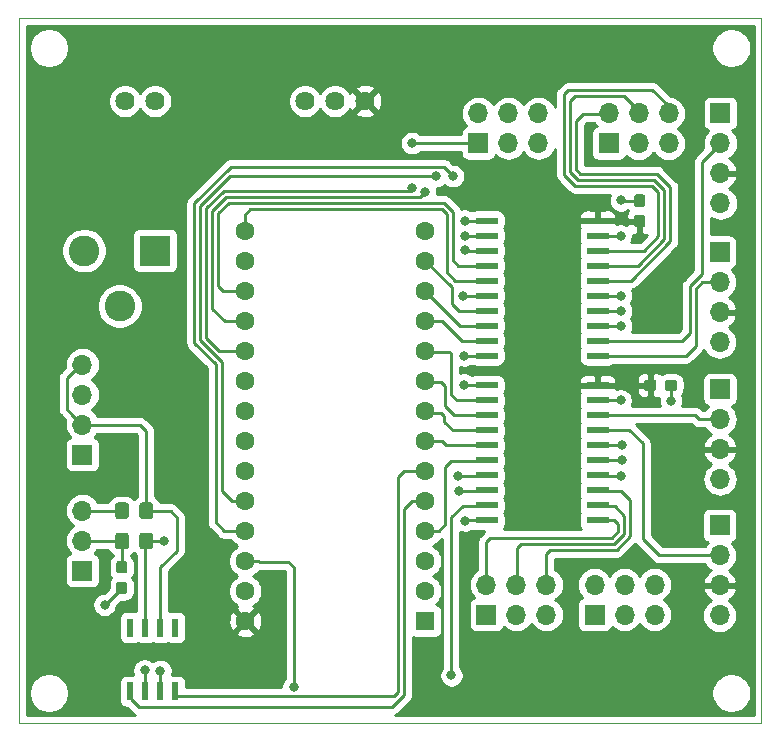
<source format=gbr>
G04 #@! TF.GenerationSoftware,KiCad,Pcbnew,5.1.2*
G04 #@! TF.CreationDate,2019-05-12T19:07:36-07:00*
G04 #@! TF.ProjectId,dashboard_shield,64617368-626f-4617-9264-5f736869656c,rev?*
G04 #@! TF.SameCoordinates,Original*
G04 #@! TF.FileFunction,Copper,L1,Top*
G04 #@! TF.FilePolarity,Positive*
%FSLAX46Y46*%
G04 Gerber Fmt 4.6, Leading zero omitted, Abs format (unit mm)*
G04 Created by KiCad (PCBNEW 5.1.2) date 2019-05-12 19:07:36*
%MOMM*%
%LPD*%
G04 APERTURE LIST*
%ADD10C,0.050000*%
%ADD11C,1.625600*%
%ADD12O,1.700000X1.700000*%
%ADD13R,1.700000X1.700000*%
%ADD14R,1.600000X1.600000*%
%ADD15C,1.600000*%
%ADD16C,0.100000*%
%ADD17C,1.150000*%
%ADD18C,0.950000*%
%ADD19C,2.600000*%
%ADD20R,2.600000X2.600000*%
%ADD21R,1.950000X0.600000*%
%ADD22R,0.600000X1.550000*%
%ADD23C,0.800000*%
%ADD24C,0.254000*%
G04 APERTURE END LIST*
D10*
X158115000Y-121920000D02*
X158115000Y-62230000D01*
X220980000Y-121920000D02*
X158115000Y-121920000D01*
X220980000Y-62230000D02*
X220980000Y-121920000D01*
X158115000Y-62230000D02*
X220980000Y-62230000D01*
D11*
X167106600Y-69265800D03*
X169646600Y-69265800D03*
X182346600Y-69265800D03*
X184886600Y-69265800D03*
X187426600Y-69265800D03*
D12*
X163499800Y-91567000D03*
X163499800Y-94107000D03*
X163499800Y-96647000D03*
D13*
X163499800Y-99187000D03*
D14*
X192532000Y-113284000D03*
D15*
X192532000Y-110744000D03*
X192532000Y-108204000D03*
X192532000Y-105664000D03*
X192532000Y-103124000D03*
X192532000Y-100584000D03*
X192532000Y-98044000D03*
X192532000Y-95504000D03*
X192532000Y-92964000D03*
X192532000Y-90424000D03*
X192532000Y-87884000D03*
X192532000Y-85344000D03*
X192532000Y-82804000D03*
X177292000Y-113284000D03*
X177292000Y-110744000D03*
X177292000Y-108204000D03*
X177292000Y-105664000D03*
X177292000Y-103124000D03*
X177292000Y-100584000D03*
X177292000Y-98044000D03*
X177292000Y-95504000D03*
X177292000Y-92964000D03*
X177292000Y-90424000D03*
X177292000Y-87884000D03*
X177292000Y-85344000D03*
X177292000Y-82804000D03*
X192532000Y-80264000D03*
X177292000Y-80264000D03*
D12*
X163499800Y-103936800D03*
X163499800Y-106476800D03*
D13*
X163499800Y-109016800D03*
D16*
G36*
X169243105Y-103238004D02*
G01*
X169267373Y-103241604D01*
X169291172Y-103247565D01*
X169314271Y-103255830D01*
X169336450Y-103266320D01*
X169357493Y-103278932D01*
X169377199Y-103293547D01*
X169395377Y-103310023D01*
X169411853Y-103328201D01*
X169426468Y-103347907D01*
X169439080Y-103368950D01*
X169449570Y-103391129D01*
X169457835Y-103414228D01*
X169463796Y-103438027D01*
X169467396Y-103462295D01*
X169468600Y-103486799D01*
X169468600Y-104386801D01*
X169467396Y-104411305D01*
X169463796Y-104435573D01*
X169457835Y-104459372D01*
X169449570Y-104482471D01*
X169439080Y-104504650D01*
X169426468Y-104525693D01*
X169411853Y-104545399D01*
X169395377Y-104563577D01*
X169377199Y-104580053D01*
X169357493Y-104594668D01*
X169336450Y-104607280D01*
X169314271Y-104617770D01*
X169291172Y-104626035D01*
X169267373Y-104631996D01*
X169243105Y-104635596D01*
X169218601Y-104636800D01*
X168568599Y-104636800D01*
X168544095Y-104635596D01*
X168519827Y-104631996D01*
X168496028Y-104626035D01*
X168472929Y-104617770D01*
X168450750Y-104607280D01*
X168429707Y-104594668D01*
X168410001Y-104580053D01*
X168391823Y-104563577D01*
X168375347Y-104545399D01*
X168360732Y-104525693D01*
X168348120Y-104504650D01*
X168337630Y-104482471D01*
X168329365Y-104459372D01*
X168323404Y-104435573D01*
X168319804Y-104411305D01*
X168318600Y-104386801D01*
X168318600Y-103486799D01*
X168319804Y-103462295D01*
X168323404Y-103438027D01*
X168329365Y-103414228D01*
X168337630Y-103391129D01*
X168348120Y-103368950D01*
X168360732Y-103347907D01*
X168375347Y-103328201D01*
X168391823Y-103310023D01*
X168410001Y-103293547D01*
X168429707Y-103278932D01*
X168450750Y-103266320D01*
X168472929Y-103255830D01*
X168496028Y-103247565D01*
X168519827Y-103241604D01*
X168544095Y-103238004D01*
X168568599Y-103236800D01*
X169218601Y-103236800D01*
X169243105Y-103238004D01*
X169243105Y-103238004D01*
G37*
D17*
X168893600Y-103936800D03*
D16*
G36*
X167193105Y-103238004D02*
G01*
X167217373Y-103241604D01*
X167241172Y-103247565D01*
X167264271Y-103255830D01*
X167286450Y-103266320D01*
X167307493Y-103278932D01*
X167327199Y-103293547D01*
X167345377Y-103310023D01*
X167361853Y-103328201D01*
X167376468Y-103347907D01*
X167389080Y-103368950D01*
X167399570Y-103391129D01*
X167407835Y-103414228D01*
X167413796Y-103438027D01*
X167417396Y-103462295D01*
X167418600Y-103486799D01*
X167418600Y-104386801D01*
X167417396Y-104411305D01*
X167413796Y-104435573D01*
X167407835Y-104459372D01*
X167399570Y-104482471D01*
X167389080Y-104504650D01*
X167376468Y-104525693D01*
X167361853Y-104545399D01*
X167345377Y-104563577D01*
X167327199Y-104580053D01*
X167307493Y-104594668D01*
X167286450Y-104607280D01*
X167264271Y-104617770D01*
X167241172Y-104626035D01*
X167217373Y-104631996D01*
X167193105Y-104635596D01*
X167168601Y-104636800D01*
X166518599Y-104636800D01*
X166494095Y-104635596D01*
X166469827Y-104631996D01*
X166446028Y-104626035D01*
X166422929Y-104617770D01*
X166400750Y-104607280D01*
X166379707Y-104594668D01*
X166360001Y-104580053D01*
X166341823Y-104563577D01*
X166325347Y-104545399D01*
X166310732Y-104525693D01*
X166298120Y-104504650D01*
X166287630Y-104482471D01*
X166279365Y-104459372D01*
X166273404Y-104435573D01*
X166269804Y-104411305D01*
X166268600Y-104386801D01*
X166268600Y-103486799D01*
X166269804Y-103462295D01*
X166273404Y-103438027D01*
X166279365Y-103414228D01*
X166287630Y-103391129D01*
X166298120Y-103368950D01*
X166310732Y-103347907D01*
X166325347Y-103328201D01*
X166341823Y-103310023D01*
X166360001Y-103293547D01*
X166379707Y-103278932D01*
X166400750Y-103266320D01*
X166422929Y-103255830D01*
X166446028Y-103247565D01*
X166469827Y-103241604D01*
X166494095Y-103238004D01*
X166518599Y-103236800D01*
X167168601Y-103236800D01*
X167193105Y-103238004D01*
X167193105Y-103238004D01*
G37*
D17*
X166843600Y-103936800D03*
D16*
G36*
X169243105Y-105803404D02*
G01*
X169267373Y-105807004D01*
X169291172Y-105812965D01*
X169314271Y-105821230D01*
X169336450Y-105831720D01*
X169357493Y-105844332D01*
X169377199Y-105858947D01*
X169395377Y-105875423D01*
X169411853Y-105893601D01*
X169426468Y-105913307D01*
X169439080Y-105934350D01*
X169449570Y-105956529D01*
X169457835Y-105979628D01*
X169463796Y-106003427D01*
X169467396Y-106027695D01*
X169468600Y-106052199D01*
X169468600Y-106952201D01*
X169467396Y-106976705D01*
X169463796Y-107000973D01*
X169457835Y-107024772D01*
X169449570Y-107047871D01*
X169439080Y-107070050D01*
X169426468Y-107091093D01*
X169411853Y-107110799D01*
X169395377Y-107128977D01*
X169377199Y-107145453D01*
X169357493Y-107160068D01*
X169336450Y-107172680D01*
X169314271Y-107183170D01*
X169291172Y-107191435D01*
X169267373Y-107197396D01*
X169243105Y-107200996D01*
X169218601Y-107202200D01*
X168568599Y-107202200D01*
X168544095Y-107200996D01*
X168519827Y-107197396D01*
X168496028Y-107191435D01*
X168472929Y-107183170D01*
X168450750Y-107172680D01*
X168429707Y-107160068D01*
X168410001Y-107145453D01*
X168391823Y-107128977D01*
X168375347Y-107110799D01*
X168360732Y-107091093D01*
X168348120Y-107070050D01*
X168337630Y-107047871D01*
X168329365Y-107024772D01*
X168323404Y-107000973D01*
X168319804Y-106976705D01*
X168318600Y-106952201D01*
X168318600Y-106052199D01*
X168319804Y-106027695D01*
X168323404Y-106003427D01*
X168329365Y-105979628D01*
X168337630Y-105956529D01*
X168348120Y-105934350D01*
X168360732Y-105913307D01*
X168375347Y-105893601D01*
X168391823Y-105875423D01*
X168410001Y-105858947D01*
X168429707Y-105844332D01*
X168450750Y-105831720D01*
X168472929Y-105821230D01*
X168496028Y-105812965D01*
X168519827Y-105807004D01*
X168544095Y-105803404D01*
X168568599Y-105802200D01*
X169218601Y-105802200D01*
X169243105Y-105803404D01*
X169243105Y-105803404D01*
G37*
D17*
X168893600Y-106502200D03*
D16*
G36*
X167193105Y-105803404D02*
G01*
X167217373Y-105807004D01*
X167241172Y-105812965D01*
X167264271Y-105821230D01*
X167286450Y-105831720D01*
X167307493Y-105844332D01*
X167327199Y-105858947D01*
X167345377Y-105875423D01*
X167361853Y-105893601D01*
X167376468Y-105913307D01*
X167389080Y-105934350D01*
X167399570Y-105956529D01*
X167407835Y-105979628D01*
X167413796Y-106003427D01*
X167417396Y-106027695D01*
X167418600Y-106052199D01*
X167418600Y-106952201D01*
X167417396Y-106976705D01*
X167413796Y-107000973D01*
X167407835Y-107024772D01*
X167399570Y-107047871D01*
X167389080Y-107070050D01*
X167376468Y-107091093D01*
X167361853Y-107110799D01*
X167345377Y-107128977D01*
X167327199Y-107145453D01*
X167307493Y-107160068D01*
X167286450Y-107172680D01*
X167264271Y-107183170D01*
X167241172Y-107191435D01*
X167217373Y-107197396D01*
X167193105Y-107200996D01*
X167168601Y-107202200D01*
X166518599Y-107202200D01*
X166494095Y-107200996D01*
X166469827Y-107197396D01*
X166446028Y-107191435D01*
X166422929Y-107183170D01*
X166400750Y-107172680D01*
X166379707Y-107160068D01*
X166360001Y-107145453D01*
X166341823Y-107128977D01*
X166325347Y-107110799D01*
X166310732Y-107091093D01*
X166298120Y-107070050D01*
X166287630Y-107047871D01*
X166279365Y-107024772D01*
X166273404Y-107000973D01*
X166269804Y-106976705D01*
X166268600Y-106952201D01*
X166268600Y-106052199D01*
X166269804Y-106027695D01*
X166273404Y-106003427D01*
X166279365Y-105979628D01*
X166287630Y-105956529D01*
X166298120Y-105934350D01*
X166310732Y-105913307D01*
X166325347Y-105893601D01*
X166341823Y-105875423D01*
X166360001Y-105858947D01*
X166379707Y-105844332D01*
X166400750Y-105831720D01*
X166422929Y-105821230D01*
X166446028Y-105812965D01*
X166469827Y-105807004D01*
X166494095Y-105803404D01*
X166518599Y-105802200D01*
X167168601Y-105802200D01*
X167193105Y-105803404D01*
X167193105Y-105803404D01*
G37*
D17*
X166843600Y-106502200D03*
D16*
G36*
X167087979Y-108202144D02*
G01*
X167111034Y-108205563D01*
X167133643Y-108211227D01*
X167155587Y-108219079D01*
X167176657Y-108229044D01*
X167196648Y-108241026D01*
X167215368Y-108254910D01*
X167232638Y-108270562D01*
X167248290Y-108287832D01*
X167262174Y-108306552D01*
X167274156Y-108326543D01*
X167284121Y-108347613D01*
X167291973Y-108369557D01*
X167297637Y-108392166D01*
X167301056Y-108415221D01*
X167302200Y-108438500D01*
X167302200Y-109013500D01*
X167301056Y-109036779D01*
X167297637Y-109059834D01*
X167291973Y-109082443D01*
X167284121Y-109104387D01*
X167274156Y-109125457D01*
X167262174Y-109145448D01*
X167248290Y-109164168D01*
X167232638Y-109181438D01*
X167215368Y-109197090D01*
X167196648Y-109210974D01*
X167176657Y-109222956D01*
X167155587Y-109232921D01*
X167133643Y-109240773D01*
X167111034Y-109246437D01*
X167087979Y-109249856D01*
X167064700Y-109251000D01*
X166589700Y-109251000D01*
X166566421Y-109249856D01*
X166543366Y-109246437D01*
X166520757Y-109240773D01*
X166498813Y-109232921D01*
X166477743Y-109222956D01*
X166457752Y-109210974D01*
X166439032Y-109197090D01*
X166421762Y-109181438D01*
X166406110Y-109164168D01*
X166392226Y-109145448D01*
X166380244Y-109125457D01*
X166370279Y-109104387D01*
X166362427Y-109082443D01*
X166356763Y-109059834D01*
X166353344Y-109036779D01*
X166352200Y-109013500D01*
X166352200Y-108438500D01*
X166353344Y-108415221D01*
X166356763Y-108392166D01*
X166362427Y-108369557D01*
X166370279Y-108347613D01*
X166380244Y-108326543D01*
X166392226Y-108306552D01*
X166406110Y-108287832D01*
X166421762Y-108270562D01*
X166439032Y-108254910D01*
X166457752Y-108241026D01*
X166477743Y-108229044D01*
X166498813Y-108219079D01*
X166520757Y-108211227D01*
X166543366Y-108205563D01*
X166566421Y-108202144D01*
X166589700Y-108201000D01*
X167064700Y-108201000D01*
X167087979Y-108202144D01*
X167087979Y-108202144D01*
G37*
D18*
X166827200Y-108726000D03*
D16*
G36*
X167087979Y-109952144D02*
G01*
X167111034Y-109955563D01*
X167133643Y-109961227D01*
X167155587Y-109969079D01*
X167176657Y-109979044D01*
X167196648Y-109991026D01*
X167215368Y-110004910D01*
X167232638Y-110020562D01*
X167248290Y-110037832D01*
X167262174Y-110056552D01*
X167274156Y-110076543D01*
X167284121Y-110097613D01*
X167291973Y-110119557D01*
X167297637Y-110142166D01*
X167301056Y-110165221D01*
X167302200Y-110188500D01*
X167302200Y-110763500D01*
X167301056Y-110786779D01*
X167297637Y-110809834D01*
X167291973Y-110832443D01*
X167284121Y-110854387D01*
X167274156Y-110875457D01*
X167262174Y-110895448D01*
X167248290Y-110914168D01*
X167232638Y-110931438D01*
X167215368Y-110947090D01*
X167196648Y-110960974D01*
X167176657Y-110972956D01*
X167155587Y-110982921D01*
X167133643Y-110990773D01*
X167111034Y-110996437D01*
X167087979Y-110999856D01*
X167064700Y-111001000D01*
X166589700Y-111001000D01*
X166566421Y-110999856D01*
X166543366Y-110996437D01*
X166520757Y-110990773D01*
X166498813Y-110982921D01*
X166477743Y-110972956D01*
X166457752Y-110960974D01*
X166439032Y-110947090D01*
X166421762Y-110931438D01*
X166406110Y-110914168D01*
X166392226Y-110895448D01*
X166380244Y-110875457D01*
X166370279Y-110854387D01*
X166362427Y-110832443D01*
X166356763Y-110809834D01*
X166353344Y-110786779D01*
X166352200Y-110763500D01*
X166352200Y-110188500D01*
X166353344Y-110165221D01*
X166356763Y-110142166D01*
X166362427Y-110119557D01*
X166370279Y-110097613D01*
X166380244Y-110076543D01*
X166392226Y-110056552D01*
X166406110Y-110037832D01*
X166421762Y-110020562D01*
X166439032Y-110004910D01*
X166457752Y-109991026D01*
X166477743Y-109979044D01*
X166498813Y-109969079D01*
X166520757Y-109961227D01*
X166543366Y-109955563D01*
X166566421Y-109952144D01*
X166589700Y-109951000D01*
X167064700Y-109951000D01*
X167087979Y-109952144D01*
X167087979Y-109952144D01*
G37*
D18*
X166827200Y-110476000D03*
D16*
G36*
X213631379Y-92845744D02*
G01*
X213654434Y-92849163D01*
X213677043Y-92854827D01*
X213698987Y-92862679D01*
X213720057Y-92872644D01*
X213740048Y-92884626D01*
X213758768Y-92898510D01*
X213776038Y-92914162D01*
X213791690Y-92931432D01*
X213805574Y-92950152D01*
X213817556Y-92970143D01*
X213827521Y-92991213D01*
X213835373Y-93013157D01*
X213841037Y-93035766D01*
X213844456Y-93058821D01*
X213845600Y-93082100D01*
X213845600Y-93557100D01*
X213844456Y-93580379D01*
X213841037Y-93603434D01*
X213835373Y-93626043D01*
X213827521Y-93647987D01*
X213817556Y-93669057D01*
X213805574Y-93689048D01*
X213791690Y-93707768D01*
X213776038Y-93725038D01*
X213758768Y-93740690D01*
X213740048Y-93754574D01*
X213720057Y-93766556D01*
X213698987Y-93776521D01*
X213677043Y-93784373D01*
X213654434Y-93790037D01*
X213631379Y-93793456D01*
X213608100Y-93794600D01*
X213033100Y-93794600D01*
X213009821Y-93793456D01*
X212986766Y-93790037D01*
X212964157Y-93784373D01*
X212942213Y-93776521D01*
X212921143Y-93766556D01*
X212901152Y-93754574D01*
X212882432Y-93740690D01*
X212865162Y-93725038D01*
X212849510Y-93707768D01*
X212835626Y-93689048D01*
X212823644Y-93669057D01*
X212813679Y-93647987D01*
X212805827Y-93626043D01*
X212800163Y-93603434D01*
X212796744Y-93580379D01*
X212795600Y-93557100D01*
X212795600Y-93082100D01*
X212796744Y-93058821D01*
X212800163Y-93035766D01*
X212805827Y-93013157D01*
X212813679Y-92991213D01*
X212823644Y-92970143D01*
X212835626Y-92950152D01*
X212849510Y-92931432D01*
X212865162Y-92914162D01*
X212882432Y-92898510D01*
X212901152Y-92884626D01*
X212921143Y-92872644D01*
X212942213Y-92862679D01*
X212964157Y-92854827D01*
X212986766Y-92849163D01*
X213009821Y-92845744D01*
X213033100Y-92844600D01*
X213608100Y-92844600D01*
X213631379Y-92845744D01*
X213631379Y-92845744D01*
G37*
D18*
X213320600Y-93319600D03*
D16*
G36*
X211881379Y-92845744D02*
G01*
X211904434Y-92849163D01*
X211927043Y-92854827D01*
X211948987Y-92862679D01*
X211970057Y-92872644D01*
X211990048Y-92884626D01*
X212008768Y-92898510D01*
X212026038Y-92914162D01*
X212041690Y-92931432D01*
X212055574Y-92950152D01*
X212067556Y-92970143D01*
X212077521Y-92991213D01*
X212085373Y-93013157D01*
X212091037Y-93035766D01*
X212094456Y-93058821D01*
X212095600Y-93082100D01*
X212095600Y-93557100D01*
X212094456Y-93580379D01*
X212091037Y-93603434D01*
X212085373Y-93626043D01*
X212077521Y-93647987D01*
X212067556Y-93669057D01*
X212055574Y-93689048D01*
X212041690Y-93707768D01*
X212026038Y-93725038D01*
X212008768Y-93740690D01*
X211990048Y-93754574D01*
X211970057Y-93766556D01*
X211948987Y-93776521D01*
X211927043Y-93784373D01*
X211904434Y-93790037D01*
X211881379Y-93793456D01*
X211858100Y-93794600D01*
X211283100Y-93794600D01*
X211259821Y-93793456D01*
X211236766Y-93790037D01*
X211214157Y-93784373D01*
X211192213Y-93776521D01*
X211171143Y-93766556D01*
X211151152Y-93754574D01*
X211132432Y-93740690D01*
X211115162Y-93725038D01*
X211099510Y-93707768D01*
X211085626Y-93689048D01*
X211073644Y-93669057D01*
X211063679Y-93647987D01*
X211055827Y-93626043D01*
X211050163Y-93603434D01*
X211046744Y-93580379D01*
X211045600Y-93557100D01*
X211045600Y-93082100D01*
X211046744Y-93058821D01*
X211050163Y-93035766D01*
X211055827Y-93013157D01*
X211063679Y-92991213D01*
X211073644Y-92970143D01*
X211085626Y-92950152D01*
X211099510Y-92931432D01*
X211115162Y-92914162D01*
X211132432Y-92898510D01*
X211151152Y-92884626D01*
X211171143Y-92872644D01*
X211192213Y-92862679D01*
X211214157Y-92854827D01*
X211236766Y-92849163D01*
X211259821Y-92845744D01*
X211283100Y-92844600D01*
X211858100Y-92844600D01*
X211881379Y-92845744D01*
X211881379Y-92845744D01*
G37*
D18*
X211570600Y-93319600D03*
D16*
G36*
X210928379Y-77163344D02*
G01*
X210951434Y-77166763D01*
X210974043Y-77172427D01*
X210995987Y-77180279D01*
X211017057Y-77190244D01*
X211037048Y-77202226D01*
X211055768Y-77216110D01*
X211073038Y-77231762D01*
X211088690Y-77249032D01*
X211102574Y-77267752D01*
X211114556Y-77287743D01*
X211124521Y-77308813D01*
X211132373Y-77330757D01*
X211138037Y-77353366D01*
X211141456Y-77376421D01*
X211142600Y-77399700D01*
X211142600Y-77974700D01*
X211141456Y-77997979D01*
X211138037Y-78021034D01*
X211132373Y-78043643D01*
X211124521Y-78065587D01*
X211114556Y-78086657D01*
X211102574Y-78106648D01*
X211088690Y-78125368D01*
X211073038Y-78142638D01*
X211055768Y-78158290D01*
X211037048Y-78172174D01*
X211017057Y-78184156D01*
X210995987Y-78194121D01*
X210974043Y-78201973D01*
X210951434Y-78207637D01*
X210928379Y-78211056D01*
X210905100Y-78212200D01*
X210430100Y-78212200D01*
X210406821Y-78211056D01*
X210383766Y-78207637D01*
X210361157Y-78201973D01*
X210339213Y-78194121D01*
X210318143Y-78184156D01*
X210298152Y-78172174D01*
X210279432Y-78158290D01*
X210262162Y-78142638D01*
X210246510Y-78125368D01*
X210232626Y-78106648D01*
X210220644Y-78086657D01*
X210210679Y-78065587D01*
X210202827Y-78043643D01*
X210197163Y-78021034D01*
X210193744Y-77997979D01*
X210192600Y-77974700D01*
X210192600Y-77399700D01*
X210193744Y-77376421D01*
X210197163Y-77353366D01*
X210202827Y-77330757D01*
X210210679Y-77308813D01*
X210220644Y-77287743D01*
X210232626Y-77267752D01*
X210246510Y-77249032D01*
X210262162Y-77231762D01*
X210279432Y-77216110D01*
X210298152Y-77202226D01*
X210318143Y-77190244D01*
X210339213Y-77180279D01*
X210361157Y-77172427D01*
X210383766Y-77166763D01*
X210406821Y-77163344D01*
X210430100Y-77162200D01*
X210905100Y-77162200D01*
X210928379Y-77163344D01*
X210928379Y-77163344D01*
G37*
D18*
X210667600Y-77687200D03*
D16*
G36*
X210928379Y-78913344D02*
G01*
X210951434Y-78916763D01*
X210974043Y-78922427D01*
X210995987Y-78930279D01*
X211017057Y-78940244D01*
X211037048Y-78952226D01*
X211055768Y-78966110D01*
X211073038Y-78981762D01*
X211088690Y-78999032D01*
X211102574Y-79017752D01*
X211114556Y-79037743D01*
X211124521Y-79058813D01*
X211132373Y-79080757D01*
X211138037Y-79103366D01*
X211141456Y-79126421D01*
X211142600Y-79149700D01*
X211142600Y-79724700D01*
X211141456Y-79747979D01*
X211138037Y-79771034D01*
X211132373Y-79793643D01*
X211124521Y-79815587D01*
X211114556Y-79836657D01*
X211102574Y-79856648D01*
X211088690Y-79875368D01*
X211073038Y-79892638D01*
X211055768Y-79908290D01*
X211037048Y-79922174D01*
X211017057Y-79934156D01*
X210995987Y-79944121D01*
X210974043Y-79951973D01*
X210951434Y-79957637D01*
X210928379Y-79961056D01*
X210905100Y-79962200D01*
X210430100Y-79962200D01*
X210406821Y-79961056D01*
X210383766Y-79957637D01*
X210361157Y-79951973D01*
X210339213Y-79944121D01*
X210318143Y-79934156D01*
X210298152Y-79922174D01*
X210279432Y-79908290D01*
X210262162Y-79892638D01*
X210246510Y-79875368D01*
X210232626Y-79856648D01*
X210220644Y-79836657D01*
X210210679Y-79815587D01*
X210202827Y-79793643D01*
X210197163Y-79771034D01*
X210193744Y-79747979D01*
X210192600Y-79724700D01*
X210192600Y-79149700D01*
X210193744Y-79126421D01*
X210197163Y-79103366D01*
X210202827Y-79080757D01*
X210210679Y-79058813D01*
X210220644Y-79037743D01*
X210232626Y-79017752D01*
X210246510Y-78999032D01*
X210262162Y-78981762D01*
X210279432Y-78966110D01*
X210298152Y-78952226D01*
X210318143Y-78940244D01*
X210339213Y-78930279D01*
X210361157Y-78922427D01*
X210383766Y-78916763D01*
X210406821Y-78913344D01*
X210430100Y-78912200D01*
X210905100Y-78912200D01*
X210928379Y-78913344D01*
X210928379Y-78913344D01*
G37*
D18*
X210667600Y-79437200D03*
D19*
X166646600Y-86615000D03*
X163646600Y-81915000D03*
D20*
X169646600Y-81915000D03*
D12*
X211937600Y-110210600D03*
X211937600Y-112750600D03*
X209397600Y-110210600D03*
X209397600Y-112750600D03*
X206857600Y-110210600D03*
D13*
X206857600Y-112750600D03*
D21*
X207112600Y-93319600D03*
X207112600Y-94589600D03*
X207112600Y-95859600D03*
X207112600Y-97129600D03*
X207112600Y-98399600D03*
X207112600Y-99669600D03*
X207112600Y-100939600D03*
X207112600Y-102209600D03*
X207112600Y-103479600D03*
X207112600Y-104749600D03*
X197712600Y-104749600D03*
X197712600Y-103479600D03*
X197712600Y-102209600D03*
X197712600Y-100939600D03*
X197712600Y-99669600D03*
X197712600Y-98399600D03*
X197712600Y-97129600D03*
X197712600Y-95859600D03*
X197712600Y-94589600D03*
X197712600Y-93319600D03*
D22*
X167538400Y-113835200D03*
X168808400Y-113835200D03*
X170078400Y-113835200D03*
X171348400Y-113835200D03*
X171348400Y-119235200D03*
X170078400Y-119235200D03*
X168808400Y-119235200D03*
X167538400Y-119235200D03*
D21*
X207112600Y-79375000D03*
X207112600Y-80645000D03*
X207112600Y-81915000D03*
X207112600Y-83185000D03*
X207112600Y-84455000D03*
X207112600Y-85725000D03*
X207112600Y-86995000D03*
X207112600Y-88265000D03*
X207112600Y-89535000D03*
X207112600Y-90805000D03*
X197712600Y-90805000D03*
X197712600Y-89535000D03*
X197712600Y-88265000D03*
X197712600Y-86995000D03*
X197712600Y-85725000D03*
X197712600Y-84455000D03*
X197712600Y-83185000D03*
X197712600Y-81915000D03*
X197712600Y-80645000D03*
X197712600Y-79375000D03*
D12*
X217500200Y-77901800D03*
X217500200Y-75361800D03*
X217500200Y-72821800D03*
D13*
X217500200Y-70281800D03*
D12*
X217449400Y-89662000D03*
X217449400Y-87122000D03*
X217449400Y-84582000D03*
D13*
X217449400Y-82042000D03*
D12*
X202107800Y-70281800D03*
X202107800Y-72821800D03*
X199567800Y-70281800D03*
X199567800Y-72821800D03*
X197027800Y-70281800D03*
D13*
X197027800Y-72821800D03*
D12*
X213131400Y-70307200D03*
X213131400Y-72847200D03*
X210591400Y-70307200D03*
X210591400Y-72847200D03*
X208051400Y-70307200D03*
D13*
X208051400Y-72847200D03*
D12*
X217449400Y-112801400D03*
X217449400Y-110261400D03*
X217449400Y-107721400D03*
D13*
X217449400Y-105181400D03*
D12*
X217474800Y-101269800D03*
X217474800Y-98729800D03*
X217474800Y-96189800D03*
D13*
X217474800Y-93649800D03*
D12*
X202768200Y-110210600D03*
X202768200Y-112750600D03*
X200228200Y-110210600D03*
X200228200Y-112750600D03*
X197688200Y-110210600D03*
D13*
X197688200Y-112750600D03*
D23*
X195910200Y-104775000D03*
X195802210Y-93268800D03*
X195859400Y-79375000D03*
X195808600Y-90805000D03*
X168757600Y-117449600D03*
X209067400Y-80645000D03*
X213334600Y-94615000D03*
X209067400Y-94589600D03*
X209092800Y-77673200D03*
X165379400Y-111912400D03*
X181381400Y-118872000D03*
X170103800Y-117500400D03*
X170383200Y-106502200D03*
X192506600Y-76936600D03*
X209118200Y-100965000D03*
X209143600Y-99644200D03*
X209169000Y-98399600D03*
X191414400Y-76587400D03*
X191414400Y-72821800D03*
X209092800Y-88290400D03*
X209092800Y-87020400D03*
X209092800Y-85725000D03*
X195681600Y-85750400D03*
X195859400Y-80670400D03*
X194868800Y-75615800D03*
X195859400Y-81889600D03*
X193471800Y-75615800D03*
X195300600Y-100990400D03*
X195351400Y-102260400D03*
X194741800Y-117881400D03*
D24*
X197890400Y-104749600D02*
X195935600Y-104749600D01*
X195935600Y-104749600D02*
X195910200Y-104775000D01*
X197712600Y-93319600D02*
X195853010Y-93319600D01*
X195853010Y-93319600D02*
X195802210Y-93268800D01*
X197712600Y-79375000D02*
X195859400Y-79375000D01*
X197712600Y-90805000D02*
X195808600Y-90805000D01*
X168808400Y-119235200D02*
X168808400Y-117500400D01*
X168808400Y-117500400D02*
X168757600Y-117449600D01*
X207112600Y-80645000D02*
X209067400Y-80645000D01*
X213320600Y-93319600D02*
X213320600Y-94601000D01*
X213320600Y-94601000D02*
X213334600Y-94615000D01*
X207112600Y-94589600D02*
X209067400Y-94589600D01*
X210667600Y-77687200D02*
X209106800Y-77687200D01*
X209106800Y-77687200D02*
X209092800Y-77673200D01*
X166827200Y-110476000D02*
X166815800Y-110476000D01*
X166815800Y-110476000D02*
X165379400Y-111912400D01*
X178423370Y-108204000D02*
X178474170Y-108254800D01*
X177292000Y-108204000D02*
X178423370Y-108204000D01*
X178474170Y-108254800D02*
X180898800Y-108254800D01*
X180898800Y-108254800D02*
X181381400Y-108737400D01*
X181381400Y-108737400D02*
X181381400Y-118872000D01*
X170103800Y-117500400D02*
X170103800Y-118066085D01*
X170103800Y-118066085D02*
X170103800Y-118872000D01*
X207112600Y-93319600D02*
X211455000Y-93319600D01*
X207112600Y-79375000D02*
X210616800Y-79375000D01*
X166843600Y-106502200D02*
X166843600Y-108652200D01*
X163982400Y-106502200D02*
X163957000Y-106476800D01*
X163499800Y-106476800D02*
X166827200Y-106476800D01*
X168893600Y-103136800D02*
X168859200Y-103102400D01*
X168893600Y-103936800D02*
X168893600Y-103136800D01*
X168859200Y-103102400D02*
X168859200Y-97180400D01*
X168859200Y-97180400D02*
X168376600Y-96697800D01*
X168376600Y-96697800D02*
X164084000Y-96697800D01*
X170078400Y-113835200D02*
X170078400Y-108737400D01*
X170078400Y-108737400D02*
X171500800Y-107315000D01*
X171500800Y-107315000D02*
X171500800Y-104521000D01*
X171500800Y-104521000D02*
X170967400Y-103987600D01*
X170967400Y-103987600D02*
X168910000Y-103987600D01*
X163499800Y-96647000D02*
X162649801Y-95797001D01*
X162649801Y-95797001D02*
X162153600Y-95300800D01*
X162153600Y-95300800D02*
X162153600Y-92735400D01*
X162153600Y-92735400D02*
X162839400Y-92049600D01*
X168808400Y-113835200D02*
X168808400Y-106934000D01*
X168893600Y-106502200D02*
X170383200Y-106502200D01*
X204114400Y-106248200D02*
X198043800Y-106248200D01*
X198043800Y-106248200D02*
X197662800Y-106629200D01*
X197662800Y-106629200D02*
X197662800Y-109753400D01*
X204114400Y-106248200D02*
X208305400Y-106248200D01*
X208305400Y-106248200D02*
X208864200Y-105689400D01*
X208864200Y-105689400D02*
X208864200Y-105105200D01*
X208864200Y-105105200D02*
X208483200Y-104724200D01*
X208483200Y-104724200D02*
X207721200Y-104724200D01*
X200609190Y-106756210D02*
X200253600Y-107111800D01*
X200253600Y-107111800D02*
X200253600Y-110007400D01*
X209372210Y-105899824D02*
X209372210Y-104894776D01*
X200609190Y-106756210D02*
X208515825Y-106756209D01*
X208515825Y-106756209D02*
X209372210Y-105899824D01*
X209372210Y-104894776D02*
X209372200Y-104894766D01*
X209372200Y-104894766D02*
X209372200Y-104368600D01*
X209372200Y-104368600D02*
X208559400Y-103555800D01*
X208559400Y-103555800D02*
X207492600Y-103555800D01*
X203123780Y-107264220D02*
X202768200Y-107619800D01*
X202768200Y-107619800D02*
X202768200Y-109982000D01*
X208726248Y-107264220D02*
X208726250Y-107264218D01*
X203123780Y-107264220D02*
X208726248Y-107264220D01*
X209880220Y-106110248D02*
X209880220Y-104684352D01*
X208726250Y-107264218D02*
X209880220Y-106110248D01*
X209880210Y-104684342D02*
X209880210Y-103022410D01*
X209880220Y-104684352D02*
X209880210Y-104684342D01*
X209880210Y-103022410D02*
X209092800Y-102235000D01*
X209092800Y-102235000D02*
X207416400Y-102235000D01*
X177292000Y-87884000D02*
X176160630Y-87884000D01*
X176160630Y-87884000D02*
X175539400Y-87884000D01*
X174497990Y-86842590D02*
X174497990Y-85148024D01*
X175539400Y-87884000D02*
X174497990Y-86842590D01*
X174497990Y-85148024D02*
X174497991Y-78554975D01*
X174497991Y-78554975D02*
X175684566Y-77368400D01*
X175684566Y-77368400D02*
X192074800Y-77368400D01*
X192074800Y-77368400D02*
X192506600Y-76936600D01*
X209118200Y-100965000D02*
X208552515Y-100965000D01*
X208552515Y-100965000D02*
X207568800Y-100965000D01*
X209143600Y-99644200D02*
X208577915Y-99644200D01*
X208577915Y-99644200D02*
X207492600Y-99644200D01*
X209169000Y-98399600D02*
X207340200Y-98399600D01*
X176160630Y-90424000D02*
X176135230Y-90398600D01*
X177292000Y-90424000D02*
X176160630Y-90424000D01*
X176135230Y-90398600D02*
X175082200Y-90398600D01*
X173989980Y-89306380D02*
X173989981Y-79806819D01*
X175082200Y-90398600D02*
X173989980Y-89306380D01*
X173989982Y-78344550D02*
X175474142Y-76860390D01*
X173989981Y-79806819D02*
X173989982Y-78344550D01*
X175474142Y-76860390D02*
X191141410Y-76860390D01*
X191141410Y-76860390D02*
X191414400Y-76587400D01*
X191414400Y-72821800D02*
X196265800Y-72821800D01*
X210921600Y-106324400D02*
X210921600Y-98247200D01*
X217449400Y-107721400D02*
X212318600Y-107721400D01*
X209804000Y-97129600D02*
X207289400Y-97129600D01*
X210921600Y-98247200D02*
X209804000Y-97129600D01*
X212318600Y-107721400D02*
X210921600Y-106324400D01*
X217474800Y-96189800D02*
X215722200Y-96189800D01*
X215722200Y-96189800D02*
X215366600Y-95834200D01*
X215366600Y-95834200D02*
X207467200Y-95834200D01*
X205282820Y-70942180D02*
X205892400Y-70332600D01*
X205892400Y-70332600D02*
X207289400Y-70332600D01*
X205282820Y-75031620D02*
X205282820Y-70942180D01*
X205663780Y-75412580D02*
X205282820Y-75031620D01*
X212104448Y-75412580D02*
X208915020Y-75412580D01*
X213258418Y-76566550D02*
X212104448Y-75412580D01*
X213258419Y-81142047D02*
X213258418Y-76566550D01*
X208915020Y-75412580D02*
X205663780Y-75412580D01*
X209945468Y-84455000D02*
X213258419Y-81142047D01*
X207112600Y-84455000D02*
X209945468Y-84455000D01*
X209920048Y-75412580D02*
X208915020Y-75412580D01*
X205417024Y-75920590D02*
X204774810Y-75278376D01*
X204774810Y-69291190D02*
X205231990Y-68834010D01*
X204774810Y-75278376D02*
X204774810Y-69291190D01*
X205231990Y-68834010D02*
X209346810Y-68834010D01*
X209346810Y-68834010D02*
X210134200Y-69621400D01*
X210497034Y-83185000D02*
X212750410Y-80931624D01*
X207112600Y-83185000D02*
X210497034Y-83185000D01*
X211894024Y-75920590D02*
X209042010Y-75920590D01*
X212750409Y-76776975D02*
X211894024Y-75920590D01*
X212750410Y-80931624D02*
X212750409Y-76776975D01*
X209709624Y-75920590D02*
X209042010Y-75920590D01*
X209042010Y-75920590D02*
X205417024Y-75920590D01*
X205206600Y-76428600D02*
X204266800Y-75488800D01*
X204266800Y-75488800D02*
X204266800Y-68681600D01*
X204266800Y-68681600D02*
X204622400Y-68326000D01*
X204622400Y-68326000D02*
X211759800Y-68326000D01*
X211759800Y-68326000D02*
X212979000Y-69545200D01*
X207112600Y-81915000D02*
X211048600Y-81915000D01*
X211048600Y-81915000D02*
X212242400Y-80721200D01*
X212242400Y-80721200D02*
X212242400Y-76987400D01*
X211683600Y-76428600D02*
X209296000Y-76428600D01*
X212242400Y-76987400D02*
X211683600Y-76428600D01*
X209499200Y-76428600D02*
X209296000Y-76428600D01*
X209296000Y-76428600D02*
X205206600Y-76428600D01*
X207112600Y-88265000D02*
X209067400Y-88265000D01*
X209067400Y-88265000D02*
X209092800Y-88290400D01*
X207112600Y-86995000D02*
X209067400Y-86995000D01*
X209067400Y-86995000D02*
X209092800Y-87020400D01*
X207112600Y-85725000D02*
X209092800Y-85725000D01*
X208341600Y-90805000D02*
X208367000Y-90830400D01*
X207112600Y-90805000D02*
X208341600Y-90805000D01*
X208367000Y-90830400D02*
X214579200Y-90830400D01*
X214579200Y-90830400D02*
X214909400Y-90500200D01*
X214909400Y-90500200D02*
X215417400Y-89992200D01*
X215417400Y-89992200D02*
X215417400Y-85877400D01*
X215417400Y-85877400D02*
X215417400Y-85166200D01*
X215417400Y-85166200D02*
X215976200Y-84607400D01*
X215976200Y-84607400D02*
X216789000Y-84607400D01*
X207112600Y-89535000D02*
X208341600Y-89535000D01*
X214274400Y-89535000D02*
X214909390Y-88900010D01*
X208341600Y-89535000D02*
X214274400Y-89535000D01*
X214909390Y-88900010D02*
X214909391Y-84955775D01*
X214909391Y-84955775D02*
X215976200Y-83888966D01*
X215976200Y-83888966D02*
X215976200Y-74396600D01*
X215976200Y-74396600D02*
X217068400Y-73304400D01*
X192532000Y-80264000D02*
X192532000Y-80289400D01*
X195681600Y-85750400D02*
X196247285Y-85750400D01*
X196247285Y-85750400D02*
X197561200Y-85750400D01*
X192532000Y-82804000D02*
X194767200Y-85039200D01*
X194767200Y-85039200D02*
X194767200Y-86436200D01*
X194767200Y-86436200D02*
X195351400Y-87020400D01*
X195351400Y-87020400D02*
X197535800Y-87020400D01*
X177292000Y-79132630D02*
X177266600Y-79107230D01*
X177292000Y-80264000D02*
X177292000Y-79132630D01*
X177266600Y-79107230D02*
X177266600Y-78867000D01*
X177266600Y-78867000D02*
X177723800Y-78409800D01*
X177723800Y-78409800D02*
X193903600Y-78409800D01*
X193903600Y-78409800D02*
X194335400Y-78841600D01*
X194335400Y-78841600D02*
X194335400Y-83743800D01*
X194335400Y-83743800D02*
X195072000Y-84480400D01*
X195072000Y-84480400D02*
X197485000Y-84480400D01*
X192532000Y-85344000D02*
X195503800Y-88315800D01*
X195503800Y-88315800D02*
X198094600Y-88315800D01*
X192532000Y-87884000D02*
X193663370Y-87884000D01*
X193663370Y-87884000D02*
X193979800Y-87884000D01*
X193979800Y-87884000D02*
X195656200Y-89560400D01*
X195656200Y-89560400D02*
X197256400Y-89560400D01*
X176160630Y-85344000D02*
X176135230Y-85318600D01*
X177292000Y-85344000D02*
X176160630Y-85344000D01*
X176135230Y-85318600D02*
X175387000Y-85318600D01*
X175387000Y-85318600D02*
X175006000Y-84937600D01*
X175006000Y-84937600D02*
X175006000Y-78765400D01*
X175006000Y-78765400D02*
X175869610Y-77901790D01*
X194114025Y-77901791D02*
X194843410Y-78631176D01*
X175869610Y-77901790D02*
X194114025Y-77901791D01*
X194843410Y-78631176D02*
X194843410Y-82727810D01*
X194843410Y-82727810D02*
X195326000Y-83210400D01*
X195326000Y-83210400D02*
X197739000Y-83210400D01*
X175514000Y-105664000D02*
X176160630Y-105664000D01*
X174777390Y-104927390D02*
X175514000Y-105664000D01*
X174777390Y-91530658D02*
X174777390Y-104927390D01*
X176160630Y-105664000D02*
X177292000Y-105664000D01*
X172973962Y-89727228D02*
X174777390Y-91530658D01*
X172973964Y-77923700D02*
X172973962Y-89727228D01*
X197712600Y-80645000D02*
X195884800Y-80645000D01*
X195884800Y-80645000D02*
X195859400Y-80670400D01*
X194087799Y-74834799D02*
X194868800Y-75615800D01*
X172973964Y-77923700D02*
X176062865Y-74834799D01*
X176062865Y-74834799D02*
X194087799Y-74834799D01*
X176160630Y-103124000D02*
X177292000Y-103124000D01*
X175285400Y-102248770D02*
X176160630Y-103124000D01*
X175285400Y-91320234D02*
X175285400Y-102248770D01*
X173481973Y-78134125D02*
X173481971Y-89516803D01*
X173481971Y-89516803D02*
X175285400Y-91320234D01*
X197712600Y-81915000D02*
X195884800Y-81915000D01*
X195884800Y-81915000D02*
X195859400Y-81889600D01*
X173481973Y-78134125D02*
X176000298Y-75615800D01*
X176000298Y-75615800D02*
X193471800Y-75615800D01*
X194233790Y-105093580D02*
X194233790Y-100228410D01*
X192532000Y-105664000D02*
X193663370Y-105664000D01*
X193663370Y-105664000D02*
X194233790Y-105093580D01*
X194233790Y-100228410D02*
X194716400Y-99745800D01*
X194716400Y-99745800D02*
X197180200Y-99745800D01*
X191400630Y-103124000D02*
X190728610Y-103796020D01*
X190728610Y-103796020D02*
X190728609Y-114459625D01*
X192532000Y-103124000D02*
X191400630Y-103124000D01*
X190728609Y-114459625D02*
X190728609Y-117703591D01*
X190728609Y-117703591D02*
X190728609Y-118744991D01*
X190728609Y-119539625D02*
X189719834Y-120548400D01*
X190728609Y-118744991D02*
X190728609Y-119539625D01*
X189719834Y-120548400D02*
X168249600Y-120548400D01*
X168249600Y-120548400D02*
X167589200Y-119888000D01*
X190728600Y-100584000D02*
X190220600Y-101092000D01*
X192532000Y-100584000D02*
X190728600Y-100584000D01*
X190220600Y-101092000D02*
X190220600Y-114249200D01*
X190220600Y-114249200D02*
X190220600Y-118534566D01*
X190220600Y-118534566D02*
X190220600Y-119329200D01*
X189896799Y-119653001D02*
X171481799Y-119653001D01*
X190220600Y-119329200D02*
X189896799Y-119653001D01*
X171481799Y-119653001D02*
X171450000Y-119684800D01*
X197712600Y-98399600D02*
X194335400Y-98399600D01*
X194335400Y-98399600D02*
X194284600Y-98399600D01*
X194284600Y-98399600D02*
X193954400Y-98069400D01*
X193954400Y-98069400D02*
X192963800Y-98069400D01*
X197712600Y-97129600D02*
X196483600Y-97129600D01*
X196483600Y-97129600D02*
X194970400Y-97129600D01*
X194970400Y-97129600D02*
X194868800Y-97129600D01*
X194868800Y-97129600D02*
X194132200Y-96393000D01*
X194132200Y-96393000D02*
X194132200Y-95935800D01*
X194132200Y-95935800D02*
X193878200Y-95681800D01*
X193878200Y-95681800D02*
X193141600Y-95681800D01*
X197088400Y-95910400D02*
X197063000Y-95885000D01*
X197763400Y-95910400D02*
X197088400Y-95910400D01*
X197712600Y-95859600D02*
X196483600Y-95859600D01*
X194977634Y-95859600D02*
X194843409Y-95725375D01*
X196483600Y-95859600D02*
X194977634Y-95859600D01*
X194843409Y-95725375D02*
X194208400Y-95090366D01*
X194208400Y-95090366D02*
X194208400Y-93370400D01*
X194208400Y-93370400D02*
X193852800Y-93014800D01*
X193852800Y-93014800D02*
X192989200Y-93014800D01*
X192532000Y-90424000D02*
X192506600Y-90398600D01*
X197712600Y-94589600D02*
X196483600Y-94589600D01*
X195173600Y-94589600D02*
X194716410Y-94132410D01*
X196483600Y-94589600D02*
X195173600Y-94589600D01*
X194716410Y-94132410D02*
X194716410Y-90627210D01*
X194716410Y-90627210D02*
X194564000Y-90474800D01*
X194564000Y-90474800D02*
X192963800Y-90474800D01*
X195300600Y-100990400D02*
X195866285Y-100990400D01*
X195866285Y-100990400D02*
X197205600Y-100990400D01*
X195351400Y-102260400D02*
X195917085Y-102260400D01*
X195917085Y-102260400D02*
X197612000Y-102260400D01*
X194741800Y-117881400D02*
X194741800Y-106070400D01*
X194741800Y-106070400D02*
X194741800Y-104495600D01*
X194741800Y-104495600D02*
X195732400Y-103505000D01*
X195732400Y-103505000D02*
X197434200Y-103505000D01*
X163499800Y-103936800D02*
X166801800Y-103936800D01*
G36*
X220320001Y-121260000D02*
G01*
X189999010Y-121260000D01*
X190012849Y-121255802D01*
X190145226Y-121185045D01*
X190261256Y-121089822D01*
X190285118Y-121060746D01*
X191240960Y-120104904D01*
X191270031Y-120081047D01*
X191365254Y-119965017D01*
X191436011Y-119832640D01*
X191479583Y-119689003D01*
X191490609Y-119577051D01*
X191490609Y-119577049D01*
X191494295Y-119539626D01*
X191490609Y-119502203D01*
X191490609Y-119214042D01*
X216755000Y-119214042D01*
X216755000Y-119545958D01*
X216819754Y-119871496D01*
X216946772Y-120178147D01*
X217131175Y-120454125D01*
X217365875Y-120688825D01*
X217641853Y-120873228D01*
X217948504Y-121000246D01*
X218274042Y-121065000D01*
X218605958Y-121065000D01*
X218931496Y-121000246D01*
X219238147Y-120873228D01*
X219514125Y-120688825D01*
X219748825Y-120454125D01*
X219933228Y-120178147D01*
X220060246Y-119871496D01*
X220125000Y-119545958D01*
X220125000Y-119214042D01*
X220060246Y-118888504D01*
X219933228Y-118581853D01*
X219748825Y-118305875D01*
X219514125Y-118071175D01*
X219238147Y-117886772D01*
X218931496Y-117759754D01*
X218605958Y-117695000D01*
X218274042Y-117695000D01*
X217948504Y-117759754D01*
X217641853Y-117886772D01*
X217365875Y-118071175D01*
X217131175Y-118305875D01*
X216946772Y-118581853D01*
X216819754Y-118888504D01*
X216755000Y-119214042D01*
X191490609Y-119214042D01*
X191490609Y-114674348D01*
X191607518Y-114709812D01*
X191732000Y-114722072D01*
X193332000Y-114722072D01*
X193456482Y-114709812D01*
X193576180Y-114673502D01*
X193686494Y-114614537D01*
X193783185Y-114535185D01*
X193862537Y-114438494D01*
X193921502Y-114328180D01*
X193957812Y-114208482D01*
X193970072Y-114084000D01*
X193970072Y-112484000D01*
X193957812Y-112359518D01*
X193921502Y-112239820D01*
X193862537Y-112129506D01*
X193783185Y-112032815D01*
X193686494Y-111953463D01*
X193576180Y-111894498D01*
X193456482Y-111858188D01*
X193448039Y-111857357D01*
X193646637Y-111658759D01*
X193803680Y-111423727D01*
X193911853Y-111162574D01*
X193967000Y-110885335D01*
X193967000Y-110602665D01*
X193911853Y-110325426D01*
X193803680Y-110064273D01*
X193646637Y-109829241D01*
X193446759Y-109629363D01*
X193214241Y-109474000D01*
X193446759Y-109318637D01*
X193646637Y-109118759D01*
X193803680Y-108883727D01*
X193911853Y-108622574D01*
X193967000Y-108345335D01*
X193967000Y-108062665D01*
X193911853Y-107785426D01*
X193803680Y-107524273D01*
X193646637Y-107289241D01*
X193446759Y-107089363D01*
X193214241Y-106934000D01*
X193446759Y-106778637D01*
X193646637Y-106578759D01*
X193752082Y-106420949D01*
X193812748Y-106414974D01*
X193956385Y-106371402D01*
X193979801Y-106358886D01*
X193979800Y-117179689D01*
X193937863Y-117221626D01*
X193824595Y-117391144D01*
X193746574Y-117579502D01*
X193706800Y-117779461D01*
X193706800Y-117983339D01*
X193746574Y-118183298D01*
X193824595Y-118371656D01*
X193937863Y-118541174D01*
X194082026Y-118685337D01*
X194251544Y-118798605D01*
X194439902Y-118876626D01*
X194639861Y-118916400D01*
X194843739Y-118916400D01*
X195043698Y-118876626D01*
X195232056Y-118798605D01*
X195401574Y-118685337D01*
X195545737Y-118541174D01*
X195659005Y-118371656D01*
X195737026Y-118183298D01*
X195776800Y-117983339D01*
X195776800Y-117779461D01*
X195737026Y-117579502D01*
X195659005Y-117391144D01*
X195545737Y-117221626D01*
X195503800Y-117179689D01*
X195503800Y-105726940D01*
X195608302Y-105770226D01*
X195808261Y-105810000D01*
X196012139Y-105810000D01*
X196212098Y-105770226D01*
X196400456Y-105692205D01*
X196485926Y-105635096D01*
X196493420Y-105639102D01*
X196613118Y-105675412D01*
X196737600Y-105687672D01*
X197525659Y-105687672D01*
X197502378Y-105706778D01*
X197478516Y-105735854D01*
X197150454Y-106063916D01*
X197121378Y-106087778D01*
X197095291Y-106119566D01*
X197026155Y-106203808D01*
X197002427Y-106248201D01*
X196955398Y-106336186D01*
X196911826Y-106479823D01*
X196902082Y-106578759D01*
X196897114Y-106629200D01*
X196900800Y-106666623D01*
X196900801Y-108947650D01*
X196859186Y-108969894D01*
X196633066Y-109155466D01*
X196447494Y-109381586D01*
X196309601Y-109639566D01*
X196224687Y-109919489D01*
X196196015Y-110210600D01*
X196224687Y-110501711D01*
X196309601Y-110781634D01*
X196447494Y-111039614D01*
X196633066Y-111265734D01*
X196662887Y-111290207D01*
X196594020Y-111311098D01*
X196483706Y-111370063D01*
X196387015Y-111449415D01*
X196307663Y-111546106D01*
X196248698Y-111656420D01*
X196212388Y-111776118D01*
X196200128Y-111900600D01*
X196200128Y-113600600D01*
X196212388Y-113725082D01*
X196248698Y-113844780D01*
X196307663Y-113955094D01*
X196387015Y-114051785D01*
X196483706Y-114131137D01*
X196594020Y-114190102D01*
X196713718Y-114226412D01*
X196838200Y-114238672D01*
X198538200Y-114238672D01*
X198662682Y-114226412D01*
X198782380Y-114190102D01*
X198892694Y-114131137D01*
X198989385Y-114051785D01*
X199068737Y-113955094D01*
X199127702Y-113844780D01*
X199148593Y-113775913D01*
X199173066Y-113805734D01*
X199399186Y-113991306D01*
X199657166Y-114129199D01*
X199937089Y-114214113D01*
X200155250Y-114235600D01*
X200301150Y-114235600D01*
X200519311Y-114214113D01*
X200799234Y-114129199D01*
X201057214Y-113991306D01*
X201283334Y-113805734D01*
X201468906Y-113579614D01*
X201498200Y-113524809D01*
X201527494Y-113579614D01*
X201713066Y-113805734D01*
X201939186Y-113991306D01*
X202197166Y-114129199D01*
X202477089Y-114214113D01*
X202695250Y-114235600D01*
X202841150Y-114235600D01*
X203059311Y-114214113D01*
X203339234Y-114129199D01*
X203597214Y-113991306D01*
X203823334Y-113805734D01*
X204008906Y-113579614D01*
X204146799Y-113321634D01*
X204231713Y-113041711D01*
X204260385Y-112750600D01*
X204231713Y-112459489D01*
X204146799Y-112179566D01*
X204008906Y-111921586D01*
X203823334Y-111695466D01*
X203597214Y-111509894D01*
X203542409Y-111480600D01*
X203597214Y-111451306D01*
X203823334Y-111265734D01*
X204008906Y-111039614D01*
X204146799Y-110781634D01*
X204231713Y-110501711D01*
X204260385Y-110210600D01*
X205365415Y-110210600D01*
X205394087Y-110501711D01*
X205479001Y-110781634D01*
X205616894Y-111039614D01*
X205802466Y-111265734D01*
X205832287Y-111290207D01*
X205763420Y-111311098D01*
X205653106Y-111370063D01*
X205556415Y-111449415D01*
X205477063Y-111546106D01*
X205418098Y-111656420D01*
X205381788Y-111776118D01*
X205369528Y-111900600D01*
X205369528Y-113600600D01*
X205381788Y-113725082D01*
X205418098Y-113844780D01*
X205477063Y-113955094D01*
X205556415Y-114051785D01*
X205653106Y-114131137D01*
X205763420Y-114190102D01*
X205883118Y-114226412D01*
X206007600Y-114238672D01*
X207707600Y-114238672D01*
X207832082Y-114226412D01*
X207951780Y-114190102D01*
X208062094Y-114131137D01*
X208158785Y-114051785D01*
X208238137Y-113955094D01*
X208297102Y-113844780D01*
X208317993Y-113775913D01*
X208342466Y-113805734D01*
X208568586Y-113991306D01*
X208826566Y-114129199D01*
X209106489Y-114214113D01*
X209324650Y-114235600D01*
X209470550Y-114235600D01*
X209688711Y-114214113D01*
X209968634Y-114129199D01*
X210226614Y-113991306D01*
X210452734Y-113805734D01*
X210638306Y-113579614D01*
X210667600Y-113524809D01*
X210696894Y-113579614D01*
X210882466Y-113805734D01*
X211108586Y-113991306D01*
X211366566Y-114129199D01*
X211646489Y-114214113D01*
X211864650Y-114235600D01*
X212010550Y-114235600D01*
X212228711Y-114214113D01*
X212508634Y-114129199D01*
X212766614Y-113991306D01*
X212992734Y-113805734D01*
X213178306Y-113579614D01*
X213316199Y-113321634D01*
X213401113Y-113041711D01*
X213424781Y-112801400D01*
X215957215Y-112801400D01*
X215985887Y-113092511D01*
X216070801Y-113372434D01*
X216208694Y-113630414D01*
X216394266Y-113856534D01*
X216620386Y-114042106D01*
X216878366Y-114179999D01*
X217158289Y-114264913D01*
X217376450Y-114286400D01*
X217522350Y-114286400D01*
X217740511Y-114264913D01*
X218020434Y-114179999D01*
X218278414Y-114042106D01*
X218504534Y-113856534D01*
X218690106Y-113630414D01*
X218827999Y-113372434D01*
X218912913Y-113092511D01*
X218941585Y-112801400D01*
X218912913Y-112510289D01*
X218827999Y-112230366D01*
X218690106Y-111972386D01*
X218504534Y-111746266D01*
X218278414Y-111560694D01*
X218213877Y-111526199D01*
X218330755Y-111456578D01*
X218546988Y-111261669D01*
X218721041Y-111028320D01*
X218846225Y-110765499D01*
X218890876Y-110618290D01*
X218769555Y-110388400D01*
X217576400Y-110388400D01*
X217576400Y-110408400D01*
X217322400Y-110408400D01*
X217322400Y-110388400D01*
X216129245Y-110388400D01*
X216007924Y-110618290D01*
X216052575Y-110765499D01*
X216177759Y-111028320D01*
X216351812Y-111261669D01*
X216568045Y-111456578D01*
X216684923Y-111526199D01*
X216620386Y-111560694D01*
X216394266Y-111746266D01*
X216208694Y-111972386D01*
X216070801Y-112230366D01*
X215985887Y-112510289D01*
X215957215Y-112801400D01*
X213424781Y-112801400D01*
X213429785Y-112750600D01*
X213401113Y-112459489D01*
X213316199Y-112179566D01*
X213178306Y-111921586D01*
X212992734Y-111695466D01*
X212766614Y-111509894D01*
X212711809Y-111480600D01*
X212766614Y-111451306D01*
X212992734Y-111265734D01*
X213178306Y-111039614D01*
X213316199Y-110781634D01*
X213401113Y-110501711D01*
X213429785Y-110210600D01*
X213401113Y-109919489D01*
X213316199Y-109639566D01*
X213178306Y-109381586D01*
X212992734Y-109155466D01*
X212766614Y-108969894D01*
X212508634Y-108832001D01*
X212228711Y-108747087D01*
X212010550Y-108725600D01*
X211864650Y-108725600D01*
X211646489Y-108747087D01*
X211366566Y-108832001D01*
X211108586Y-108969894D01*
X210882466Y-109155466D01*
X210696894Y-109381586D01*
X210667600Y-109436391D01*
X210638306Y-109381586D01*
X210452734Y-109155466D01*
X210226614Y-108969894D01*
X209968634Y-108832001D01*
X209688711Y-108747087D01*
X209470550Y-108725600D01*
X209324650Y-108725600D01*
X209106489Y-108747087D01*
X208826566Y-108832001D01*
X208568586Y-108969894D01*
X208342466Y-109155466D01*
X208156894Y-109381586D01*
X208127600Y-109436391D01*
X208098306Y-109381586D01*
X207912734Y-109155466D01*
X207686614Y-108969894D01*
X207428634Y-108832001D01*
X207148711Y-108747087D01*
X206930550Y-108725600D01*
X206784650Y-108725600D01*
X206566489Y-108747087D01*
X206286566Y-108832001D01*
X206028586Y-108969894D01*
X205802466Y-109155466D01*
X205616894Y-109381586D01*
X205479001Y-109639566D01*
X205394087Y-109919489D01*
X205365415Y-110210600D01*
X204260385Y-110210600D01*
X204231713Y-109919489D01*
X204146799Y-109639566D01*
X204008906Y-109381586D01*
X203823334Y-109155466D01*
X203597214Y-108969894D01*
X203530200Y-108934074D01*
X203530200Y-108026220D01*
X208688825Y-108026220D01*
X208726248Y-108029906D01*
X208763671Y-108026220D01*
X208763674Y-108026220D01*
X208875626Y-108015194D01*
X209019263Y-107971622D01*
X209151640Y-107900865D01*
X209267670Y-107805642D01*
X209291532Y-107776566D01*
X210299989Y-106768110D01*
X210317642Y-106789621D01*
X210380178Y-106865822D01*
X210409254Y-106889684D01*
X211753321Y-108233752D01*
X211777178Y-108262822D01*
X211893208Y-108358045D01*
X212025585Y-108428802D01*
X212169222Y-108472374D01*
X212281174Y-108483400D01*
X212281176Y-108483400D01*
X212318599Y-108487086D01*
X212356022Y-108483400D01*
X216172874Y-108483400D01*
X216208694Y-108550414D01*
X216394266Y-108776534D01*
X216620386Y-108962106D01*
X216684923Y-108996601D01*
X216568045Y-109066222D01*
X216351812Y-109261131D01*
X216177759Y-109494480D01*
X216052575Y-109757301D01*
X216007924Y-109904510D01*
X216129245Y-110134400D01*
X217322400Y-110134400D01*
X217322400Y-110114400D01*
X217576400Y-110114400D01*
X217576400Y-110134400D01*
X218769555Y-110134400D01*
X218890876Y-109904510D01*
X218846225Y-109757301D01*
X218721041Y-109494480D01*
X218546988Y-109261131D01*
X218330755Y-109066222D01*
X218213877Y-108996601D01*
X218278414Y-108962106D01*
X218504534Y-108776534D01*
X218690106Y-108550414D01*
X218827999Y-108292434D01*
X218912913Y-108012511D01*
X218941585Y-107721400D01*
X218912913Y-107430289D01*
X218827999Y-107150366D01*
X218690106Y-106892386D01*
X218504534Y-106666266D01*
X218474713Y-106641793D01*
X218543580Y-106620902D01*
X218653894Y-106561937D01*
X218750585Y-106482585D01*
X218829937Y-106385894D01*
X218888902Y-106275580D01*
X218925212Y-106155882D01*
X218937472Y-106031400D01*
X218937472Y-104331400D01*
X218925212Y-104206918D01*
X218888902Y-104087220D01*
X218829937Y-103976906D01*
X218750585Y-103880215D01*
X218653894Y-103800863D01*
X218543580Y-103741898D01*
X218423882Y-103705588D01*
X218299400Y-103693328D01*
X216599400Y-103693328D01*
X216474918Y-103705588D01*
X216355220Y-103741898D01*
X216244906Y-103800863D01*
X216148215Y-103880215D01*
X216068863Y-103976906D01*
X216009898Y-104087220D01*
X215973588Y-104206918D01*
X215961328Y-104331400D01*
X215961328Y-106031400D01*
X215973588Y-106155882D01*
X216009898Y-106275580D01*
X216068863Y-106385894D01*
X216148215Y-106482585D01*
X216244906Y-106561937D01*
X216355220Y-106620902D01*
X216424087Y-106641793D01*
X216394266Y-106666266D01*
X216208694Y-106892386D01*
X216172874Y-106959400D01*
X212634231Y-106959400D01*
X211683600Y-106008770D01*
X211683600Y-101269800D01*
X215982615Y-101269800D01*
X216011287Y-101560911D01*
X216096201Y-101840834D01*
X216234094Y-102098814D01*
X216419666Y-102324934D01*
X216645786Y-102510506D01*
X216903766Y-102648399D01*
X217183689Y-102733313D01*
X217401850Y-102754800D01*
X217547750Y-102754800D01*
X217765911Y-102733313D01*
X218045834Y-102648399D01*
X218303814Y-102510506D01*
X218529934Y-102324934D01*
X218715506Y-102098814D01*
X218853399Y-101840834D01*
X218938313Y-101560911D01*
X218966985Y-101269800D01*
X218938313Y-100978689D01*
X218853399Y-100698766D01*
X218715506Y-100440786D01*
X218529934Y-100214666D01*
X218303814Y-100029094D01*
X218239277Y-99994599D01*
X218356155Y-99924978D01*
X218572388Y-99730069D01*
X218746441Y-99496720D01*
X218871625Y-99233899D01*
X218916276Y-99086690D01*
X218794955Y-98856800D01*
X217601800Y-98856800D01*
X217601800Y-98876800D01*
X217347800Y-98876800D01*
X217347800Y-98856800D01*
X216154645Y-98856800D01*
X216033324Y-99086690D01*
X216077975Y-99233899D01*
X216203159Y-99496720D01*
X216377212Y-99730069D01*
X216593445Y-99924978D01*
X216710323Y-99994599D01*
X216645786Y-100029094D01*
X216419666Y-100214666D01*
X216234094Y-100440786D01*
X216096201Y-100698766D01*
X216011287Y-100978689D01*
X215982615Y-101269800D01*
X211683600Y-101269800D01*
X211683600Y-98284622D01*
X211687286Y-98247199D01*
X211681193Y-98185335D01*
X211672574Y-98097822D01*
X211629002Y-97954185D01*
X211558245Y-97821808D01*
X211463022Y-97705778D01*
X211433952Y-97681921D01*
X210369284Y-96617254D01*
X210352005Y-96596200D01*
X215050970Y-96596200D01*
X215156916Y-96702146D01*
X215180778Y-96731222D01*
X215296808Y-96826445D01*
X215429185Y-96897202D01*
X215572822Y-96940774D01*
X215684774Y-96951800D01*
X215684776Y-96951800D01*
X215722199Y-96955486D01*
X215759622Y-96951800D01*
X216198274Y-96951800D01*
X216234094Y-97018814D01*
X216419666Y-97244934D01*
X216645786Y-97430506D01*
X216710323Y-97465001D01*
X216593445Y-97534622D01*
X216377212Y-97729531D01*
X216203159Y-97962880D01*
X216077975Y-98225701D01*
X216033324Y-98372910D01*
X216154645Y-98602800D01*
X217347800Y-98602800D01*
X217347800Y-98582800D01*
X217601800Y-98582800D01*
X217601800Y-98602800D01*
X218794955Y-98602800D01*
X218916276Y-98372910D01*
X218871625Y-98225701D01*
X218746441Y-97962880D01*
X218572388Y-97729531D01*
X218356155Y-97534622D01*
X218239277Y-97465001D01*
X218303814Y-97430506D01*
X218529934Y-97244934D01*
X218715506Y-97018814D01*
X218853399Y-96760834D01*
X218938313Y-96480911D01*
X218966985Y-96189800D01*
X218938313Y-95898689D01*
X218853399Y-95618766D01*
X218715506Y-95360786D01*
X218529934Y-95134666D01*
X218500113Y-95110193D01*
X218568980Y-95089302D01*
X218679294Y-95030337D01*
X218775985Y-94950985D01*
X218855337Y-94854294D01*
X218914302Y-94743980D01*
X218950612Y-94624282D01*
X218962872Y-94499800D01*
X218962872Y-92799800D01*
X218950612Y-92675318D01*
X218914302Y-92555620D01*
X218855337Y-92445306D01*
X218775985Y-92348615D01*
X218679294Y-92269263D01*
X218568980Y-92210298D01*
X218449282Y-92173988D01*
X218324800Y-92161728D01*
X216624800Y-92161728D01*
X216500318Y-92173988D01*
X216380620Y-92210298D01*
X216270306Y-92269263D01*
X216173615Y-92348615D01*
X216094263Y-92445306D01*
X216035298Y-92555620D01*
X215998988Y-92675318D01*
X215986728Y-92799800D01*
X215986728Y-94499800D01*
X215998988Y-94624282D01*
X216035298Y-94743980D01*
X216094263Y-94854294D01*
X216173615Y-94950985D01*
X216270306Y-95030337D01*
X216380620Y-95089302D01*
X216449487Y-95110193D01*
X216419666Y-95134666D01*
X216234094Y-95360786D01*
X216198274Y-95427800D01*
X216037830Y-95427800D01*
X215931884Y-95321854D01*
X215908022Y-95292778D01*
X215791992Y-95197555D01*
X215659615Y-95126798D01*
X215515978Y-95083226D01*
X215404026Y-95072200D01*
X215404023Y-95072200D01*
X215366600Y-95068514D01*
X215329177Y-95072200D01*
X214265497Y-95072200D01*
X214329826Y-94916898D01*
X214369600Y-94716939D01*
X214369600Y-94513061D01*
X214329826Y-94313102D01*
X214257731Y-94139050D01*
X214336112Y-94043542D01*
X214417023Y-93892167D01*
X214466848Y-93727916D01*
X214483672Y-93557100D01*
X214483672Y-93082100D01*
X214466848Y-92911284D01*
X214417023Y-92747033D01*
X214336112Y-92595658D01*
X214227223Y-92462977D01*
X214094542Y-92354088D01*
X213943167Y-92273177D01*
X213778916Y-92223352D01*
X213608100Y-92206528D01*
X213033100Y-92206528D01*
X212862284Y-92223352D01*
X212698033Y-92273177D01*
X212546658Y-92354088D01*
X212522761Y-92373699D01*
X212450094Y-92314063D01*
X212339780Y-92255098D01*
X212220082Y-92218788D01*
X212095600Y-92206528D01*
X211856350Y-92209600D01*
X211697600Y-92368350D01*
X211697600Y-93192600D01*
X211717600Y-93192600D01*
X211717600Y-93446600D01*
X211697600Y-93446600D01*
X211697600Y-94270850D01*
X211856350Y-94429600D01*
X212095600Y-94432672D01*
X212220082Y-94420412D01*
X212324318Y-94388792D01*
X212299600Y-94513061D01*
X212299600Y-94716939D01*
X212339374Y-94916898D01*
X212403703Y-95072200D01*
X209987776Y-95072200D01*
X210062626Y-94891498D01*
X210102400Y-94691539D01*
X210102400Y-94487661D01*
X210062626Y-94287702D01*
X209984605Y-94099344D01*
X209871337Y-93929826D01*
X209736111Y-93794600D01*
X210407528Y-93794600D01*
X210419788Y-93919082D01*
X210456098Y-94038780D01*
X210515063Y-94149094D01*
X210594415Y-94245785D01*
X210691106Y-94325137D01*
X210801420Y-94384102D01*
X210921118Y-94420412D01*
X211045600Y-94432672D01*
X211284850Y-94429600D01*
X211443600Y-94270850D01*
X211443600Y-93446600D01*
X210569350Y-93446600D01*
X210410600Y-93605350D01*
X210407528Y-93794600D01*
X209736111Y-93794600D01*
X209727174Y-93785663D01*
X209557656Y-93672395D01*
X209369298Y-93594374D01*
X209169339Y-93554600D01*
X208965461Y-93554600D01*
X208765502Y-93594374D01*
X208723945Y-93611588D01*
X208722600Y-93605350D01*
X208563850Y-93446600D01*
X207239600Y-93446600D01*
X207239600Y-93466600D01*
X206985600Y-93466600D01*
X206985600Y-93446600D01*
X205661350Y-93446600D01*
X205502600Y-93605350D01*
X205499528Y-93619600D01*
X205511788Y-93744082D01*
X205548098Y-93863780D01*
X205596643Y-93954600D01*
X205548098Y-94045420D01*
X205511788Y-94165118D01*
X205499528Y-94289600D01*
X205499528Y-94889600D01*
X205511788Y-95014082D01*
X205548098Y-95133780D01*
X205596643Y-95224600D01*
X205548098Y-95315420D01*
X205511788Y-95435118D01*
X205499528Y-95559600D01*
X205499528Y-96159600D01*
X205511788Y-96284082D01*
X205548098Y-96403780D01*
X205596643Y-96494600D01*
X205548098Y-96585420D01*
X205511788Y-96705118D01*
X205499528Y-96829600D01*
X205499528Y-97429600D01*
X205511788Y-97554082D01*
X205548098Y-97673780D01*
X205596643Y-97764600D01*
X205548098Y-97855420D01*
X205511788Y-97975118D01*
X205499528Y-98099600D01*
X205499528Y-98699600D01*
X205511788Y-98824082D01*
X205548098Y-98943780D01*
X205596643Y-99034600D01*
X205548098Y-99125420D01*
X205511788Y-99245118D01*
X205499528Y-99369600D01*
X205499528Y-99969600D01*
X205511788Y-100094082D01*
X205548098Y-100213780D01*
X205596643Y-100304600D01*
X205548098Y-100395420D01*
X205511788Y-100515118D01*
X205499528Y-100639600D01*
X205499528Y-101239600D01*
X205511788Y-101364082D01*
X205548098Y-101483780D01*
X205596643Y-101574600D01*
X205548098Y-101665420D01*
X205511788Y-101785118D01*
X205499528Y-101909600D01*
X205499528Y-102509600D01*
X205511788Y-102634082D01*
X205548098Y-102753780D01*
X205596643Y-102844600D01*
X205548098Y-102935420D01*
X205511788Y-103055118D01*
X205499528Y-103179600D01*
X205499528Y-103779600D01*
X205511788Y-103904082D01*
X205548098Y-104023780D01*
X205596643Y-104114600D01*
X205548098Y-104205420D01*
X205511788Y-104325118D01*
X205499528Y-104449600D01*
X205499528Y-105049600D01*
X205511788Y-105174082D01*
X205548098Y-105293780D01*
X205607063Y-105404094D01*
X205674445Y-105486200D01*
X199150755Y-105486200D01*
X199218137Y-105404094D01*
X199277102Y-105293780D01*
X199313412Y-105174082D01*
X199325672Y-105049600D01*
X199325672Y-104449600D01*
X199313412Y-104325118D01*
X199277102Y-104205420D01*
X199228557Y-104114600D01*
X199277102Y-104023780D01*
X199313412Y-103904082D01*
X199325672Y-103779600D01*
X199325672Y-103179600D01*
X199313412Y-103055118D01*
X199277102Y-102935420D01*
X199228557Y-102844600D01*
X199277102Y-102753780D01*
X199313412Y-102634082D01*
X199325672Y-102509600D01*
X199325672Y-101909600D01*
X199313412Y-101785118D01*
X199277102Y-101665420D01*
X199228557Y-101574600D01*
X199277102Y-101483780D01*
X199313412Y-101364082D01*
X199325672Y-101239600D01*
X199325672Y-100639600D01*
X199313412Y-100515118D01*
X199277102Y-100395420D01*
X199228557Y-100304600D01*
X199277102Y-100213780D01*
X199313412Y-100094082D01*
X199325672Y-99969600D01*
X199325672Y-99369600D01*
X199313412Y-99245118D01*
X199277102Y-99125420D01*
X199228557Y-99034600D01*
X199277102Y-98943780D01*
X199313412Y-98824082D01*
X199325672Y-98699600D01*
X199325672Y-98099600D01*
X199313412Y-97975118D01*
X199277102Y-97855420D01*
X199228557Y-97764600D01*
X199277102Y-97673780D01*
X199313412Y-97554082D01*
X199325672Y-97429600D01*
X199325672Y-96829600D01*
X199313412Y-96705118D01*
X199277102Y-96585420D01*
X199228557Y-96494600D01*
X199277102Y-96403780D01*
X199313412Y-96284082D01*
X199325672Y-96159600D01*
X199325672Y-95559600D01*
X199313412Y-95435118D01*
X199277102Y-95315420D01*
X199228557Y-95224600D01*
X199277102Y-95133780D01*
X199313412Y-95014082D01*
X199325672Y-94889600D01*
X199325672Y-94289600D01*
X199313412Y-94165118D01*
X199277102Y-94045420D01*
X199228557Y-93954600D01*
X199277102Y-93863780D01*
X199313412Y-93744082D01*
X199325672Y-93619600D01*
X199325672Y-93019600D01*
X205499528Y-93019600D01*
X205502600Y-93033850D01*
X205661350Y-93192600D01*
X206985600Y-93192600D01*
X206985600Y-92543350D01*
X207239600Y-92543350D01*
X207239600Y-93192600D01*
X208563850Y-93192600D01*
X208722600Y-93033850D01*
X208725672Y-93019600D01*
X208713412Y-92895118D01*
X208698088Y-92844600D01*
X210407528Y-92844600D01*
X210410600Y-93033850D01*
X210569350Y-93192600D01*
X211443600Y-93192600D01*
X211443600Y-92368350D01*
X211284850Y-92209600D01*
X211045600Y-92206528D01*
X210921118Y-92218788D01*
X210801420Y-92255098D01*
X210691106Y-92314063D01*
X210594415Y-92393415D01*
X210515063Y-92490106D01*
X210456098Y-92600420D01*
X210419788Y-92720118D01*
X210407528Y-92844600D01*
X208698088Y-92844600D01*
X208677102Y-92775420D01*
X208618137Y-92665106D01*
X208538785Y-92568415D01*
X208442094Y-92489063D01*
X208331780Y-92430098D01*
X208212082Y-92393788D01*
X208087600Y-92381528D01*
X207398350Y-92384600D01*
X207239600Y-92543350D01*
X206985600Y-92543350D01*
X206826850Y-92384600D01*
X206137600Y-92381528D01*
X206013118Y-92393788D01*
X205893420Y-92430098D01*
X205783106Y-92489063D01*
X205686415Y-92568415D01*
X205607063Y-92665106D01*
X205548098Y-92775420D01*
X205511788Y-92895118D01*
X205499528Y-93019600D01*
X199325672Y-93019600D01*
X199313412Y-92895118D01*
X199277102Y-92775420D01*
X199218137Y-92665106D01*
X199138785Y-92568415D01*
X199042094Y-92489063D01*
X198931780Y-92430098D01*
X198812082Y-92393788D01*
X198687600Y-92381528D01*
X196737600Y-92381528D01*
X196613118Y-92393788D01*
X196493420Y-92430098D01*
X196447049Y-92454884D01*
X196292466Y-92351595D01*
X196104108Y-92273574D01*
X195904149Y-92233800D01*
X195700271Y-92233800D01*
X195500312Y-92273574D01*
X195478410Y-92282646D01*
X195478410Y-91788507D01*
X195506702Y-91800226D01*
X195706661Y-91840000D01*
X195910539Y-91840000D01*
X196110498Y-91800226D01*
X196298856Y-91722205D01*
X196408361Y-91649036D01*
X196493420Y-91694502D01*
X196613118Y-91730812D01*
X196737600Y-91743072D01*
X198687600Y-91743072D01*
X198812082Y-91730812D01*
X198931780Y-91694502D01*
X199042094Y-91635537D01*
X199138785Y-91556185D01*
X199218137Y-91459494D01*
X199277102Y-91349180D01*
X199313412Y-91229482D01*
X199325672Y-91105000D01*
X199325672Y-90505000D01*
X199313412Y-90380518D01*
X199277102Y-90260820D01*
X199228557Y-90170000D01*
X199277102Y-90079180D01*
X199313412Y-89959482D01*
X199325672Y-89835000D01*
X199325672Y-89235000D01*
X199313412Y-89110518D01*
X199277102Y-88990820D01*
X199228557Y-88900000D01*
X199277102Y-88809180D01*
X199313412Y-88689482D01*
X199325672Y-88565000D01*
X199325672Y-87965000D01*
X199313412Y-87840518D01*
X199277102Y-87720820D01*
X199228557Y-87630000D01*
X199277102Y-87539180D01*
X199313412Y-87419482D01*
X199325672Y-87295000D01*
X199325672Y-86695000D01*
X199313412Y-86570518D01*
X199277102Y-86450820D01*
X199228557Y-86360000D01*
X199277102Y-86269180D01*
X199313412Y-86149482D01*
X199325672Y-86025000D01*
X199325672Y-85425000D01*
X199313412Y-85300518D01*
X199277102Y-85180820D01*
X199228557Y-85090000D01*
X199277102Y-84999180D01*
X199313412Y-84879482D01*
X199325672Y-84755000D01*
X199325672Y-84155000D01*
X199313412Y-84030518D01*
X199277102Y-83910820D01*
X199228557Y-83820000D01*
X199277102Y-83729180D01*
X199313412Y-83609482D01*
X199325672Y-83485000D01*
X199325672Y-82885000D01*
X199313412Y-82760518D01*
X199277102Y-82640820D01*
X199228557Y-82550000D01*
X199277102Y-82459180D01*
X199313412Y-82339482D01*
X199325672Y-82215000D01*
X199325672Y-81615000D01*
X199313412Y-81490518D01*
X199277102Y-81370820D01*
X199228557Y-81280000D01*
X199277102Y-81189180D01*
X199313412Y-81069482D01*
X199325672Y-80945000D01*
X199325672Y-80345000D01*
X199313412Y-80220518D01*
X199277102Y-80100820D01*
X199228557Y-80010000D01*
X199277102Y-79919180D01*
X199313412Y-79799482D01*
X199325672Y-79675000D01*
X199325672Y-79075000D01*
X205499528Y-79075000D01*
X205502600Y-79089250D01*
X205661350Y-79248000D01*
X206985600Y-79248000D01*
X206985600Y-78598750D01*
X207239600Y-78598750D01*
X207239600Y-79248000D01*
X208563850Y-79248000D01*
X208722600Y-79089250D01*
X208725672Y-79075000D01*
X208713412Y-78950518D01*
X208677102Y-78830820D01*
X208618137Y-78720506D01*
X208538785Y-78623815D01*
X208442094Y-78544463D01*
X208331780Y-78485498D01*
X208212082Y-78449188D01*
X208087600Y-78436928D01*
X207398350Y-78440000D01*
X207239600Y-78598750D01*
X206985600Y-78598750D01*
X206826850Y-78440000D01*
X206137600Y-78436928D01*
X206013118Y-78449188D01*
X205893420Y-78485498D01*
X205783106Y-78544463D01*
X205686415Y-78623815D01*
X205607063Y-78720506D01*
X205548098Y-78830820D01*
X205511788Y-78950518D01*
X205499528Y-79075000D01*
X199325672Y-79075000D01*
X199313412Y-78950518D01*
X199277102Y-78830820D01*
X199218137Y-78720506D01*
X199138785Y-78623815D01*
X199042094Y-78544463D01*
X198931780Y-78485498D01*
X198812082Y-78449188D01*
X198687600Y-78436928D01*
X196737600Y-78436928D01*
X196613118Y-78449188D01*
X196493420Y-78485498D01*
X196436584Y-78515878D01*
X196349656Y-78457795D01*
X196161298Y-78379774D01*
X195961339Y-78340000D01*
X195757461Y-78340000D01*
X195563098Y-78378661D01*
X195550812Y-78338161D01*
X195480055Y-78205784D01*
X195384832Y-78089754D01*
X195355763Y-78065898D01*
X194679304Y-77389440D01*
X194655447Y-77360370D01*
X194626375Y-77336511D01*
X194539417Y-77265146D01*
X194407040Y-77194390D01*
X194263403Y-77150818D01*
X194114025Y-77136105D01*
X194076592Y-77139792D01*
X193521460Y-77139792D01*
X193541600Y-77038539D01*
X193541600Y-76834661D01*
X193505028Y-76650800D01*
X193573739Y-76650800D01*
X193773698Y-76611026D01*
X193962056Y-76533005D01*
X194131574Y-76419737D01*
X194170300Y-76381011D01*
X194209026Y-76419737D01*
X194378544Y-76533005D01*
X194566902Y-76611026D01*
X194766861Y-76650800D01*
X194970739Y-76650800D01*
X195170698Y-76611026D01*
X195359056Y-76533005D01*
X195528574Y-76419737D01*
X195672737Y-76275574D01*
X195786005Y-76106056D01*
X195864026Y-75917698D01*
X195903800Y-75717739D01*
X195903800Y-75513861D01*
X195864026Y-75313902D01*
X195786005Y-75125544D01*
X195672737Y-74956026D01*
X195528574Y-74811863D01*
X195359056Y-74698595D01*
X195170698Y-74620574D01*
X194970739Y-74580800D01*
X194911430Y-74580800D01*
X194653083Y-74322452D01*
X194629221Y-74293377D01*
X194513191Y-74198154D01*
X194380814Y-74127397D01*
X194237177Y-74083825D01*
X194125225Y-74072799D01*
X194125222Y-74072799D01*
X194087799Y-74069113D01*
X194050376Y-74072799D01*
X176100288Y-74072799D01*
X176062865Y-74069113D01*
X176025442Y-74072799D01*
X176025439Y-74072799D01*
X175913487Y-74083825D01*
X175769850Y-74127397D01*
X175708229Y-74160334D01*
X175637472Y-74198154D01*
X175603787Y-74225799D01*
X175521443Y-74293377D01*
X175497581Y-74322453D01*
X172461613Y-77358421D01*
X172432543Y-77382278D01*
X172408686Y-77411348D01*
X172408685Y-77411349D01*
X172337319Y-77498308D01*
X172266563Y-77630685D01*
X172222991Y-77774322D01*
X172208278Y-77923700D01*
X172211965Y-77961133D01*
X172211962Y-89689805D01*
X172208276Y-89727228D01*
X172211962Y-89764651D01*
X172211962Y-89764653D01*
X172222988Y-89876605D01*
X172266560Y-90020242D01*
X172292301Y-90068400D01*
X172337317Y-90152620D01*
X172337997Y-90153448D01*
X172432540Y-90268649D01*
X172461615Y-90292510D01*
X174015390Y-91846288D01*
X174015391Y-104889957D01*
X174011704Y-104927390D01*
X174026417Y-105076768D01*
X174069989Y-105220405D01*
X174140745Y-105352782D01*
X174212111Y-105439741D01*
X174235969Y-105468812D01*
X174265039Y-105492669D01*
X174948720Y-106176351D01*
X174972578Y-106205422D01*
X175001648Y-106229279D01*
X175088607Y-106300645D01*
X175159364Y-106338465D01*
X175220985Y-106371402D01*
X175364622Y-106414974D01*
X175476574Y-106426000D01*
X175476577Y-106426000D01*
X175514000Y-106429686D01*
X175551423Y-106426000D01*
X176075293Y-106426000D01*
X176177363Y-106578759D01*
X176377241Y-106778637D01*
X176609759Y-106934000D01*
X176377241Y-107089363D01*
X176177363Y-107289241D01*
X176020320Y-107524273D01*
X175912147Y-107785426D01*
X175857000Y-108062665D01*
X175857000Y-108345335D01*
X175912147Y-108622574D01*
X176020320Y-108883727D01*
X176177363Y-109118759D01*
X176377241Y-109318637D01*
X176609759Y-109474000D01*
X176377241Y-109629363D01*
X176177363Y-109829241D01*
X176020320Y-110064273D01*
X175912147Y-110325426D01*
X175857000Y-110602665D01*
X175857000Y-110885335D01*
X175912147Y-111162574D01*
X176020320Y-111423727D01*
X176177363Y-111658759D01*
X176377241Y-111858637D01*
X176611128Y-112014915D01*
X176550486Y-112047329D01*
X176478903Y-112291298D01*
X177292000Y-113104395D01*
X178105097Y-112291298D01*
X178033514Y-112047329D01*
X177969008Y-112016806D01*
X177971727Y-112015680D01*
X178206759Y-111858637D01*
X178406637Y-111658759D01*
X178563680Y-111423727D01*
X178671853Y-111162574D01*
X178727000Y-110885335D01*
X178727000Y-110602665D01*
X178671853Y-110325426D01*
X178563680Y-110064273D01*
X178406637Y-109829241D01*
X178206759Y-109629363D01*
X177974241Y-109474000D01*
X178206759Y-109318637D01*
X178406637Y-109118759D01*
X178472416Y-109020313D01*
X178474169Y-109020486D01*
X178511592Y-109016800D01*
X180583170Y-109016800D01*
X180619400Y-109053030D01*
X180619401Y-118170288D01*
X180577463Y-118212226D01*
X180464195Y-118381744D01*
X180386174Y-118570102D01*
X180346400Y-118770061D01*
X180346400Y-118891001D01*
X172286472Y-118891001D01*
X172286472Y-118460200D01*
X172274212Y-118335718D01*
X172237902Y-118216020D01*
X172178937Y-118105706D01*
X172099585Y-118009015D01*
X172002894Y-117929663D01*
X171892580Y-117870698D01*
X171772882Y-117834388D01*
X171648400Y-117822128D01*
X171090812Y-117822128D01*
X171099026Y-117802298D01*
X171138800Y-117602339D01*
X171138800Y-117398461D01*
X171099026Y-117198502D01*
X171021005Y-117010144D01*
X170907737Y-116840626D01*
X170763574Y-116696463D01*
X170594056Y-116583195D01*
X170405698Y-116505174D01*
X170205739Y-116465400D01*
X170001861Y-116465400D01*
X169801902Y-116505174D01*
X169613544Y-116583195D01*
X169458502Y-116686791D01*
X169417374Y-116645663D01*
X169247856Y-116532395D01*
X169059498Y-116454374D01*
X168859539Y-116414600D01*
X168655661Y-116414600D01*
X168455702Y-116454374D01*
X168267344Y-116532395D01*
X168097826Y-116645663D01*
X167953663Y-116789826D01*
X167840395Y-116959344D01*
X167762374Y-117147702D01*
X167722600Y-117347661D01*
X167722600Y-117551539D01*
X167762374Y-117751498D01*
X167791630Y-117822128D01*
X167238400Y-117822128D01*
X167113918Y-117834388D01*
X166994220Y-117870698D01*
X166883906Y-117929663D01*
X166787215Y-118009015D01*
X166707863Y-118105706D01*
X166648898Y-118216020D01*
X166612588Y-118335718D01*
X166600328Y-118460200D01*
X166600328Y-120010200D01*
X166612588Y-120134682D01*
X166648898Y-120254380D01*
X166707863Y-120364694D01*
X166787215Y-120461385D01*
X166883906Y-120540737D01*
X166994220Y-120599702D01*
X167113918Y-120636012D01*
X167238400Y-120648272D01*
X167271842Y-120648272D01*
X167684316Y-121060746D01*
X167708178Y-121089822D01*
X167781819Y-121150257D01*
X167824207Y-121185045D01*
X167894964Y-121222865D01*
X167956585Y-121255802D01*
X167970424Y-121260000D01*
X158775000Y-121260000D01*
X158775000Y-119214042D01*
X158970000Y-119214042D01*
X158970000Y-119545958D01*
X159034754Y-119871496D01*
X159161772Y-120178147D01*
X159346175Y-120454125D01*
X159580875Y-120688825D01*
X159856853Y-120873228D01*
X160163504Y-121000246D01*
X160489042Y-121065000D01*
X160820958Y-121065000D01*
X161146496Y-121000246D01*
X161453147Y-120873228D01*
X161729125Y-120688825D01*
X161963825Y-120454125D01*
X162148228Y-120178147D01*
X162275246Y-119871496D01*
X162340000Y-119545958D01*
X162340000Y-119214042D01*
X162275246Y-118888504D01*
X162148228Y-118581853D01*
X161963825Y-118305875D01*
X161729125Y-118071175D01*
X161453147Y-117886772D01*
X161146496Y-117759754D01*
X160820958Y-117695000D01*
X160489042Y-117695000D01*
X160163504Y-117759754D01*
X159856853Y-117886772D01*
X159580875Y-118071175D01*
X159346175Y-118305875D01*
X159161772Y-118581853D01*
X159034754Y-118888504D01*
X158970000Y-119214042D01*
X158775000Y-119214042D01*
X158775000Y-92735400D01*
X161387914Y-92735400D01*
X161391601Y-92772833D01*
X161391600Y-95263377D01*
X161387914Y-95300800D01*
X161391600Y-95338223D01*
X161391600Y-95338225D01*
X161402626Y-95450177D01*
X161446198Y-95593814D01*
X161464104Y-95627314D01*
X161516955Y-95726192D01*
X161548318Y-95764408D01*
X161612178Y-95842222D01*
X161641254Y-95866084D01*
X162058345Y-96283175D01*
X162036287Y-96355889D01*
X162007615Y-96647000D01*
X162036287Y-96938111D01*
X162121201Y-97218034D01*
X162259094Y-97476014D01*
X162444666Y-97702134D01*
X162474487Y-97726607D01*
X162405620Y-97747498D01*
X162295306Y-97806463D01*
X162198615Y-97885815D01*
X162119263Y-97982506D01*
X162060298Y-98092820D01*
X162023988Y-98212518D01*
X162011728Y-98337000D01*
X162011728Y-100037000D01*
X162023988Y-100161482D01*
X162060298Y-100281180D01*
X162119263Y-100391494D01*
X162198615Y-100488185D01*
X162295306Y-100567537D01*
X162405620Y-100626502D01*
X162525318Y-100662812D01*
X162649800Y-100675072D01*
X164349800Y-100675072D01*
X164474282Y-100662812D01*
X164593980Y-100626502D01*
X164704294Y-100567537D01*
X164800985Y-100488185D01*
X164880337Y-100391494D01*
X164939302Y-100281180D01*
X164975612Y-100161482D01*
X164987872Y-100037000D01*
X164987872Y-98337000D01*
X164975612Y-98212518D01*
X164939302Y-98092820D01*
X164880337Y-97982506D01*
X164800985Y-97885815D01*
X164704294Y-97806463D01*
X164593980Y-97747498D01*
X164525113Y-97726607D01*
X164554934Y-97702134D01*
X164740506Y-97476014D01*
X164749173Y-97459800D01*
X168060970Y-97459800D01*
X168097201Y-97496031D01*
X168097200Y-102736643D01*
X168075213Y-102748395D01*
X167940638Y-102858838D01*
X167868600Y-102946616D01*
X167796562Y-102858838D01*
X167661987Y-102748395D01*
X167508451Y-102666328D01*
X167341855Y-102615792D01*
X167168601Y-102598728D01*
X166518599Y-102598728D01*
X166345345Y-102615792D01*
X166178749Y-102666328D01*
X166025213Y-102748395D01*
X165890638Y-102858838D01*
X165780195Y-102993413D01*
X165698128Y-103146949D01*
X165689680Y-103174800D01*
X164776326Y-103174800D01*
X164740506Y-103107786D01*
X164554934Y-102881666D01*
X164328814Y-102696094D01*
X164070834Y-102558201D01*
X163790911Y-102473287D01*
X163572750Y-102451800D01*
X163426850Y-102451800D01*
X163208689Y-102473287D01*
X162928766Y-102558201D01*
X162670786Y-102696094D01*
X162444666Y-102881666D01*
X162259094Y-103107786D01*
X162121201Y-103365766D01*
X162036287Y-103645689D01*
X162007615Y-103936800D01*
X162036287Y-104227911D01*
X162121201Y-104507834D01*
X162259094Y-104765814D01*
X162444666Y-104991934D01*
X162670786Y-105177506D01*
X162725591Y-105206800D01*
X162670786Y-105236094D01*
X162444666Y-105421666D01*
X162259094Y-105647786D01*
X162121201Y-105905766D01*
X162036287Y-106185689D01*
X162007615Y-106476800D01*
X162036287Y-106767911D01*
X162121201Y-107047834D01*
X162259094Y-107305814D01*
X162444666Y-107531934D01*
X162474487Y-107556407D01*
X162405620Y-107577298D01*
X162295306Y-107636263D01*
X162198615Y-107715615D01*
X162119263Y-107812306D01*
X162060298Y-107922620D01*
X162023988Y-108042318D01*
X162011728Y-108166800D01*
X162011728Y-109866800D01*
X162023988Y-109991282D01*
X162060298Y-110110980D01*
X162119263Y-110221294D01*
X162198615Y-110317985D01*
X162295306Y-110397337D01*
X162405620Y-110456302D01*
X162525318Y-110492612D01*
X162649800Y-110504872D01*
X164349800Y-110504872D01*
X164474282Y-110492612D01*
X164593980Y-110456302D01*
X164704294Y-110397337D01*
X164800985Y-110317985D01*
X164880337Y-110221294D01*
X164939302Y-110110980D01*
X164975612Y-109991282D01*
X164987872Y-109866800D01*
X164987872Y-108166800D01*
X164975612Y-108042318D01*
X164939302Y-107922620D01*
X164880337Y-107812306D01*
X164800985Y-107715615D01*
X164704294Y-107636263D01*
X164593980Y-107577298D01*
X164525113Y-107556407D01*
X164554934Y-107531934D01*
X164740506Y-107305814D01*
X164776326Y-107238800D01*
X165681975Y-107238800D01*
X165698128Y-107292051D01*
X165780195Y-107445587D01*
X165890638Y-107580162D01*
X166025213Y-107690605D01*
X166081601Y-107720745D01*
X166081601Y-107728262D01*
X165970577Y-107819377D01*
X165861688Y-107952058D01*
X165780777Y-108103433D01*
X165730952Y-108267684D01*
X165714128Y-108438500D01*
X165714128Y-109013500D01*
X165730952Y-109184316D01*
X165780777Y-109348567D01*
X165861688Y-109499942D01*
X165944625Y-109601000D01*
X165861688Y-109702058D01*
X165780777Y-109853433D01*
X165730952Y-110017684D01*
X165714128Y-110188500D01*
X165714128Y-110500041D01*
X165336770Y-110877400D01*
X165277461Y-110877400D01*
X165077502Y-110917174D01*
X164889144Y-110995195D01*
X164719626Y-111108463D01*
X164575463Y-111252626D01*
X164462195Y-111422144D01*
X164384174Y-111610502D01*
X164344400Y-111810461D01*
X164344400Y-112014339D01*
X164384174Y-112214298D01*
X164462195Y-112402656D01*
X164575463Y-112572174D01*
X164719626Y-112716337D01*
X164889144Y-112829605D01*
X165077502Y-112907626D01*
X165277461Y-112947400D01*
X165481339Y-112947400D01*
X165681298Y-112907626D01*
X165869656Y-112829605D01*
X166039174Y-112716337D01*
X166183337Y-112572174D01*
X166296605Y-112402656D01*
X166374626Y-112214298D01*
X166414400Y-112014339D01*
X166414400Y-111955030D01*
X166730359Y-111639072D01*
X167064700Y-111639072D01*
X167235516Y-111622248D01*
X167399767Y-111572423D01*
X167551142Y-111491512D01*
X167683823Y-111382623D01*
X167792712Y-111249942D01*
X167873623Y-111098567D01*
X167923448Y-110934316D01*
X167940272Y-110763500D01*
X167940272Y-110188500D01*
X167923448Y-110017684D01*
X167873623Y-109853433D01*
X167792712Y-109702058D01*
X167709775Y-109601000D01*
X167792712Y-109499942D01*
X167873623Y-109348567D01*
X167923448Y-109184316D01*
X167940272Y-109013500D01*
X167940272Y-108438500D01*
X167923448Y-108267684D01*
X167873623Y-108103433D01*
X167792712Y-107952058D01*
X167683823Y-107819377D01*
X167605600Y-107755181D01*
X167605600Y-107720745D01*
X167661987Y-107690605D01*
X167796562Y-107580162D01*
X167868600Y-107492384D01*
X167940638Y-107580162D01*
X168046401Y-107666959D01*
X168046400Y-112459723D01*
X167962882Y-112434388D01*
X167838400Y-112422128D01*
X167238400Y-112422128D01*
X167113918Y-112434388D01*
X166994220Y-112470698D01*
X166883906Y-112529663D01*
X166787215Y-112609015D01*
X166707863Y-112705706D01*
X166648898Y-112816020D01*
X166612588Y-112935718D01*
X166600328Y-113060200D01*
X166600328Y-114610200D01*
X166612588Y-114734682D01*
X166648898Y-114854380D01*
X166707863Y-114964694D01*
X166787215Y-115061385D01*
X166883906Y-115140737D01*
X166994220Y-115199702D01*
X167113918Y-115236012D01*
X167238400Y-115248272D01*
X167838400Y-115248272D01*
X167962882Y-115236012D01*
X168082580Y-115199702D01*
X168173400Y-115151157D01*
X168264220Y-115199702D01*
X168383918Y-115236012D01*
X168508400Y-115248272D01*
X169108400Y-115248272D01*
X169232882Y-115236012D01*
X169352580Y-115199702D01*
X169443400Y-115151157D01*
X169534220Y-115199702D01*
X169653918Y-115236012D01*
X169778400Y-115248272D01*
X170378400Y-115248272D01*
X170502882Y-115236012D01*
X170622580Y-115199702D01*
X170713400Y-115151157D01*
X170804220Y-115199702D01*
X170923918Y-115236012D01*
X171048400Y-115248272D01*
X171648400Y-115248272D01*
X171772882Y-115236012D01*
X171892580Y-115199702D01*
X172002894Y-115140737D01*
X172099585Y-115061385D01*
X172178937Y-114964694D01*
X172237902Y-114854380D01*
X172274212Y-114734682D01*
X172286472Y-114610200D01*
X172286472Y-114276702D01*
X176478903Y-114276702D01*
X176550486Y-114520671D01*
X176805996Y-114641571D01*
X177080184Y-114710300D01*
X177362512Y-114724217D01*
X177642130Y-114682787D01*
X177908292Y-114587603D01*
X178033514Y-114520671D01*
X178105097Y-114276702D01*
X177292000Y-113463605D01*
X176478903Y-114276702D01*
X172286472Y-114276702D01*
X172286472Y-113354512D01*
X175851783Y-113354512D01*
X175893213Y-113634130D01*
X175988397Y-113900292D01*
X176055329Y-114025514D01*
X176299298Y-114097097D01*
X177112395Y-113284000D01*
X177471605Y-113284000D01*
X178284702Y-114097097D01*
X178528671Y-114025514D01*
X178649571Y-113770004D01*
X178718300Y-113495816D01*
X178732217Y-113213488D01*
X178690787Y-112933870D01*
X178595603Y-112667708D01*
X178528671Y-112542486D01*
X178284702Y-112470903D01*
X177471605Y-113284000D01*
X177112395Y-113284000D01*
X176299298Y-112470903D01*
X176055329Y-112542486D01*
X175934429Y-112797996D01*
X175865700Y-113072184D01*
X175851783Y-113354512D01*
X172286472Y-113354512D01*
X172286472Y-113060200D01*
X172274212Y-112935718D01*
X172237902Y-112816020D01*
X172178937Y-112705706D01*
X172099585Y-112609015D01*
X172002894Y-112529663D01*
X171892580Y-112470698D01*
X171772882Y-112434388D01*
X171648400Y-112422128D01*
X171048400Y-112422128D01*
X170923918Y-112434388D01*
X170840400Y-112459723D01*
X170840400Y-109053030D01*
X172013153Y-107880278D01*
X172042222Y-107856422D01*
X172137445Y-107740392D01*
X172208202Y-107608015D01*
X172251774Y-107464378D01*
X172262800Y-107352426D01*
X172262800Y-107352424D01*
X172266486Y-107315001D01*
X172262800Y-107277578D01*
X172262800Y-104558423D01*
X172266486Y-104521000D01*
X172262800Y-104483574D01*
X172251774Y-104371622D01*
X172208202Y-104227985D01*
X172163205Y-104143802D01*
X172137445Y-104095607D01*
X172097079Y-104046422D01*
X172042222Y-103979578D01*
X172013146Y-103955716D01*
X171532684Y-103475254D01*
X171508822Y-103446178D01*
X171392792Y-103350955D01*
X171260415Y-103280198D01*
X171116778Y-103236626D01*
X171004826Y-103225600D01*
X171004823Y-103225600D01*
X170967400Y-103221914D01*
X170929977Y-103225600D01*
X170062930Y-103225600D01*
X170039072Y-103146949D01*
X169957005Y-102993413D01*
X169846562Y-102858838D01*
X169711987Y-102748395D01*
X169621200Y-102699868D01*
X169621200Y-97217822D01*
X169624886Y-97180399D01*
X169619847Y-97129241D01*
X169610174Y-97031022D01*
X169566602Y-96887385D01*
X169495845Y-96755008D01*
X169400622Y-96638978D01*
X169371546Y-96615116D01*
X168941884Y-96185454D01*
X168918022Y-96156378D01*
X168801992Y-96061155D01*
X168669615Y-95990398D01*
X168525978Y-95946826D01*
X168414026Y-95935800D01*
X168414023Y-95935800D01*
X168376600Y-95932114D01*
X168339177Y-95935800D01*
X164803479Y-95935800D01*
X164740506Y-95817986D01*
X164554934Y-95591866D01*
X164328814Y-95406294D01*
X164274009Y-95377000D01*
X164328814Y-95347706D01*
X164554934Y-95162134D01*
X164740506Y-94936014D01*
X164878399Y-94678034D01*
X164963313Y-94398111D01*
X164991985Y-94107000D01*
X164963313Y-93815889D01*
X164878399Y-93535966D01*
X164740506Y-93277986D01*
X164554934Y-93051866D01*
X164328814Y-92866294D01*
X164274009Y-92837000D01*
X164328814Y-92807706D01*
X164554934Y-92622134D01*
X164740506Y-92396014D01*
X164878399Y-92138034D01*
X164963313Y-91858111D01*
X164991985Y-91567000D01*
X164963313Y-91275889D01*
X164878399Y-90995966D01*
X164740506Y-90737986D01*
X164554934Y-90511866D01*
X164328814Y-90326294D01*
X164070834Y-90188401D01*
X163790911Y-90103487D01*
X163572750Y-90082000D01*
X163426850Y-90082000D01*
X163208689Y-90103487D01*
X162928766Y-90188401D01*
X162670786Y-90326294D01*
X162444666Y-90511866D01*
X162259094Y-90737986D01*
X162121201Y-90995966D01*
X162036287Y-91275889D01*
X162007615Y-91567000D01*
X162028843Y-91782527D01*
X161641249Y-92170121D01*
X161612179Y-92193978D01*
X161588322Y-92223048D01*
X161588321Y-92223049D01*
X161516955Y-92310008D01*
X161446199Y-92442385D01*
X161402627Y-92586022D01*
X161387914Y-92735400D01*
X158775000Y-92735400D01*
X158775000Y-86424419D01*
X164711600Y-86424419D01*
X164711600Y-86805581D01*
X164785961Y-87179419D01*
X164931825Y-87531566D01*
X165143587Y-87848491D01*
X165413109Y-88118013D01*
X165730034Y-88329775D01*
X166082181Y-88475639D01*
X166456019Y-88550000D01*
X166837181Y-88550000D01*
X167211019Y-88475639D01*
X167563166Y-88329775D01*
X167880091Y-88118013D01*
X168149613Y-87848491D01*
X168361375Y-87531566D01*
X168507239Y-87179419D01*
X168581600Y-86805581D01*
X168581600Y-86424419D01*
X168507239Y-86050581D01*
X168361375Y-85698434D01*
X168149613Y-85381509D01*
X167880091Y-85111987D01*
X167563166Y-84900225D01*
X167211019Y-84754361D01*
X166837181Y-84680000D01*
X166456019Y-84680000D01*
X166082181Y-84754361D01*
X165730034Y-84900225D01*
X165413109Y-85111987D01*
X165143587Y-85381509D01*
X164931825Y-85698434D01*
X164785961Y-86050581D01*
X164711600Y-86424419D01*
X158775000Y-86424419D01*
X158775000Y-81724419D01*
X161711600Y-81724419D01*
X161711600Y-82105581D01*
X161785961Y-82479419D01*
X161931825Y-82831566D01*
X162143587Y-83148491D01*
X162413109Y-83418013D01*
X162730034Y-83629775D01*
X163082181Y-83775639D01*
X163456019Y-83850000D01*
X163837181Y-83850000D01*
X164211019Y-83775639D01*
X164563166Y-83629775D01*
X164880091Y-83418013D01*
X165149613Y-83148491D01*
X165361375Y-82831566D01*
X165507239Y-82479419D01*
X165581600Y-82105581D01*
X165581600Y-81724419D01*
X165507239Y-81350581D01*
X165361375Y-80998434D01*
X165149613Y-80681509D01*
X165083104Y-80615000D01*
X167708528Y-80615000D01*
X167708528Y-83215000D01*
X167720788Y-83339482D01*
X167757098Y-83459180D01*
X167816063Y-83569494D01*
X167895415Y-83666185D01*
X167992106Y-83745537D01*
X168102420Y-83804502D01*
X168222118Y-83840812D01*
X168346600Y-83853072D01*
X170946600Y-83853072D01*
X171071082Y-83840812D01*
X171190780Y-83804502D01*
X171301094Y-83745537D01*
X171397785Y-83666185D01*
X171477137Y-83569494D01*
X171536102Y-83459180D01*
X171572412Y-83339482D01*
X171584672Y-83215000D01*
X171584672Y-80615000D01*
X171572412Y-80490518D01*
X171536102Y-80370820D01*
X171477137Y-80260506D01*
X171397785Y-80163815D01*
X171301094Y-80084463D01*
X171190780Y-80025498D01*
X171071082Y-79989188D01*
X170946600Y-79976928D01*
X168346600Y-79976928D01*
X168222118Y-79989188D01*
X168102420Y-80025498D01*
X167992106Y-80084463D01*
X167895415Y-80163815D01*
X167816063Y-80260506D01*
X167757098Y-80370820D01*
X167720788Y-80490518D01*
X167708528Y-80615000D01*
X165083104Y-80615000D01*
X164880091Y-80411987D01*
X164563166Y-80200225D01*
X164211019Y-80054361D01*
X163837181Y-79980000D01*
X163456019Y-79980000D01*
X163082181Y-80054361D01*
X162730034Y-80200225D01*
X162413109Y-80411987D01*
X162143587Y-80681509D01*
X161931825Y-80998434D01*
X161785961Y-81350581D01*
X161711600Y-81724419D01*
X158775000Y-81724419D01*
X158775000Y-72719861D01*
X190379400Y-72719861D01*
X190379400Y-72923739D01*
X190419174Y-73123698D01*
X190497195Y-73312056D01*
X190610463Y-73481574D01*
X190754626Y-73625737D01*
X190924144Y-73739005D01*
X191112502Y-73817026D01*
X191312461Y-73856800D01*
X191516339Y-73856800D01*
X191716298Y-73817026D01*
X191904656Y-73739005D01*
X192074174Y-73625737D01*
X192116111Y-73583800D01*
X195539728Y-73583800D01*
X195539728Y-73671800D01*
X195551988Y-73796282D01*
X195588298Y-73915980D01*
X195647263Y-74026294D01*
X195726615Y-74122985D01*
X195823306Y-74202337D01*
X195933620Y-74261302D01*
X196053318Y-74297612D01*
X196177800Y-74309872D01*
X197877800Y-74309872D01*
X198002282Y-74297612D01*
X198121980Y-74261302D01*
X198232294Y-74202337D01*
X198328985Y-74122985D01*
X198408337Y-74026294D01*
X198467302Y-73915980D01*
X198488193Y-73847113D01*
X198512666Y-73876934D01*
X198738786Y-74062506D01*
X198996766Y-74200399D01*
X199276689Y-74285313D01*
X199494850Y-74306800D01*
X199640750Y-74306800D01*
X199858911Y-74285313D01*
X200138834Y-74200399D01*
X200396814Y-74062506D01*
X200622934Y-73876934D01*
X200808506Y-73650814D01*
X200837800Y-73596009D01*
X200867094Y-73650814D01*
X201052666Y-73876934D01*
X201278786Y-74062506D01*
X201536766Y-74200399D01*
X201816689Y-74285313D01*
X202034850Y-74306800D01*
X202180750Y-74306800D01*
X202398911Y-74285313D01*
X202678834Y-74200399D01*
X202936814Y-74062506D01*
X203162934Y-73876934D01*
X203348506Y-73650814D01*
X203486399Y-73392834D01*
X203504800Y-73332173D01*
X203504800Y-75451377D01*
X203501114Y-75488800D01*
X203504800Y-75526223D01*
X203504800Y-75526225D01*
X203515826Y-75638177D01*
X203559398Y-75781814D01*
X203567679Y-75797306D01*
X203630155Y-75914192D01*
X203669783Y-75962478D01*
X203725378Y-76030222D01*
X203754454Y-76054084D01*
X204641321Y-76940951D01*
X204665178Y-76970022D01*
X204694248Y-76993879D01*
X204781207Y-77065245D01*
X204845764Y-77099751D01*
X204913585Y-77136002D01*
X205057222Y-77179574D01*
X205169174Y-77190600D01*
X205169177Y-77190600D01*
X205206600Y-77194286D01*
X205244023Y-77190600D01*
X208172424Y-77190600D01*
X208097574Y-77371302D01*
X208057800Y-77571261D01*
X208057800Y-77775139D01*
X208097574Y-77975098D01*
X208175595Y-78163456D01*
X208288863Y-78332974D01*
X208433026Y-78477137D01*
X208602544Y-78590405D01*
X208790902Y-78668426D01*
X208990861Y-78708200D01*
X209194739Y-78708200D01*
X209394698Y-78668426D01*
X209583056Y-78590405D01*
X209698571Y-78513220D01*
X209662063Y-78557706D01*
X209603098Y-78668020D01*
X209566788Y-78787718D01*
X209554528Y-78912200D01*
X209557600Y-79151450D01*
X209716350Y-79310200D01*
X210540600Y-79310200D01*
X210540600Y-79290200D01*
X210794600Y-79290200D01*
X210794600Y-79310200D01*
X210814600Y-79310200D01*
X210814600Y-79564200D01*
X210794600Y-79564200D01*
X210794600Y-80438450D01*
X210953350Y-80597200D01*
X211142600Y-80600272D01*
X211267082Y-80588012D01*
X211311402Y-80574568D01*
X210732970Y-81153000D01*
X209972749Y-81153000D01*
X209984605Y-81135256D01*
X210062626Y-80946898D01*
X210102400Y-80746939D01*
X210102400Y-80591388D01*
X210192600Y-80600272D01*
X210381850Y-80597200D01*
X210540600Y-80438450D01*
X210540600Y-79564200D01*
X209716350Y-79564200D01*
X209557600Y-79722950D01*
X209557538Y-79727746D01*
X209369298Y-79649774D01*
X209169339Y-79610000D01*
X208965461Y-79610000D01*
X208765502Y-79649774D01*
X208723945Y-79666988D01*
X208722600Y-79660750D01*
X208563850Y-79502000D01*
X207239600Y-79502000D01*
X207239600Y-79522000D01*
X206985600Y-79522000D01*
X206985600Y-79502000D01*
X205661350Y-79502000D01*
X205502600Y-79660750D01*
X205499528Y-79675000D01*
X205511788Y-79799482D01*
X205548098Y-79919180D01*
X205596643Y-80010000D01*
X205548098Y-80100820D01*
X205511788Y-80220518D01*
X205499528Y-80345000D01*
X205499528Y-80945000D01*
X205511788Y-81069482D01*
X205548098Y-81189180D01*
X205596643Y-81280000D01*
X205548098Y-81370820D01*
X205511788Y-81490518D01*
X205499528Y-81615000D01*
X205499528Y-82215000D01*
X205511788Y-82339482D01*
X205548098Y-82459180D01*
X205596643Y-82550000D01*
X205548098Y-82640820D01*
X205511788Y-82760518D01*
X205499528Y-82885000D01*
X205499528Y-83485000D01*
X205511788Y-83609482D01*
X205548098Y-83729180D01*
X205596643Y-83820000D01*
X205548098Y-83910820D01*
X205511788Y-84030518D01*
X205499528Y-84155000D01*
X205499528Y-84755000D01*
X205511788Y-84879482D01*
X205548098Y-84999180D01*
X205596643Y-85090000D01*
X205548098Y-85180820D01*
X205511788Y-85300518D01*
X205499528Y-85425000D01*
X205499528Y-86025000D01*
X205511788Y-86149482D01*
X205548098Y-86269180D01*
X205596643Y-86360000D01*
X205548098Y-86450820D01*
X205511788Y-86570518D01*
X205499528Y-86695000D01*
X205499528Y-87295000D01*
X205511788Y-87419482D01*
X205548098Y-87539180D01*
X205596643Y-87630000D01*
X205548098Y-87720820D01*
X205511788Y-87840518D01*
X205499528Y-87965000D01*
X205499528Y-88565000D01*
X205511788Y-88689482D01*
X205548098Y-88809180D01*
X205596643Y-88900000D01*
X205548098Y-88990820D01*
X205511788Y-89110518D01*
X205499528Y-89235000D01*
X205499528Y-89835000D01*
X205511788Y-89959482D01*
X205548098Y-90079180D01*
X205596643Y-90170000D01*
X205548098Y-90260820D01*
X205511788Y-90380518D01*
X205499528Y-90505000D01*
X205499528Y-91105000D01*
X205511788Y-91229482D01*
X205548098Y-91349180D01*
X205607063Y-91459494D01*
X205686415Y-91556185D01*
X205783106Y-91635537D01*
X205893420Y-91694502D01*
X206013118Y-91730812D01*
X206137600Y-91743072D01*
X208087600Y-91743072D01*
X208212082Y-91730812D01*
X208331780Y-91694502D01*
X208442094Y-91635537D01*
X208494657Y-91592400D01*
X214541777Y-91592400D01*
X214579200Y-91596086D01*
X214616623Y-91592400D01*
X214616626Y-91592400D01*
X214728578Y-91581374D01*
X214872215Y-91537802D01*
X215004592Y-91467045D01*
X215120622Y-91371822D01*
X215144484Y-91342746D01*
X215929747Y-90557483D01*
X215958822Y-90533622D01*
X216054045Y-90417592D01*
X216111747Y-90309639D01*
X216208694Y-90491014D01*
X216394266Y-90717134D01*
X216620386Y-90902706D01*
X216878366Y-91040599D01*
X217158289Y-91125513D01*
X217376450Y-91147000D01*
X217522350Y-91147000D01*
X217740511Y-91125513D01*
X218020434Y-91040599D01*
X218278414Y-90902706D01*
X218504534Y-90717134D01*
X218690106Y-90491014D01*
X218827999Y-90233034D01*
X218912913Y-89953111D01*
X218941585Y-89662000D01*
X218912913Y-89370889D01*
X218827999Y-89090966D01*
X218690106Y-88832986D01*
X218504534Y-88606866D01*
X218278414Y-88421294D01*
X218213877Y-88386799D01*
X218330755Y-88317178D01*
X218546988Y-88122269D01*
X218721041Y-87888920D01*
X218846225Y-87626099D01*
X218890876Y-87478890D01*
X218769555Y-87249000D01*
X217576400Y-87249000D01*
X217576400Y-87269000D01*
X217322400Y-87269000D01*
X217322400Y-87249000D01*
X217302400Y-87249000D01*
X217302400Y-86995000D01*
X217322400Y-86995000D01*
X217322400Y-86975000D01*
X217576400Y-86975000D01*
X217576400Y-86995000D01*
X218769555Y-86995000D01*
X218890876Y-86765110D01*
X218846225Y-86617901D01*
X218721041Y-86355080D01*
X218546988Y-86121731D01*
X218330755Y-85926822D01*
X218213877Y-85857201D01*
X218278414Y-85822706D01*
X218504534Y-85637134D01*
X218690106Y-85411014D01*
X218827999Y-85153034D01*
X218912913Y-84873111D01*
X218941585Y-84582000D01*
X218912913Y-84290889D01*
X218827999Y-84010966D01*
X218690106Y-83752986D01*
X218504534Y-83526866D01*
X218474713Y-83502393D01*
X218543580Y-83481502D01*
X218653894Y-83422537D01*
X218750585Y-83343185D01*
X218829937Y-83246494D01*
X218888902Y-83136180D01*
X218925212Y-83016482D01*
X218937472Y-82892000D01*
X218937472Y-81192000D01*
X218925212Y-81067518D01*
X218888902Y-80947820D01*
X218829937Y-80837506D01*
X218750585Y-80740815D01*
X218653894Y-80661463D01*
X218543580Y-80602498D01*
X218423882Y-80566188D01*
X218299400Y-80553928D01*
X216738200Y-80553928D01*
X216738200Y-79178326D01*
X216929166Y-79280399D01*
X217209089Y-79365313D01*
X217427250Y-79386800D01*
X217573150Y-79386800D01*
X217791311Y-79365313D01*
X218071234Y-79280399D01*
X218329214Y-79142506D01*
X218555334Y-78956934D01*
X218740906Y-78730814D01*
X218878799Y-78472834D01*
X218963713Y-78192911D01*
X218992385Y-77901800D01*
X218963713Y-77610689D01*
X218878799Y-77330766D01*
X218740906Y-77072786D01*
X218555334Y-76846666D01*
X218329214Y-76661094D01*
X218264677Y-76626599D01*
X218381555Y-76556978D01*
X218597788Y-76362069D01*
X218771841Y-76128720D01*
X218897025Y-75865899D01*
X218941676Y-75718690D01*
X218820355Y-75488800D01*
X217627200Y-75488800D01*
X217627200Y-75508800D01*
X217373200Y-75508800D01*
X217373200Y-75488800D01*
X217353200Y-75488800D01*
X217353200Y-75234800D01*
X217373200Y-75234800D01*
X217373200Y-75214800D01*
X217627200Y-75214800D01*
X217627200Y-75234800D01*
X218820355Y-75234800D01*
X218941676Y-75004910D01*
X218897025Y-74857701D01*
X218771841Y-74594880D01*
X218597788Y-74361531D01*
X218381555Y-74166622D01*
X218264677Y-74097001D01*
X218329214Y-74062506D01*
X218555334Y-73876934D01*
X218740906Y-73650814D01*
X218878799Y-73392834D01*
X218963713Y-73112911D01*
X218992385Y-72821800D01*
X218963713Y-72530689D01*
X218878799Y-72250766D01*
X218740906Y-71992786D01*
X218555334Y-71766666D01*
X218525513Y-71742193D01*
X218594380Y-71721302D01*
X218704694Y-71662337D01*
X218801385Y-71582985D01*
X218880737Y-71486294D01*
X218939702Y-71375980D01*
X218976012Y-71256282D01*
X218988272Y-71131800D01*
X218988272Y-69431800D01*
X218976012Y-69307318D01*
X218939702Y-69187620D01*
X218880737Y-69077306D01*
X218801385Y-68980615D01*
X218704694Y-68901263D01*
X218594380Y-68842298D01*
X218474682Y-68805988D01*
X218350200Y-68793728D01*
X216650200Y-68793728D01*
X216525718Y-68805988D01*
X216406020Y-68842298D01*
X216295706Y-68901263D01*
X216199015Y-68980615D01*
X216119663Y-69077306D01*
X216060698Y-69187620D01*
X216024388Y-69307318D01*
X216012128Y-69431800D01*
X216012128Y-71131800D01*
X216024388Y-71256282D01*
X216060698Y-71375980D01*
X216119663Y-71486294D01*
X216199015Y-71582985D01*
X216295706Y-71662337D01*
X216406020Y-71721302D01*
X216474887Y-71742193D01*
X216445066Y-71766666D01*
X216259494Y-71992786D01*
X216121601Y-72250766D01*
X216036687Y-72530689D01*
X216008015Y-72821800D01*
X216036687Y-73112911D01*
X216070568Y-73224601D01*
X215463849Y-73831321D01*
X215434779Y-73855178D01*
X215410922Y-73884248D01*
X215410921Y-73884249D01*
X215339555Y-73971208D01*
X215268799Y-74103585D01*
X215225227Y-74247222D01*
X215210514Y-74396600D01*
X215214201Y-74434033D01*
X215214200Y-83573335D01*
X214397040Y-84390496D01*
X214367970Y-84414353D01*
X214344113Y-84443423D01*
X214344112Y-84443424D01*
X214272746Y-84530383D01*
X214201990Y-84662760D01*
X214158418Y-84806397D01*
X214143705Y-84955775D01*
X214147392Y-84993208D01*
X214147390Y-88584379D01*
X213958770Y-88773000D01*
X210013176Y-88773000D01*
X210088026Y-88592298D01*
X210127800Y-88392339D01*
X210127800Y-88188461D01*
X210088026Y-87988502D01*
X210010005Y-87800144D01*
X209913290Y-87655400D01*
X210010005Y-87510656D01*
X210088026Y-87322298D01*
X210127800Y-87122339D01*
X210127800Y-86918461D01*
X210088026Y-86718502D01*
X210010005Y-86530144D01*
X209904805Y-86372700D01*
X210010005Y-86215256D01*
X210088026Y-86026898D01*
X210127800Y-85826939D01*
X210127800Y-85623061D01*
X210088026Y-85423102D01*
X210010005Y-85234744D01*
X209997207Y-85215590D01*
X210094846Y-85205974D01*
X210238483Y-85162402D01*
X210370860Y-85091645D01*
X210486890Y-84996422D01*
X210510752Y-84967346D01*
X213770771Y-81707325D01*
X213799841Y-81683468D01*
X213835329Y-81640226D01*
X213895064Y-81567440D01*
X213965820Y-81435063D01*
X213967780Y-81428602D01*
X214009393Y-81291424D01*
X214020419Y-81179472D01*
X214020419Y-81179470D01*
X214024105Y-81142047D01*
X214020419Y-81104623D01*
X214020417Y-76603982D01*
X214024104Y-76566549D01*
X214009391Y-76417171D01*
X213965819Y-76273534D01*
X213895062Y-76141157D01*
X213823697Y-76054198D01*
X213823692Y-76054193D01*
X213799839Y-76025128D01*
X213770774Y-76001275D01*
X212669732Y-74900234D01*
X212645870Y-74871158D01*
X212529840Y-74775935D01*
X212397463Y-74705178D01*
X212253826Y-74661606D01*
X212141874Y-74650580D01*
X212141871Y-74650580D01*
X212104448Y-74646894D01*
X212067025Y-74650580D01*
X206044820Y-74650580D01*
X206044820Y-71257810D01*
X206208031Y-71094600D01*
X206788451Y-71094600D01*
X206810694Y-71136214D01*
X206996266Y-71362334D01*
X207026087Y-71386807D01*
X206957220Y-71407698D01*
X206846906Y-71466663D01*
X206750215Y-71546015D01*
X206670863Y-71642706D01*
X206611898Y-71753020D01*
X206575588Y-71872718D01*
X206563328Y-71997200D01*
X206563328Y-73697200D01*
X206575588Y-73821682D01*
X206611898Y-73941380D01*
X206670863Y-74051694D01*
X206750215Y-74148385D01*
X206846906Y-74227737D01*
X206957220Y-74286702D01*
X207076918Y-74323012D01*
X207201400Y-74335272D01*
X208901400Y-74335272D01*
X209025882Y-74323012D01*
X209145580Y-74286702D01*
X209255894Y-74227737D01*
X209352585Y-74148385D01*
X209431937Y-74051694D01*
X209490902Y-73941380D01*
X209511793Y-73872513D01*
X209536266Y-73902334D01*
X209762386Y-74087906D01*
X210020366Y-74225799D01*
X210300289Y-74310713D01*
X210518450Y-74332200D01*
X210664350Y-74332200D01*
X210882511Y-74310713D01*
X211162434Y-74225799D01*
X211420414Y-74087906D01*
X211646534Y-73902334D01*
X211832106Y-73676214D01*
X211861400Y-73621409D01*
X211890694Y-73676214D01*
X212076266Y-73902334D01*
X212302386Y-74087906D01*
X212560366Y-74225799D01*
X212840289Y-74310713D01*
X213058450Y-74332200D01*
X213204350Y-74332200D01*
X213422511Y-74310713D01*
X213702434Y-74225799D01*
X213960414Y-74087906D01*
X214186534Y-73902334D01*
X214372106Y-73676214D01*
X214509999Y-73418234D01*
X214594913Y-73138311D01*
X214623585Y-72847200D01*
X214594913Y-72556089D01*
X214509999Y-72276166D01*
X214372106Y-72018186D01*
X214186534Y-71792066D01*
X213960414Y-71606494D01*
X213905609Y-71577200D01*
X213960414Y-71547906D01*
X214186534Y-71362334D01*
X214372106Y-71136214D01*
X214509999Y-70878234D01*
X214594913Y-70598311D01*
X214623585Y-70307200D01*
X214594913Y-70016089D01*
X214509999Y-69736166D01*
X214372106Y-69478186D01*
X214186534Y-69252066D01*
X213960414Y-69066494D01*
X213702434Y-68928601D01*
X213422511Y-68843687D01*
X213347755Y-68836324D01*
X212325084Y-67813654D01*
X212301222Y-67784578D01*
X212185192Y-67689355D01*
X212052815Y-67618598D01*
X211909178Y-67575026D01*
X211797226Y-67564000D01*
X211797223Y-67564000D01*
X211759800Y-67560314D01*
X211722377Y-67564000D01*
X204659822Y-67564000D01*
X204622399Y-67560314D01*
X204584976Y-67564000D01*
X204584974Y-67564000D01*
X204473022Y-67575026D01*
X204329385Y-67618598D01*
X204197008Y-67689355D01*
X204080978Y-67784578D01*
X204057116Y-67813654D01*
X203754449Y-68116321D01*
X203725379Y-68140178D01*
X203701522Y-68169248D01*
X203701521Y-68169249D01*
X203630155Y-68256208D01*
X203559399Y-68388585D01*
X203515827Y-68532222D01*
X203501114Y-68681600D01*
X203504801Y-68719033D01*
X203504801Y-69771429D01*
X203486399Y-69710766D01*
X203348506Y-69452786D01*
X203162934Y-69226666D01*
X202936814Y-69041094D01*
X202678834Y-68903201D01*
X202398911Y-68818287D01*
X202180750Y-68796800D01*
X202034850Y-68796800D01*
X201816689Y-68818287D01*
X201536766Y-68903201D01*
X201278786Y-69041094D01*
X201052666Y-69226666D01*
X200867094Y-69452786D01*
X200837800Y-69507591D01*
X200808506Y-69452786D01*
X200622934Y-69226666D01*
X200396814Y-69041094D01*
X200138834Y-68903201D01*
X199858911Y-68818287D01*
X199640750Y-68796800D01*
X199494850Y-68796800D01*
X199276689Y-68818287D01*
X198996766Y-68903201D01*
X198738786Y-69041094D01*
X198512666Y-69226666D01*
X198327094Y-69452786D01*
X198297800Y-69507591D01*
X198268506Y-69452786D01*
X198082934Y-69226666D01*
X197856814Y-69041094D01*
X197598834Y-68903201D01*
X197318911Y-68818287D01*
X197100750Y-68796800D01*
X196954850Y-68796800D01*
X196736689Y-68818287D01*
X196456766Y-68903201D01*
X196198786Y-69041094D01*
X195972666Y-69226666D01*
X195787094Y-69452786D01*
X195649201Y-69710766D01*
X195564287Y-69990689D01*
X195535615Y-70281800D01*
X195564287Y-70572911D01*
X195649201Y-70852834D01*
X195787094Y-71110814D01*
X195972666Y-71336934D01*
X196002487Y-71361407D01*
X195933620Y-71382298D01*
X195823306Y-71441263D01*
X195726615Y-71520615D01*
X195647263Y-71617306D01*
X195588298Y-71727620D01*
X195551988Y-71847318D01*
X195539728Y-71971800D01*
X195539728Y-72059800D01*
X192116111Y-72059800D01*
X192074174Y-72017863D01*
X191904656Y-71904595D01*
X191716298Y-71826574D01*
X191516339Y-71786800D01*
X191312461Y-71786800D01*
X191112502Y-71826574D01*
X190924144Y-71904595D01*
X190754626Y-72017863D01*
X190610463Y-72162026D01*
X190497195Y-72331544D01*
X190419174Y-72519902D01*
X190379400Y-72719861D01*
X158775000Y-72719861D01*
X158775000Y-69123204D01*
X165658800Y-69123204D01*
X165658800Y-69408396D01*
X165714438Y-69688108D01*
X165823577Y-69951590D01*
X165982021Y-70188719D01*
X166183681Y-70390379D01*
X166420810Y-70548823D01*
X166684292Y-70657962D01*
X166964004Y-70713600D01*
X167249196Y-70713600D01*
X167528908Y-70657962D01*
X167792390Y-70548823D01*
X168029519Y-70390379D01*
X168231179Y-70188719D01*
X168376600Y-69971080D01*
X168522021Y-70188719D01*
X168723681Y-70390379D01*
X168960810Y-70548823D01*
X169224292Y-70657962D01*
X169504004Y-70713600D01*
X169789196Y-70713600D01*
X170068908Y-70657962D01*
X170332390Y-70548823D01*
X170569519Y-70390379D01*
X170771179Y-70188719D01*
X170929623Y-69951590D01*
X171038762Y-69688108D01*
X171094400Y-69408396D01*
X171094400Y-69123204D01*
X180898800Y-69123204D01*
X180898800Y-69408396D01*
X180954438Y-69688108D01*
X181063577Y-69951590D01*
X181222021Y-70188719D01*
X181423681Y-70390379D01*
X181660810Y-70548823D01*
X181924292Y-70657962D01*
X182204004Y-70713600D01*
X182489196Y-70713600D01*
X182768908Y-70657962D01*
X183032390Y-70548823D01*
X183269519Y-70390379D01*
X183471179Y-70188719D01*
X183616600Y-69971080D01*
X183762021Y-70188719D01*
X183963681Y-70390379D01*
X184200810Y-70548823D01*
X184464292Y-70657962D01*
X184744004Y-70713600D01*
X185029196Y-70713600D01*
X185308908Y-70657962D01*
X185572390Y-70548823D01*
X185809519Y-70390379D01*
X185932256Y-70267642D01*
X186604364Y-70267642D01*
X186677497Y-70512917D01*
X186935191Y-70635097D01*
X187211770Y-70704656D01*
X187496605Y-70718920D01*
X187778750Y-70677341D01*
X188047361Y-70581519D01*
X188175703Y-70512917D01*
X188248836Y-70267642D01*
X187426600Y-69445405D01*
X186604364Y-70267642D01*
X185932256Y-70267642D01*
X186011179Y-70188719D01*
X186156299Y-69971530D01*
X186179483Y-70014903D01*
X186424758Y-70088036D01*
X187246995Y-69265800D01*
X187606205Y-69265800D01*
X188428442Y-70088036D01*
X188673717Y-70014903D01*
X188795897Y-69757209D01*
X188865456Y-69480630D01*
X188879720Y-69195795D01*
X188838141Y-68913650D01*
X188742319Y-68645039D01*
X188673717Y-68516697D01*
X188428442Y-68443564D01*
X187606205Y-69265800D01*
X187246995Y-69265800D01*
X186424758Y-68443564D01*
X186179483Y-68516697D01*
X186157832Y-68562363D01*
X186011179Y-68342881D01*
X185932256Y-68263958D01*
X186604364Y-68263958D01*
X187426600Y-69086195D01*
X188248836Y-68263958D01*
X188175703Y-68018683D01*
X187918009Y-67896503D01*
X187641430Y-67826944D01*
X187356595Y-67812680D01*
X187074450Y-67854259D01*
X186805839Y-67950081D01*
X186677497Y-68018683D01*
X186604364Y-68263958D01*
X185932256Y-68263958D01*
X185809519Y-68141221D01*
X185572390Y-67982777D01*
X185308908Y-67873638D01*
X185029196Y-67818000D01*
X184744004Y-67818000D01*
X184464292Y-67873638D01*
X184200810Y-67982777D01*
X183963681Y-68141221D01*
X183762021Y-68342881D01*
X183616600Y-68560520D01*
X183471179Y-68342881D01*
X183269519Y-68141221D01*
X183032390Y-67982777D01*
X182768908Y-67873638D01*
X182489196Y-67818000D01*
X182204004Y-67818000D01*
X181924292Y-67873638D01*
X181660810Y-67982777D01*
X181423681Y-68141221D01*
X181222021Y-68342881D01*
X181063577Y-68580010D01*
X180954438Y-68843492D01*
X180898800Y-69123204D01*
X171094400Y-69123204D01*
X171038762Y-68843492D01*
X170929623Y-68580010D01*
X170771179Y-68342881D01*
X170569519Y-68141221D01*
X170332390Y-67982777D01*
X170068908Y-67873638D01*
X169789196Y-67818000D01*
X169504004Y-67818000D01*
X169224292Y-67873638D01*
X168960810Y-67982777D01*
X168723681Y-68141221D01*
X168522021Y-68342881D01*
X168376600Y-68560520D01*
X168231179Y-68342881D01*
X168029519Y-68141221D01*
X167792390Y-67982777D01*
X167528908Y-67873638D01*
X167249196Y-67818000D01*
X166964004Y-67818000D01*
X166684292Y-67873638D01*
X166420810Y-67982777D01*
X166183681Y-68141221D01*
X165982021Y-68342881D01*
X165823577Y-68580010D01*
X165714438Y-68843492D01*
X165658800Y-69123204D01*
X158775000Y-69123204D01*
X158775000Y-64604042D01*
X158970000Y-64604042D01*
X158970000Y-64935958D01*
X159034754Y-65261496D01*
X159161772Y-65568147D01*
X159346175Y-65844125D01*
X159580875Y-66078825D01*
X159856853Y-66263228D01*
X160163504Y-66390246D01*
X160489042Y-66455000D01*
X160820958Y-66455000D01*
X161146496Y-66390246D01*
X161453147Y-66263228D01*
X161729125Y-66078825D01*
X161963825Y-65844125D01*
X162148228Y-65568147D01*
X162275246Y-65261496D01*
X162340000Y-64935958D01*
X162340000Y-64604042D01*
X216755000Y-64604042D01*
X216755000Y-64935958D01*
X216819754Y-65261496D01*
X216946772Y-65568147D01*
X217131175Y-65844125D01*
X217365875Y-66078825D01*
X217641853Y-66263228D01*
X217948504Y-66390246D01*
X218274042Y-66455000D01*
X218605958Y-66455000D01*
X218931496Y-66390246D01*
X219238147Y-66263228D01*
X219514125Y-66078825D01*
X219748825Y-65844125D01*
X219933228Y-65568147D01*
X220060246Y-65261496D01*
X220125000Y-64935958D01*
X220125000Y-64604042D01*
X220060246Y-64278504D01*
X219933228Y-63971853D01*
X219748825Y-63695875D01*
X219514125Y-63461175D01*
X219238147Y-63276772D01*
X218931496Y-63149754D01*
X218605958Y-63085000D01*
X218274042Y-63085000D01*
X217948504Y-63149754D01*
X217641853Y-63276772D01*
X217365875Y-63461175D01*
X217131175Y-63695875D01*
X216946772Y-63971853D01*
X216819754Y-64278504D01*
X216755000Y-64604042D01*
X162340000Y-64604042D01*
X162275246Y-64278504D01*
X162148228Y-63971853D01*
X161963825Y-63695875D01*
X161729125Y-63461175D01*
X161453147Y-63276772D01*
X161146496Y-63149754D01*
X160820958Y-63085000D01*
X160489042Y-63085000D01*
X160163504Y-63149754D01*
X159856853Y-63276772D01*
X159580875Y-63461175D01*
X159346175Y-63695875D01*
X159161772Y-63971853D01*
X159034754Y-64278504D01*
X158970000Y-64604042D01*
X158775000Y-64604042D01*
X158775000Y-62890000D01*
X220320000Y-62890000D01*
X220320001Y-121260000D01*
X220320001Y-121260000D01*
G37*
X220320001Y-121260000D02*
X189999010Y-121260000D01*
X190012849Y-121255802D01*
X190145226Y-121185045D01*
X190261256Y-121089822D01*
X190285118Y-121060746D01*
X191240960Y-120104904D01*
X191270031Y-120081047D01*
X191365254Y-119965017D01*
X191436011Y-119832640D01*
X191479583Y-119689003D01*
X191490609Y-119577051D01*
X191490609Y-119577049D01*
X191494295Y-119539626D01*
X191490609Y-119502203D01*
X191490609Y-119214042D01*
X216755000Y-119214042D01*
X216755000Y-119545958D01*
X216819754Y-119871496D01*
X216946772Y-120178147D01*
X217131175Y-120454125D01*
X217365875Y-120688825D01*
X217641853Y-120873228D01*
X217948504Y-121000246D01*
X218274042Y-121065000D01*
X218605958Y-121065000D01*
X218931496Y-121000246D01*
X219238147Y-120873228D01*
X219514125Y-120688825D01*
X219748825Y-120454125D01*
X219933228Y-120178147D01*
X220060246Y-119871496D01*
X220125000Y-119545958D01*
X220125000Y-119214042D01*
X220060246Y-118888504D01*
X219933228Y-118581853D01*
X219748825Y-118305875D01*
X219514125Y-118071175D01*
X219238147Y-117886772D01*
X218931496Y-117759754D01*
X218605958Y-117695000D01*
X218274042Y-117695000D01*
X217948504Y-117759754D01*
X217641853Y-117886772D01*
X217365875Y-118071175D01*
X217131175Y-118305875D01*
X216946772Y-118581853D01*
X216819754Y-118888504D01*
X216755000Y-119214042D01*
X191490609Y-119214042D01*
X191490609Y-114674348D01*
X191607518Y-114709812D01*
X191732000Y-114722072D01*
X193332000Y-114722072D01*
X193456482Y-114709812D01*
X193576180Y-114673502D01*
X193686494Y-114614537D01*
X193783185Y-114535185D01*
X193862537Y-114438494D01*
X193921502Y-114328180D01*
X193957812Y-114208482D01*
X193970072Y-114084000D01*
X193970072Y-112484000D01*
X193957812Y-112359518D01*
X193921502Y-112239820D01*
X193862537Y-112129506D01*
X193783185Y-112032815D01*
X193686494Y-111953463D01*
X193576180Y-111894498D01*
X193456482Y-111858188D01*
X193448039Y-111857357D01*
X193646637Y-111658759D01*
X193803680Y-111423727D01*
X193911853Y-111162574D01*
X193967000Y-110885335D01*
X193967000Y-110602665D01*
X193911853Y-110325426D01*
X193803680Y-110064273D01*
X193646637Y-109829241D01*
X193446759Y-109629363D01*
X193214241Y-109474000D01*
X193446759Y-109318637D01*
X193646637Y-109118759D01*
X193803680Y-108883727D01*
X193911853Y-108622574D01*
X193967000Y-108345335D01*
X193967000Y-108062665D01*
X193911853Y-107785426D01*
X193803680Y-107524273D01*
X193646637Y-107289241D01*
X193446759Y-107089363D01*
X193214241Y-106934000D01*
X193446759Y-106778637D01*
X193646637Y-106578759D01*
X193752082Y-106420949D01*
X193812748Y-106414974D01*
X193956385Y-106371402D01*
X193979801Y-106358886D01*
X193979800Y-117179689D01*
X193937863Y-117221626D01*
X193824595Y-117391144D01*
X193746574Y-117579502D01*
X193706800Y-117779461D01*
X193706800Y-117983339D01*
X193746574Y-118183298D01*
X193824595Y-118371656D01*
X193937863Y-118541174D01*
X194082026Y-118685337D01*
X194251544Y-118798605D01*
X194439902Y-118876626D01*
X194639861Y-118916400D01*
X194843739Y-118916400D01*
X195043698Y-118876626D01*
X195232056Y-118798605D01*
X195401574Y-118685337D01*
X195545737Y-118541174D01*
X195659005Y-118371656D01*
X195737026Y-118183298D01*
X195776800Y-117983339D01*
X195776800Y-117779461D01*
X195737026Y-117579502D01*
X195659005Y-117391144D01*
X195545737Y-117221626D01*
X195503800Y-117179689D01*
X195503800Y-105726940D01*
X195608302Y-105770226D01*
X195808261Y-105810000D01*
X196012139Y-105810000D01*
X196212098Y-105770226D01*
X196400456Y-105692205D01*
X196485926Y-105635096D01*
X196493420Y-105639102D01*
X196613118Y-105675412D01*
X196737600Y-105687672D01*
X197525659Y-105687672D01*
X197502378Y-105706778D01*
X197478516Y-105735854D01*
X197150454Y-106063916D01*
X197121378Y-106087778D01*
X197095291Y-106119566D01*
X197026155Y-106203808D01*
X197002427Y-106248201D01*
X196955398Y-106336186D01*
X196911826Y-106479823D01*
X196902082Y-106578759D01*
X196897114Y-106629200D01*
X196900800Y-106666623D01*
X196900801Y-108947650D01*
X196859186Y-108969894D01*
X196633066Y-109155466D01*
X196447494Y-109381586D01*
X196309601Y-109639566D01*
X196224687Y-109919489D01*
X196196015Y-110210600D01*
X196224687Y-110501711D01*
X196309601Y-110781634D01*
X196447494Y-111039614D01*
X196633066Y-111265734D01*
X196662887Y-111290207D01*
X196594020Y-111311098D01*
X196483706Y-111370063D01*
X196387015Y-111449415D01*
X196307663Y-111546106D01*
X196248698Y-111656420D01*
X196212388Y-111776118D01*
X196200128Y-111900600D01*
X196200128Y-113600600D01*
X196212388Y-113725082D01*
X196248698Y-113844780D01*
X196307663Y-113955094D01*
X196387015Y-114051785D01*
X196483706Y-114131137D01*
X196594020Y-114190102D01*
X196713718Y-114226412D01*
X196838200Y-114238672D01*
X198538200Y-114238672D01*
X198662682Y-114226412D01*
X198782380Y-114190102D01*
X198892694Y-114131137D01*
X198989385Y-114051785D01*
X199068737Y-113955094D01*
X199127702Y-113844780D01*
X199148593Y-113775913D01*
X199173066Y-113805734D01*
X199399186Y-113991306D01*
X199657166Y-114129199D01*
X199937089Y-114214113D01*
X200155250Y-114235600D01*
X200301150Y-114235600D01*
X200519311Y-114214113D01*
X200799234Y-114129199D01*
X201057214Y-113991306D01*
X201283334Y-113805734D01*
X201468906Y-113579614D01*
X201498200Y-113524809D01*
X201527494Y-113579614D01*
X201713066Y-113805734D01*
X201939186Y-113991306D01*
X202197166Y-114129199D01*
X202477089Y-114214113D01*
X202695250Y-114235600D01*
X202841150Y-114235600D01*
X203059311Y-114214113D01*
X203339234Y-114129199D01*
X203597214Y-113991306D01*
X203823334Y-113805734D01*
X204008906Y-113579614D01*
X204146799Y-113321634D01*
X204231713Y-113041711D01*
X204260385Y-112750600D01*
X204231713Y-112459489D01*
X204146799Y-112179566D01*
X204008906Y-111921586D01*
X203823334Y-111695466D01*
X203597214Y-111509894D01*
X203542409Y-111480600D01*
X203597214Y-111451306D01*
X203823334Y-111265734D01*
X204008906Y-111039614D01*
X204146799Y-110781634D01*
X204231713Y-110501711D01*
X204260385Y-110210600D01*
X205365415Y-110210600D01*
X205394087Y-110501711D01*
X205479001Y-110781634D01*
X205616894Y-111039614D01*
X205802466Y-111265734D01*
X205832287Y-111290207D01*
X205763420Y-111311098D01*
X205653106Y-111370063D01*
X205556415Y-111449415D01*
X205477063Y-111546106D01*
X205418098Y-111656420D01*
X205381788Y-111776118D01*
X205369528Y-111900600D01*
X205369528Y-113600600D01*
X205381788Y-113725082D01*
X205418098Y-113844780D01*
X205477063Y-113955094D01*
X205556415Y-114051785D01*
X205653106Y-114131137D01*
X205763420Y-114190102D01*
X205883118Y-114226412D01*
X206007600Y-114238672D01*
X207707600Y-114238672D01*
X207832082Y-114226412D01*
X207951780Y-114190102D01*
X208062094Y-114131137D01*
X208158785Y-114051785D01*
X208238137Y-113955094D01*
X208297102Y-113844780D01*
X208317993Y-113775913D01*
X208342466Y-113805734D01*
X208568586Y-113991306D01*
X208826566Y-114129199D01*
X209106489Y-114214113D01*
X209324650Y-114235600D01*
X209470550Y-114235600D01*
X209688711Y-114214113D01*
X209968634Y-114129199D01*
X210226614Y-113991306D01*
X210452734Y-113805734D01*
X210638306Y-113579614D01*
X210667600Y-113524809D01*
X210696894Y-113579614D01*
X210882466Y-113805734D01*
X211108586Y-113991306D01*
X211366566Y-114129199D01*
X211646489Y-114214113D01*
X211864650Y-114235600D01*
X212010550Y-114235600D01*
X212228711Y-114214113D01*
X212508634Y-114129199D01*
X212766614Y-113991306D01*
X212992734Y-113805734D01*
X213178306Y-113579614D01*
X213316199Y-113321634D01*
X213401113Y-113041711D01*
X213424781Y-112801400D01*
X215957215Y-112801400D01*
X215985887Y-113092511D01*
X216070801Y-113372434D01*
X216208694Y-113630414D01*
X216394266Y-113856534D01*
X216620386Y-114042106D01*
X216878366Y-114179999D01*
X217158289Y-114264913D01*
X217376450Y-114286400D01*
X217522350Y-114286400D01*
X217740511Y-114264913D01*
X218020434Y-114179999D01*
X218278414Y-114042106D01*
X218504534Y-113856534D01*
X218690106Y-113630414D01*
X218827999Y-113372434D01*
X218912913Y-113092511D01*
X218941585Y-112801400D01*
X218912913Y-112510289D01*
X218827999Y-112230366D01*
X218690106Y-111972386D01*
X218504534Y-111746266D01*
X218278414Y-111560694D01*
X218213877Y-111526199D01*
X218330755Y-111456578D01*
X218546988Y-111261669D01*
X218721041Y-111028320D01*
X218846225Y-110765499D01*
X218890876Y-110618290D01*
X218769555Y-110388400D01*
X217576400Y-110388400D01*
X217576400Y-110408400D01*
X217322400Y-110408400D01*
X217322400Y-110388400D01*
X216129245Y-110388400D01*
X216007924Y-110618290D01*
X216052575Y-110765499D01*
X216177759Y-111028320D01*
X216351812Y-111261669D01*
X216568045Y-111456578D01*
X216684923Y-111526199D01*
X216620386Y-111560694D01*
X216394266Y-111746266D01*
X216208694Y-111972386D01*
X216070801Y-112230366D01*
X215985887Y-112510289D01*
X215957215Y-112801400D01*
X213424781Y-112801400D01*
X213429785Y-112750600D01*
X213401113Y-112459489D01*
X213316199Y-112179566D01*
X213178306Y-111921586D01*
X212992734Y-111695466D01*
X212766614Y-111509894D01*
X212711809Y-111480600D01*
X212766614Y-111451306D01*
X212992734Y-111265734D01*
X213178306Y-111039614D01*
X213316199Y-110781634D01*
X213401113Y-110501711D01*
X213429785Y-110210600D01*
X213401113Y-109919489D01*
X213316199Y-109639566D01*
X213178306Y-109381586D01*
X212992734Y-109155466D01*
X212766614Y-108969894D01*
X212508634Y-108832001D01*
X212228711Y-108747087D01*
X212010550Y-108725600D01*
X211864650Y-108725600D01*
X211646489Y-108747087D01*
X211366566Y-108832001D01*
X211108586Y-108969894D01*
X210882466Y-109155466D01*
X210696894Y-109381586D01*
X210667600Y-109436391D01*
X210638306Y-109381586D01*
X210452734Y-109155466D01*
X210226614Y-108969894D01*
X209968634Y-108832001D01*
X209688711Y-108747087D01*
X209470550Y-108725600D01*
X209324650Y-108725600D01*
X209106489Y-108747087D01*
X208826566Y-108832001D01*
X208568586Y-108969894D01*
X208342466Y-109155466D01*
X208156894Y-109381586D01*
X208127600Y-109436391D01*
X208098306Y-109381586D01*
X207912734Y-109155466D01*
X207686614Y-108969894D01*
X207428634Y-108832001D01*
X207148711Y-108747087D01*
X206930550Y-108725600D01*
X206784650Y-108725600D01*
X206566489Y-108747087D01*
X206286566Y-108832001D01*
X206028586Y-108969894D01*
X205802466Y-109155466D01*
X205616894Y-109381586D01*
X205479001Y-109639566D01*
X205394087Y-109919489D01*
X205365415Y-110210600D01*
X204260385Y-110210600D01*
X204231713Y-109919489D01*
X204146799Y-109639566D01*
X204008906Y-109381586D01*
X203823334Y-109155466D01*
X203597214Y-108969894D01*
X203530200Y-108934074D01*
X203530200Y-108026220D01*
X208688825Y-108026220D01*
X208726248Y-108029906D01*
X208763671Y-108026220D01*
X208763674Y-108026220D01*
X208875626Y-108015194D01*
X209019263Y-107971622D01*
X209151640Y-107900865D01*
X209267670Y-107805642D01*
X209291532Y-107776566D01*
X210299989Y-106768110D01*
X210317642Y-106789621D01*
X210380178Y-106865822D01*
X210409254Y-106889684D01*
X211753321Y-108233752D01*
X211777178Y-108262822D01*
X211893208Y-108358045D01*
X212025585Y-108428802D01*
X212169222Y-108472374D01*
X212281174Y-108483400D01*
X212281176Y-108483400D01*
X212318599Y-108487086D01*
X212356022Y-108483400D01*
X216172874Y-108483400D01*
X216208694Y-108550414D01*
X216394266Y-108776534D01*
X216620386Y-108962106D01*
X216684923Y-108996601D01*
X216568045Y-109066222D01*
X216351812Y-109261131D01*
X216177759Y-109494480D01*
X216052575Y-109757301D01*
X216007924Y-109904510D01*
X216129245Y-110134400D01*
X217322400Y-110134400D01*
X217322400Y-110114400D01*
X217576400Y-110114400D01*
X217576400Y-110134400D01*
X218769555Y-110134400D01*
X218890876Y-109904510D01*
X218846225Y-109757301D01*
X218721041Y-109494480D01*
X218546988Y-109261131D01*
X218330755Y-109066222D01*
X218213877Y-108996601D01*
X218278414Y-108962106D01*
X218504534Y-108776534D01*
X218690106Y-108550414D01*
X218827999Y-108292434D01*
X218912913Y-108012511D01*
X218941585Y-107721400D01*
X218912913Y-107430289D01*
X218827999Y-107150366D01*
X218690106Y-106892386D01*
X218504534Y-106666266D01*
X218474713Y-106641793D01*
X218543580Y-106620902D01*
X218653894Y-106561937D01*
X218750585Y-106482585D01*
X218829937Y-106385894D01*
X218888902Y-106275580D01*
X218925212Y-106155882D01*
X218937472Y-106031400D01*
X218937472Y-104331400D01*
X218925212Y-104206918D01*
X218888902Y-104087220D01*
X218829937Y-103976906D01*
X218750585Y-103880215D01*
X218653894Y-103800863D01*
X218543580Y-103741898D01*
X218423882Y-103705588D01*
X218299400Y-103693328D01*
X216599400Y-103693328D01*
X216474918Y-103705588D01*
X216355220Y-103741898D01*
X216244906Y-103800863D01*
X216148215Y-103880215D01*
X216068863Y-103976906D01*
X216009898Y-104087220D01*
X215973588Y-104206918D01*
X215961328Y-104331400D01*
X215961328Y-106031400D01*
X215973588Y-106155882D01*
X216009898Y-106275580D01*
X216068863Y-106385894D01*
X216148215Y-106482585D01*
X216244906Y-106561937D01*
X216355220Y-106620902D01*
X216424087Y-106641793D01*
X216394266Y-106666266D01*
X216208694Y-106892386D01*
X216172874Y-106959400D01*
X212634231Y-106959400D01*
X211683600Y-106008770D01*
X211683600Y-101269800D01*
X215982615Y-101269800D01*
X216011287Y-101560911D01*
X216096201Y-101840834D01*
X216234094Y-102098814D01*
X216419666Y-102324934D01*
X216645786Y-102510506D01*
X216903766Y-102648399D01*
X217183689Y-102733313D01*
X217401850Y-102754800D01*
X217547750Y-102754800D01*
X217765911Y-102733313D01*
X218045834Y-102648399D01*
X218303814Y-102510506D01*
X218529934Y-102324934D01*
X218715506Y-102098814D01*
X218853399Y-101840834D01*
X218938313Y-101560911D01*
X218966985Y-101269800D01*
X218938313Y-100978689D01*
X218853399Y-100698766D01*
X218715506Y-100440786D01*
X218529934Y-100214666D01*
X218303814Y-100029094D01*
X218239277Y-99994599D01*
X218356155Y-99924978D01*
X218572388Y-99730069D01*
X218746441Y-99496720D01*
X218871625Y-99233899D01*
X218916276Y-99086690D01*
X218794955Y-98856800D01*
X217601800Y-98856800D01*
X217601800Y-98876800D01*
X217347800Y-98876800D01*
X217347800Y-98856800D01*
X216154645Y-98856800D01*
X216033324Y-99086690D01*
X216077975Y-99233899D01*
X216203159Y-99496720D01*
X216377212Y-99730069D01*
X216593445Y-99924978D01*
X216710323Y-99994599D01*
X216645786Y-100029094D01*
X216419666Y-100214666D01*
X216234094Y-100440786D01*
X216096201Y-100698766D01*
X216011287Y-100978689D01*
X215982615Y-101269800D01*
X211683600Y-101269800D01*
X211683600Y-98284622D01*
X211687286Y-98247199D01*
X211681193Y-98185335D01*
X211672574Y-98097822D01*
X211629002Y-97954185D01*
X211558245Y-97821808D01*
X211463022Y-97705778D01*
X211433952Y-97681921D01*
X210369284Y-96617254D01*
X210352005Y-96596200D01*
X215050970Y-96596200D01*
X215156916Y-96702146D01*
X215180778Y-96731222D01*
X215296808Y-96826445D01*
X215429185Y-96897202D01*
X215572822Y-96940774D01*
X215684774Y-96951800D01*
X215684776Y-96951800D01*
X215722199Y-96955486D01*
X215759622Y-96951800D01*
X216198274Y-96951800D01*
X216234094Y-97018814D01*
X216419666Y-97244934D01*
X216645786Y-97430506D01*
X216710323Y-97465001D01*
X216593445Y-97534622D01*
X216377212Y-97729531D01*
X216203159Y-97962880D01*
X216077975Y-98225701D01*
X216033324Y-98372910D01*
X216154645Y-98602800D01*
X217347800Y-98602800D01*
X217347800Y-98582800D01*
X217601800Y-98582800D01*
X217601800Y-98602800D01*
X218794955Y-98602800D01*
X218916276Y-98372910D01*
X218871625Y-98225701D01*
X218746441Y-97962880D01*
X218572388Y-97729531D01*
X218356155Y-97534622D01*
X218239277Y-97465001D01*
X218303814Y-97430506D01*
X218529934Y-97244934D01*
X218715506Y-97018814D01*
X218853399Y-96760834D01*
X218938313Y-96480911D01*
X218966985Y-96189800D01*
X218938313Y-95898689D01*
X218853399Y-95618766D01*
X218715506Y-95360786D01*
X218529934Y-95134666D01*
X218500113Y-95110193D01*
X218568980Y-95089302D01*
X218679294Y-95030337D01*
X218775985Y-94950985D01*
X218855337Y-94854294D01*
X218914302Y-94743980D01*
X218950612Y-94624282D01*
X218962872Y-94499800D01*
X218962872Y-92799800D01*
X218950612Y-92675318D01*
X218914302Y-92555620D01*
X218855337Y-92445306D01*
X218775985Y-92348615D01*
X218679294Y-92269263D01*
X218568980Y-92210298D01*
X218449282Y-92173988D01*
X218324800Y-92161728D01*
X216624800Y-92161728D01*
X216500318Y-92173988D01*
X216380620Y-92210298D01*
X216270306Y-92269263D01*
X216173615Y-92348615D01*
X216094263Y-92445306D01*
X216035298Y-92555620D01*
X215998988Y-92675318D01*
X215986728Y-92799800D01*
X215986728Y-94499800D01*
X215998988Y-94624282D01*
X216035298Y-94743980D01*
X216094263Y-94854294D01*
X216173615Y-94950985D01*
X216270306Y-95030337D01*
X216380620Y-95089302D01*
X216449487Y-95110193D01*
X216419666Y-95134666D01*
X216234094Y-95360786D01*
X216198274Y-95427800D01*
X216037830Y-95427800D01*
X215931884Y-95321854D01*
X215908022Y-95292778D01*
X215791992Y-95197555D01*
X215659615Y-95126798D01*
X215515978Y-95083226D01*
X215404026Y-95072200D01*
X215404023Y-95072200D01*
X215366600Y-95068514D01*
X215329177Y-95072200D01*
X214265497Y-95072200D01*
X214329826Y-94916898D01*
X214369600Y-94716939D01*
X214369600Y-94513061D01*
X214329826Y-94313102D01*
X214257731Y-94139050D01*
X214336112Y-94043542D01*
X214417023Y-93892167D01*
X214466848Y-93727916D01*
X214483672Y-93557100D01*
X214483672Y-93082100D01*
X214466848Y-92911284D01*
X214417023Y-92747033D01*
X214336112Y-92595658D01*
X214227223Y-92462977D01*
X214094542Y-92354088D01*
X213943167Y-92273177D01*
X213778916Y-92223352D01*
X213608100Y-92206528D01*
X213033100Y-92206528D01*
X212862284Y-92223352D01*
X212698033Y-92273177D01*
X212546658Y-92354088D01*
X212522761Y-92373699D01*
X212450094Y-92314063D01*
X212339780Y-92255098D01*
X212220082Y-92218788D01*
X212095600Y-92206528D01*
X211856350Y-92209600D01*
X211697600Y-92368350D01*
X211697600Y-93192600D01*
X211717600Y-93192600D01*
X211717600Y-93446600D01*
X211697600Y-93446600D01*
X211697600Y-94270850D01*
X211856350Y-94429600D01*
X212095600Y-94432672D01*
X212220082Y-94420412D01*
X212324318Y-94388792D01*
X212299600Y-94513061D01*
X212299600Y-94716939D01*
X212339374Y-94916898D01*
X212403703Y-95072200D01*
X209987776Y-95072200D01*
X210062626Y-94891498D01*
X210102400Y-94691539D01*
X210102400Y-94487661D01*
X210062626Y-94287702D01*
X209984605Y-94099344D01*
X209871337Y-93929826D01*
X209736111Y-93794600D01*
X210407528Y-93794600D01*
X210419788Y-93919082D01*
X210456098Y-94038780D01*
X210515063Y-94149094D01*
X210594415Y-94245785D01*
X210691106Y-94325137D01*
X210801420Y-94384102D01*
X210921118Y-94420412D01*
X211045600Y-94432672D01*
X211284850Y-94429600D01*
X211443600Y-94270850D01*
X211443600Y-93446600D01*
X210569350Y-93446600D01*
X210410600Y-93605350D01*
X210407528Y-93794600D01*
X209736111Y-93794600D01*
X209727174Y-93785663D01*
X209557656Y-93672395D01*
X209369298Y-93594374D01*
X209169339Y-93554600D01*
X208965461Y-93554600D01*
X208765502Y-93594374D01*
X208723945Y-93611588D01*
X208722600Y-93605350D01*
X208563850Y-93446600D01*
X207239600Y-93446600D01*
X207239600Y-93466600D01*
X206985600Y-93466600D01*
X206985600Y-93446600D01*
X205661350Y-93446600D01*
X205502600Y-93605350D01*
X205499528Y-93619600D01*
X205511788Y-93744082D01*
X205548098Y-93863780D01*
X205596643Y-93954600D01*
X205548098Y-94045420D01*
X205511788Y-94165118D01*
X205499528Y-94289600D01*
X205499528Y-94889600D01*
X205511788Y-95014082D01*
X205548098Y-95133780D01*
X205596643Y-95224600D01*
X205548098Y-95315420D01*
X205511788Y-95435118D01*
X205499528Y-95559600D01*
X205499528Y-96159600D01*
X205511788Y-96284082D01*
X205548098Y-96403780D01*
X205596643Y-96494600D01*
X205548098Y-96585420D01*
X205511788Y-96705118D01*
X205499528Y-96829600D01*
X205499528Y-97429600D01*
X205511788Y-97554082D01*
X205548098Y-97673780D01*
X205596643Y-97764600D01*
X205548098Y-97855420D01*
X205511788Y-97975118D01*
X205499528Y-98099600D01*
X205499528Y-98699600D01*
X205511788Y-98824082D01*
X205548098Y-98943780D01*
X205596643Y-99034600D01*
X205548098Y-99125420D01*
X205511788Y-99245118D01*
X205499528Y-99369600D01*
X205499528Y-99969600D01*
X205511788Y-100094082D01*
X205548098Y-100213780D01*
X205596643Y-100304600D01*
X205548098Y-100395420D01*
X205511788Y-100515118D01*
X205499528Y-100639600D01*
X205499528Y-101239600D01*
X205511788Y-101364082D01*
X205548098Y-101483780D01*
X205596643Y-101574600D01*
X205548098Y-101665420D01*
X205511788Y-101785118D01*
X205499528Y-101909600D01*
X205499528Y-102509600D01*
X205511788Y-102634082D01*
X205548098Y-102753780D01*
X205596643Y-102844600D01*
X205548098Y-102935420D01*
X205511788Y-103055118D01*
X205499528Y-103179600D01*
X205499528Y-103779600D01*
X205511788Y-103904082D01*
X205548098Y-104023780D01*
X205596643Y-104114600D01*
X205548098Y-104205420D01*
X205511788Y-104325118D01*
X205499528Y-104449600D01*
X205499528Y-105049600D01*
X205511788Y-105174082D01*
X205548098Y-105293780D01*
X205607063Y-105404094D01*
X205674445Y-105486200D01*
X199150755Y-105486200D01*
X199218137Y-105404094D01*
X199277102Y-105293780D01*
X199313412Y-105174082D01*
X199325672Y-105049600D01*
X199325672Y-104449600D01*
X199313412Y-104325118D01*
X199277102Y-104205420D01*
X199228557Y-104114600D01*
X199277102Y-104023780D01*
X199313412Y-103904082D01*
X199325672Y-103779600D01*
X199325672Y-103179600D01*
X199313412Y-103055118D01*
X199277102Y-102935420D01*
X199228557Y-102844600D01*
X199277102Y-102753780D01*
X199313412Y-102634082D01*
X199325672Y-102509600D01*
X199325672Y-101909600D01*
X199313412Y-101785118D01*
X199277102Y-101665420D01*
X199228557Y-101574600D01*
X199277102Y-101483780D01*
X199313412Y-101364082D01*
X199325672Y-101239600D01*
X199325672Y-100639600D01*
X199313412Y-100515118D01*
X199277102Y-100395420D01*
X199228557Y-100304600D01*
X199277102Y-100213780D01*
X199313412Y-100094082D01*
X199325672Y-99969600D01*
X199325672Y-99369600D01*
X199313412Y-99245118D01*
X199277102Y-99125420D01*
X199228557Y-99034600D01*
X199277102Y-98943780D01*
X199313412Y-98824082D01*
X199325672Y-98699600D01*
X199325672Y-98099600D01*
X199313412Y-97975118D01*
X199277102Y-97855420D01*
X199228557Y-97764600D01*
X199277102Y-97673780D01*
X199313412Y-97554082D01*
X199325672Y-97429600D01*
X199325672Y-96829600D01*
X199313412Y-96705118D01*
X199277102Y-96585420D01*
X199228557Y-96494600D01*
X199277102Y-96403780D01*
X199313412Y-96284082D01*
X199325672Y-96159600D01*
X199325672Y-95559600D01*
X199313412Y-95435118D01*
X199277102Y-95315420D01*
X199228557Y-95224600D01*
X199277102Y-95133780D01*
X199313412Y-95014082D01*
X199325672Y-94889600D01*
X199325672Y-94289600D01*
X199313412Y-94165118D01*
X199277102Y-94045420D01*
X199228557Y-93954600D01*
X199277102Y-93863780D01*
X199313412Y-93744082D01*
X199325672Y-93619600D01*
X199325672Y-93019600D01*
X205499528Y-93019600D01*
X205502600Y-93033850D01*
X205661350Y-93192600D01*
X206985600Y-93192600D01*
X206985600Y-92543350D01*
X207239600Y-92543350D01*
X207239600Y-93192600D01*
X208563850Y-93192600D01*
X208722600Y-93033850D01*
X208725672Y-93019600D01*
X208713412Y-92895118D01*
X208698088Y-92844600D01*
X210407528Y-92844600D01*
X210410600Y-93033850D01*
X210569350Y-93192600D01*
X211443600Y-93192600D01*
X211443600Y-92368350D01*
X211284850Y-92209600D01*
X211045600Y-92206528D01*
X210921118Y-92218788D01*
X210801420Y-92255098D01*
X210691106Y-92314063D01*
X210594415Y-92393415D01*
X210515063Y-92490106D01*
X210456098Y-92600420D01*
X210419788Y-92720118D01*
X210407528Y-92844600D01*
X208698088Y-92844600D01*
X208677102Y-92775420D01*
X208618137Y-92665106D01*
X208538785Y-92568415D01*
X208442094Y-92489063D01*
X208331780Y-92430098D01*
X208212082Y-92393788D01*
X208087600Y-92381528D01*
X207398350Y-92384600D01*
X207239600Y-92543350D01*
X206985600Y-92543350D01*
X206826850Y-92384600D01*
X206137600Y-92381528D01*
X206013118Y-92393788D01*
X205893420Y-92430098D01*
X205783106Y-92489063D01*
X205686415Y-92568415D01*
X205607063Y-92665106D01*
X205548098Y-92775420D01*
X205511788Y-92895118D01*
X205499528Y-93019600D01*
X199325672Y-93019600D01*
X199313412Y-92895118D01*
X199277102Y-92775420D01*
X199218137Y-92665106D01*
X199138785Y-92568415D01*
X199042094Y-92489063D01*
X198931780Y-92430098D01*
X198812082Y-92393788D01*
X198687600Y-92381528D01*
X196737600Y-92381528D01*
X196613118Y-92393788D01*
X196493420Y-92430098D01*
X196447049Y-92454884D01*
X196292466Y-92351595D01*
X196104108Y-92273574D01*
X195904149Y-92233800D01*
X195700271Y-92233800D01*
X195500312Y-92273574D01*
X195478410Y-92282646D01*
X195478410Y-91788507D01*
X195506702Y-91800226D01*
X195706661Y-91840000D01*
X195910539Y-91840000D01*
X196110498Y-91800226D01*
X196298856Y-91722205D01*
X196408361Y-91649036D01*
X196493420Y-91694502D01*
X196613118Y-91730812D01*
X196737600Y-91743072D01*
X198687600Y-91743072D01*
X198812082Y-91730812D01*
X198931780Y-91694502D01*
X199042094Y-91635537D01*
X199138785Y-91556185D01*
X199218137Y-91459494D01*
X199277102Y-91349180D01*
X199313412Y-91229482D01*
X199325672Y-91105000D01*
X199325672Y-90505000D01*
X199313412Y-90380518D01*
X199277102Y-90260820D01*
X199228557Y-90170000D01*
X199277102Y-90079180D01*
X199313412Y-89959482D01*
X199325672Y-89835000D01*
X199325672Y-89235000D01*
X199313412Y-89110518D01*
X199277102Y-88990820D01*
X199228557Y-88900000D01*
X199277102Y-88809180D01*
X199313412Y-88689482D01*
X199325672Y-88565000D01*
X199325672Y-87965000D01*
X199313412Y-87840518D01*
X199277102Y-87720820D01*
X199228557Y-87630000D01*
X199277102Y-87539180D01*
X199313412Y-87419482D01*
X199325672Y-87295000D01*
X199325672Y-86695000D01*
X199313412Y-86570518D01*
X199277102Y-86450820D01*
X199228557Y-86360000D01*
X199277102Y-86269180D01*
X199313412Y-86149482D01*
X199325672Y-86025000D01*
X199325672Y-85425000D01*
X199313412Y-85300518D01*
X199277102Y-85180820D01*
X199228557Y-85090000D01*
X199277102Y-84999180D01*
X199313412Y-84879482D01*
X199325672Y-84755000D01*
X199325672Y-84155000D01*
X199313412Y-84030518D01*
X199277102Y-83910820D01*
X199228557Y-83820000D01*
X199277102Y-83729180D01*
X199313412Y-83609482D01*
X199325672Y-83485000D01*
X199325672Y-82885000D01*
X199313412Y-82760518D01*
X199277102Y-82640820D01*
X199228557Y-82550000D01*
X199277102Y-82459180D01*
X199313412Y-82339482D01*
X199325672Y-82215000D01*
X199325672Y-81615000D01*
X199313412Y-81490518D01*
X199277102Y-81370820D01*
X199228557Y-81280000D01*
X199277102Y-81189180D01*
X199313412Y-81069482D01*
X199325672Y-80945000D01*
X199325672Y-80345000D01*
X199313412Y-80220518D01*
X199277102Y-80100820D01*
X199228557Y-80010000D01*
X199277102Y-79919180D01*
X199313412Y-79799482D01*
X199325672Y-79675000D01*
X199325672Y-79075000D01*
X205499528Y-79075000D01*
X205502600Y-79089250D01*
X205661350Y-79248000D01*
X206985600Y-79248000D01*
X206985600Y-78598750D01*
X207239600Y-78598750D01*
X207239600Y-79248000D01*
X208563850Y-79248000D01*
X208722600Y-79089250D01*
X208725672Y-79075000D01*
X208713412Y-78950518D01*
X208677102Y-78830820D01*
X208618137Y-78720506D01*
X208538785Y-78623815D01*
X208442094Y-78544463D01*
X208331780Y-78485498D01*
X208212082Y-78449188D01*
X208087600Y-78436928D01*
X207398350Y-78440000D01*
X207239600Y-78598750D01*
X206985600Y-78598750D01*
X206826850Y-78440000D01*
X206137600Y-78436928D01*
X206013118Y-78449188D01*
X205893420Y-78485498D01*
X205783106Y-78544463D01*
X205686415Y-78623815D01*
X205607063Y-78720506D01*
X205548098Y-78830820D01*
X205511788Y-78950518D01*
X205499528Y-79075000D01*
X199325672Y-79075000D01*
X199313412Y-78950518D01*
X199277102Y-78830820D01*
X199218137Y-78720506D01*
X199138785Y-78623815D01*
X199042094Y-78544463D01*
X198931780Y-78485498D01*
X198812082Y-78449188D01*
X198687600Y-78436928D01*
X196737600Y-78436928D01*
X196613118Y-78449188D01*
X196493420Y-78485498D01*
X196436584Y-78515878D01*
X196349656Y-78457795D01*
X196161298Y-78379774D01*
X195961339Y-78340000D01*
X195757461Y-78340000D01*
X195563098Y-78378661D01*
X195550812Y-78338161D01*
X195480055Y-78205784D01*
X195384832Y-78089754D01*
X195355763Y-78065898D01*
X194679304Y-77389440D01*
X194655447Y-77360370D01*
X194626375Y-77336511D01*
X194539417Y-77265146D01*
X194407040Y-77194390D01*
X194263403Y-77150818D01*
X194114025Y-77136105D01*
X194076592Y-77139792D01*
X193521460Y-77139792D01*
X193541600Y-77038539D01*
X193541600Y-76834661D01*
X193505028Y-76650800D01*
X193573739Y-76650800D01*
X193773698Y-76611026D01*
X193962056Y-76533005D01*
X194131574Y-76419737D01*
X194170300Y-76381011D01*
X194209026Y-76419737D01*
X194378544Y-76533005D01*
X194566902Y-76611026D01*
X194766861Y-76650800D01*
X194970739Y-76650800D01*
X195170698Y-76611026D01*
X195359056Y-76533005D01*
X195528574Y-76419737D01*
X195672737Y-76275574D01*
X195786005Y-76106056D01*
X195864026Y-75917698D01*
X195903800Y-75717739D01*
X195903800Y-75513861D01*
X195864026Y-75313902D01*
X195786005Y-75125544D01*
X195672737Y-74956026D01*
X195528574Y-74811863D01*
X195359056Y-74698595D01*
X195170698Y-74620574D01*
X194970739Y-74580800D01*
X194911430Y-74580800D01*
X194653083Y-74322452D01*
X194629221Y-74293377D01*
X194513191Y-74198154D01*
X194380814Y-74127397D01*
X194237177Y-74083825D01*
X194125225Y-74072799D01*
X194125222Y-74072799D01*
X194087799Y-74069113D01*
X194050376Y-74072799D01*
X176100288Y-74072799D01*
X176062865Y-74069113D01*
X176025442Y-74072799D01*
X176025439Y-74072799D01*
X175913487Y-74083825D01*
X175769850Y-74127397D01*
X175708229Y-74160334D01*
X175637472Y-74198154D01*
X175603787Y-74225799D01*
X175521443Y-74293377D01*
X175497581Y-74322453D01*
X172461613Y-77358421D01*
X172432543Y-77382278D01*
X172408686Y-77411348D01*
X172408685Y-77411349D01*
X172337319Y-77498308D01*
X172266563Y-77630685D01*
X172222991Y-77774322D01*
X172208278Y-77923700D01*
X172211965Y-77961133D01*
X172211962Y-89689805D01*
X172208276Y-89727228D01*
X172211962Y-89764651D01*
X172211962Y-89764653D01*
X172222988Y-89876605D01*
X172266560Y-90020242D01*
X172292301Y-90068400D01*
X172337317Y-90152620D01*
X172337997Y-90153448D01*
X172432540Y-90268649D01*
X172461615Y-90292510D01*
X174015390Y-91846288D01*
X174015391Y-104889957D01*
X174011704Y-104927390D01*
X174026417Y-105076768D01*
X174069989Y-105220405D01*
X174140745Y-105352782D01*
X174212111Y-105439741D01*
X174235969Y-105468812D01*
X174265039Y-105492669D01*
X174948720Y-106176351D01*
X174972578Y-106205422D01*
X175001648Y-106229279D01*
X175088607Y-106300645D01*
X175159364Y-106338465D01*
X175220985Y-106371402D01*
X175364622Y-106414974D01*
X175476574Y-106426000D01*
X175476577Y-106426000D01*
X175514000Y-106429686D01*
X175551423Y-106426000D01*
X176075293Y-106426000D01*
X176177363Y-106578759D01*
X176377241Y-106778637D01*
X176609759Y-106934000D01*
X176377241Y-107089363D01*
X176177363Y-107289241D01*
X176020320Y-107524273D01*
X175912147Y-107785426D01*
X175857000Y-108062665D01*
X175857000Y-108345335D01*
X175912147Y-108622574D01*
X176020320Y-108883727D01*
X176177363Y-109118759D01*
X176377241Y-109318637D01*
X176609759Y-109474000D01*
X176377241Y-109629363D01*
X176177363Y-109829241D01*
X176020320Y-110064273D01*
X175912147Y-110325426D01*
X175857000Y-110602665D01*
X175857000Y-110885335D01*
X175912147Y-111162574D01*
X176020320Y-111423727D01*
X176177363Y-111658759D01*
X176377241Y-111858637D01*
X176611128Y-112014915D01*
X176550486Y-112047329D01*
X176478903Y-112291298D01*
X177292000Y-113104395D01*
X178105097Y-112291298D01*
X178033514Y-112047329D01*
X177969008Y-112016806D01*
X177971727Y-112015680D01*
X178206759Y-111858637D01*
X178406637Y-111658759D01*
X178563680Y-111423727D01*
X178671853Y-111162574D01*
X178727000Y-110885335D01*
X178727000Y-110602665D01*
X178671853Y-110325426D01*
X178563680Y-110064273D01*
X178406637Y-109829241D01*
X178206759Y-109629363D01*
X177974241Y-109474000D01*
X178206759Y-109318637D01*
X178406637Y-109118759D01*
X178472416Y-109020313D01*
X178474169Y-109020486D01*
X178511592Y-109016800D01*
X180583170Y-109016800D01*
X180619400Y-109053030D01*
X180619401Y-118170288D01*
X180577463Y-118212226D01*
X180464195Y-118381744D01*
X180386174Y-118570102D01*
X180346400Y-118770061D01*
X180346400Y-118891001D01*
X172286472Y-118891001D01*
X172286472Y-118460200D01*
X172274212Y-118335718D01*
X172237902Y-118216020D01*
X172178937Y-118105706D01*
X172099585Y-118009015D01*
X172002894Y-117929663D01*
X171892580Y-117870698D01*
X171772882Y-117834388D01*
X171648400Y-117822128D01*
X171090812Y-117822128D01*
X171099026Y-117802298D01*
X171138800Y-117602339D01*
X171138800Y-117398461D01*
X171099026Y-117198502D01*
X171021005Y-117010144D01*
X170907737Y-116840626D01*
X170763574Y-116696463D01*
X170594056Y-116583195D01*
X170405698Y-116505174D01*
X170205739Y-116465400D01*
X170001861Y-116465400D01*
X169801902Y-116505174D01*
X169613544Y-116583195D01*
X169458502Y-116686791D01*
X169417374Y-116645663D01*
X169247856Y-116532395D01*
X169059498Y-116454374D01*
X168859539Y-116414600D01*
X168655661Y-116414600D01*
X168455702Y-116454374D01*
X168267344Y-116532395D01*
X168097826Y-116645663D01*
X167953663Y-116789826D01*
X167840395Y-116959344D01*
X167762374Y-117147702D01*
X167722600Y-117347661D01*
X167722600Y-117551539D01*
X167762374Y-117751498D01*
X167791630Y-117822128D01*
X167238400Y-117822128D01*
X167113918Y-117834388D01*
X166994220Y-117870698D01*
X166883906Y-117929663D01*
X166787215Y-118009015D01*
X166707863Y-118105706D01*
X166648898Y-118216020D01*
X166612588Y-118335718D01*
X166600328Y-118460200D01*
X166600328Y-120010200D01*
X166612588Y-120134682D01*
X166648898Y-120254380D01*
X166707863Y-120364694D01*
X166787215Y-120461385D01*
X166883906Y-120540737D01*
X166994220Y-120599702D01*
X167113918Y-120636012D01*
X167238400Y-120648272D01*
X167271842Y-120648272D01*
X167684316Y-121060746D01*
X167708178Y-121089822D01*
X167781819Y-121150257D01*
X167824207Y-121185045D01*
X167894964Y-121222865D01*
X167956585Y-121255802D01*
X167970424Y-121260000D01*
X158775000Y-121260000D01*
X158775000Y-119214042D01*
X158970000Y-119214042D01*
X158970000Y-119545958D01*
X159034754Y-119871496D01*
X159161772Y-120178147D01*
X159346175Y-120454125D01*
X159580875Y-120688825D01*
X159856853Y-120873228D01*
X160163504Y-121000246D01*
X160489042Y-121065000D01*
X160820958Y-121065000D01*
X161146496Y-121000246D01*
X161453147Y-120873228D01*
X161729125Y-120688825D01*
X161963825Y-120454125D01*
X162148228Y-120178147D01*
X162275246Y-119871496D01*
X162340000Y-119545958D01*
X162340000Y-119214042D01*
X162275246Y-118888504D01*
X162148228Y-118581853D01*
X161963825Y-118305875D01*
X161729125Y-118071175D01*
X161453147Y-117886772D01*
X161146496Y-117759754D01*
X160820958Y-117695000D01*
X160489042Y-117695000D01*
X160163504Y-117759754D01*
X159856853Y-117886772D01*
X159580875Y-118071175D01*
X159346175Y-118305875D01*
X159161772Y-118581853D01*
X159034754Y-118888504D01*
X158970000Y-119214042D01*
X158775000Y-119214042D01*
X158775000Y-92735400D01*
X161387914Y-92735400D01*
X161391601Y-92772833D01*
X161391600Y-95263377D01*
X161387914Y-95300800D01*
X161391600Y-95338223D01*
X161391600Y-95338225D01*
X161402626Y-95450177D01*
X161446198Y-95593814D01*
X161464104Y-95627314D01*
X161516955Y-95726192D01*
X161548318Y-95764408D01*
X161612178Y-95842222D01*
X161641254Y-95866084D01*
X162058345Y-96283175D01*
X162036287Y-96355889D01*
X162007615Y-96647000D01*
X162036287Y-96938111D01*
X162121201Y-97218034D01*
X162259094Y-97476014D01*
X162444666Y-97702134D01*
X162474487Y-97726607D01*
X162405620Y-97747498D01*
X162295306Y-97806463D01*
X162198615Y-97885815D01*
X162119263Y-97982506D01*
X162060298Y-98092820D01*
X162023988Y-98212518D01*
X162011728Y-98337000D01*
X162011728Y-100037000D01*
X162023988Y-100161482D01*
X162060298Y-100281180D01*
X162119263Y-100391494D01*
X162198615Y-100488185D01*
X162295306Y-100567537D01*
X162405620Y-100626502D01*
X162525318Y-100662812D01*
X162649800Y-100675072D01*
X164349800Y-100675072D01*
X164474282Y-100662812D01*
X164593980Y-100626502D01*
X164704294Y-100567537D01*
X164800985Y-100488185D01*
X164880337Y-100391494D01*
X164939302Y-100281180D01*
X164975612Y-100161482D01*
X164987872Y-100037000D01*
X164987872Y-98337000D01*
X164975612Y-98212518D01*
X164939302Y-98092820D01*
X164880337Y-97982506D01*
X164800985Y-97885815D01*
X164704294Y-97806463D01*
X164593980Y-97747498D01*
X164525113Y-97726607D01*
X164554934Y-97702134D01*
X164740506Y-97476014D01*
X164749173Y-97459800D01*
X168060970Y-97459800D01*
X168097201Y-97496031D01*
X168097200Y-102736643D01*
X168075213Y-102748395D01*
X167940638Y-102858838D01*
X167868600Y-102946616D01*
X167796562Y-102858838D01*
X167661987Y-102748395D01*
X167508451Y-102666328D01*
X167341855Y-102615792D01*
X167168601Y-102598728D01*
X166518599Y-102598728D01*
X166345345Y-102615792D01*
X166178749Y-102666328D01*
X166025213Y-102748395D01*
X165890638Y-102858838D01*
X165780195Y-102993413D01*
X165698128Y-103146949D01*
X165689680Y-103174800D01*
X164776326Y-103174800D01*
X164740506Y-103107786D01*
X164554934Y-102881666D01*
X164328814Y-102696094D01*
X164070834Y-102558201D01*
X163790911Y-102473287D01*
X163572750Y-102451800D01*
X163426850Y-102451800D01*
X163208689Y-102473287D01*
X162928766Y-102558201D01*
X162670786Y-102696094D01*
X162444666Y-102881666D01*
X162259094Y-103107786D01*
X162121201Y-103365766D01*
X162036287Y-103645689D01*
X162007615Y-103936800D01*
X162036287Y-104227911D01*
X162121201Y-104507834D01*
X162259094Y-104765814D01*
X162444666Y-104991934D01*
X162670786Y-105177506D01*
X162725591Y-105206800D01*
X162670786Y-105236094D01*
X162444666Y-105421666D01*
X162259094Y-105647786D01*
X162121201Y-105905766D01*
X162036287Y-106185689D01*
X162007615Y-106476800D01*
X162036287Y-106767911D01*
X162121201Y-107047834D01*
X162259094Y-107305814D01*
X162444666Y-107531934D01*
X162474487Y-107556407D01*
X162405620Y-107577298D01*
X162295306Y-107636263D01*
X162198615Y-107715615D01*
X162119263Y-107812306D01*
X162060298Y-107922620D01*
X162023988Y-108042318D01*
X162011728Y-108166800D01*
X162011728Y-109866800D01*
X162023988Y-109991282D01*
X162060298Y-110110980D01*
X162119263Y-110221294D01*
X162198615Y-110317985D01*
X162295306Y-110397337D01*
X162405620Y-110456302D01*
X162525318Y-110492612D01*
X162649800Y-110504872D01*
X164349800Y-110504872D01*
X164474282Y-110492612D01*
X164593980Y-110456302D01*
X164704294Y-110397337D01*
X164800985Y-110317985D01*
X164880337Y-110221294D01*
X164939302Y-110110980D01*
X164975612Y-109991282D01*
X164987872Y-109866800D01*
X164987872Y-108166800D01*
X164975612Y-108042318D01*
X164939302Y-107922620D01*
X164880337Y-107812306D01*
X164800985Y-107715615D01*
X164704294Y-107636263D01*
X164593980Y-107577298D01*
X164525113Y-107556407D01*
X164554934Y-107531934D01*
X164740506Y-107305814D01*
X164776326Y-107238800D01*
X165681975Y-107238800D01*
X165698128Y-107292051D01*
X165780195Y-107445587D01*
X165890638Y-107580162D01*
X166025213Y-107690605D01*
X166081601Y-107720745D01*
X166081601Y-107728262D01*
X165970577Y-107819377D01*
X165861688Y-107952058D01*
X165780777Y-108103433D01*
X165730952Y-108267684D01*
X165714128Y-108438500D01*
X165714128Y-109013500D01*
X165730952Y-109184316D01*
X165780777Y-109348567D01*
X165861688Y-109499942D01*
X165944625Y-109601000D01*
X165861688Y-109702058D01*
X165780777Y-109853433D01*
X165730952Y-110017684D01*
X165714128Y-110188500D01*
X165714128Y-110500041D01*
X165336770Y-110877400D01*
X165277461Y-110877400D01*
X165077502Y-110917174D01*
X164889144Y-110995195D01*
X164719626Y-111108463D01*
X164575463Y-111252626D01*
X164462195Y-111422144D01*
X164384174Y-111610502D01*
X164344400Y-111810461D01*
X164344400Y-112014339D01*
X164384174Y-112214298D01*
X164462195Y-112402656D01*
X164575463Y-112572174D01*
X164719626Y-112716337D01*
X164889144Y-112829605D01*
X165077502Y-112907626D01*
X165277461Y-112947400D01*
X165481339Y-112947400D01*
X165681298Y-112907626D01*
X165869656Y-112829605D01*
X166039174Y-112716337D01*
X166183337Y-112572174D01*
X166296605Y-112402656D01*
X166374626Y-112214298D01*
X166414400Y-112014339D01*
X166414400Y-111955030D01*
X166730359Y-111639072D01*
X167064700Y-111639072D01*
X167235516Y-111622248D01*
X167399767Y-111572423D01*
X167551142Y-111491512D01*
X167683823Y-111382623D01*
X167792712Y-111249942D01*
X167873623Y-111098567D01*
X167923448Y-110934316D01*
X167940272Y-110763500D01*
X167940272Y-110188500D01*
X167923448Y-110017684D01*
X167873623Y-109853433D01*
X167792712Y-109702058D01*
X167709775Y-109601000D01*
X167792712Y-109499942D01*
X167873623Y-109348567D01*
X167923448Y-109184316D01*
X167940272Y-109013500D01*
X167940272Y-108438500D01*
X167923448Y-108267684D01*
X167873623Y-108103433D01*
X167792712Y-107952058D01*
X167683823Y-107819377D01*
X167605600Y-107755181D01*
X167605600Y-107720745D01*
X167661987Y-107690605D01*
X167796562Y-107580162D01*
X167868600Y-107492384D01*
X167940638Y-107580162D01*
X168046401Y-107666959D01*
X168046400Y-112459723D01*
X167962882Y-112434388D01*
X167838400Y-112422128D01*
X167238400Y-112422128D01*
X167113918Y-112434388D01*
X166994220Y-112470698D01*
X166883906Y-112529663D01*
X166787215Y-112609015D01*
X166707863Y-112705706D01*
X166648898Y-112816020D01*
X166612588Y-112935718D01*
X166600328Y-113060200D01*
X166600328Y-114610200D01*
X166612588Y-114734682D01*
X166648898Y-114854380D01*
X166707863Y-114964694D01*
X166787215Y-115061385D01*
X166883906Y-115140737D01*
X166994220Y-115199702D01*
X167113918Y-115236012D01*
X167238400Y-115248272D01*
X167838400Y-115248272D01*
X167962882Y-115236012D01*
X168082580Y-115199702D01*
X168173400Y-115151157D01*
X168264220Y-115199702D01*
X168383918Y-115236012D01*
X168508400Y-115248272D01*
X169108400Y-115248272D01*
X169232882Y-115236012D01*
X169352580Y-115199702D01*
X169443400Y-115151157D01*
X169534220Y-115199702D01*
X169653918Y-115236012D01*
X169778400Y-115248272D01*
X170378400Y-115248272D01*
X170502882Y-115236012D01*
X170622580Y-115199702D01*
X170713400Y-115151157D01*
X170804220Y-115199702D01*
X170923918Y-115236012D01*
X171048400Y-115248272D01*
X171648400Y-115248272D01*
X171772882Y-115236012D01*
X171892580Y-115199702D01*
X172002894Y-115140737D01*
X172099585Y-115061385D01*
X172178937Y-114964694D01*
X172237902Y-114854380D01*
X172274212Y-114734682D01*
X172286472Y-114610200D01*
X172286472Y-114276702D01*
X176478903Y-114276702D01*
X176550486Y-114520671D01*
X176805996Y-114641571D01*
X177080184Y-114710300D01*
X177362512Y-114724217D01*
X177642130Y-114682787D01*
X177908292Y-114587603D01*
X178033514Y-114520671D01*
X178105097Y-114276702D01*
X177292000Y-113463605D01*
X176478903Y-114276702D01*
X172286472Y-114276702D01*
X172286472Y-113354512D01*
X175851783Y-113354512D01*
X175893213Y-113634130D01*
X175988397Y-113900292D01*
X176055329Y-114025514D01*
X176299298Y-114097097D01*
X177112395Y-113284000D01*
X177471605Y-113284000D01*
X178284702Y-114097097D01*
X178528671Y-114025514D01*
X178649571Y-113770004D01*
X178718300Y-113495816D01*
X178732217Y-113213488D01*
X178690787Y-112933870D01*
X178595603Y-112667708D01*
X178528671Y-112542486D01*
X178284702Y-112470903D01*
X177471605Y-113284000D01*
X177112395Y-113284000D01*
X176299298Y-112470903D01*
X176055329Y-112542486D01*
X175934429Y-112797996D01*
X175865700Y-113072184D01*
X175851783Y-113354512D01*
X172286472Y-113354512D01*
X172286472Y-113060200D01*
X172274212Y-112935718D01*
X172237902Y-112816020D01*
X172178937Y-112705706D01*
X172099585Y-112609015D01*
X172002894Y-112529663D01*
X171892580Y-112470698D01*
X171772882Y-112434388D01*
X171648400Y-112422128D01*
X171048400Y-112422128D01*
X170923918Y-112434388D01*
X170840400Y-112459723D01*
X170840400Y-109053030D01*
X172013153Y-107880278D01*
X172042222Y-107856422D01*
X172137445Y-107740392D01*
X172208202Y-107608015D01*
X172251774Y-107464378D01*
X172262800Y-107352426D01*
X172262800Y-107352424D01*
X172266486Y-107315001D01*
X172262800Y-107277578D01*
X172262800Y-104558423D01*
X172266486Y-104521000D01*
X172262800Y-104483574D01*
X172251774Y-104371622D01*
X172208202Y-104227985D01*
X172163205Y-104143802D01*
X172137445Y-104095607D01*
X172097079Y-104046422D01*
X172042222Y-103979578D01*
X172013146Y-103955716D01*
X171532684Y-103475254D01*
X171508822Y-103446178D01*
X171392792Y-103350955D01*
X171260415Y-103280198D01*
X171116778Y-103236626D01*
X171004826Y-103225600D01*
X171004823Y-103225600D01*
X170967400Y-103221914D01*
X170929977Y-103225600D01*
X170062930Y-103225600D01*
X170039072Y-103146949D01*
X169957005Y-102993413D01*
X169846562Y-102858838D01*
X169711987Y-102748395D01*
X169621200Y-102699868D01*
X169621200Y-97217822D01*
X169624886Y-97180399D01*
X169619847Y-97129241D01*
X169610174Y-97031022D01*
X169566602Y-96887385D01*
X169495845Y-96755008D01*
X169400622Y-96638978D01*
X169371546Y-96615116D01*
X168941884Y-96185454D01*
X168918022Y-96156378D01*
X168801992Y-96061155D01*
X168669615Y-95990398D01*
X168525978Y-95946826D01*
X168414026Y-95935800D01*
X168414023Y-95935800D01*
X168376600Y-95932114D01*
X168339177Y-95935800D01*
X164803479Y-95935800D01*
X164740506Y-95817986D01*
X164554934Y-95591866D01*
X164328814Y-95406294D01*
X164274009Y-95377000D01*
X164328814Y-95347706D01*
X164554934Y-95162134D01*
X164740506Y-94936014D01*
X164878399Y-94678034D01*
X164963313Y-94398111D01*
X164991985Y-94107000D01*
X164963313Y-93815889D01*
X164878399Y-93535966D01*
X164740506Y-93277986D01*
X164554934Y-93051866D01*
X164328814Y-92866294D01*
X164274009Y-92837000D01*
X164328814Y-92807706D01*
X164554934Y-92622134D01*
X164740506Y-92396014D01*
X164878399Y-92138034D01*
X164963313Y-91858111D01*
X164991985Y-91567000D01*
X164963313Y-91275889D01*
X164878399Y-90995966D01*
X164740506Y-90737986D01*
X164554934Y-90511866D01*
X164328814Y-90326294D01*
X164070834Y-90188401D01*
X163790911Y-90103487D01*
X163572750Y-90082000D01*
X163426850Y-90082000D01*
X163208689Y-90103487D01*
X162928766Y-90188401D01*
X162670786Y-90326294D01*
X162444666Y-90511866D01*
X162259094Y-90737986D01*
X162121201Y-90995966D01*
X162036287Y-91275889D01*
X162007615Y-91567000D01*
X162028843Y-91782527D01*
X161641249Y-92170121D01*
X161612179Y-92193978D01*
X161588322Y-92223048D01*
X161588321Y-92223049D01*
X161516955Y-92310008D01*
X161446199Y-92442385D01*
X161402627Y-92586022D01*
X161387914Y-92735400D01*
X158775000Y-92735400D01*
X158775000Y-86424419D01*
X164711600Y-86424419D01*
X164711600Y-86805581D01*
X164785961Y-87179419D01*
X164931825Y-87531566D01*
X165143587Y-87848491D01*
X165413109Y-88118013D01*
X165730034Y-88329775D01*
X166082181Y-88475639D01*
X166456019Y-88550000D01*
X166837181Y-88550000D01*
X167211019Y-88475639D01*
X167563166Y-88329775D01*
X167880091Y-88118013D01*
X168149613Y-87848491D01*
X168361375Y-87531566D01*
X168507239Y-87179419D01*
X168581600Y-86805581D01*
X168581600Y-86424419D01*
X168507239Y-86050581D01*
X168361375Y-85698434D01*
X168149613Y-85381509D01*
X167880091Y-85111987D01*
X167563166Y-84900225D01*
X167211019Y-84754361D01*
X166837181Y-84680000D01*
X166456019Y-84680000D01*
X166082181Y-84754361D01*
X165730034Y-84900225D01*
X165413109Y-85111987D01*
X165143587Y-85381509D01*
X164931825Y-85698434D01*
X164785961Y-86050581D01*
X164711600Y-86424419D01*
X158775000Y-86424419D01*
X158775000Y-81724419D01*
X161711600Y-81724419D01*
X161711600Y-82105581D01*
X161785961Y-82479419D01*
X161931825Y-82831566D01*
X162143587Y-83148491D01*
X162413109Y-83418013D01*
X162730034Y-83629775D01*
X163082181Y-83775639D01*
X163456019Y-83850000D01*
X163837181Y-83850000D01*
X164211019Y-83775639D01*
X164563166Y-83629775D01*
X164880091Y-83418013D01*
X165149613Y-83148491D01*
X165361375Y-82831566D01*
X165507239Y-82479419D01*
X165581600Y-82105581D01*
X165581600Y-81724419D01*
X165507239Y-81350581D01*
X165361375Y-80998434D01*
X165149613Y-80681509D01*
X165083104Y-80615000D01*
X167708528Y-80615000D01*
X167708528Y-83215000D01*
X167720788Y-83339482D01*
X167757098Y-83459180D01*
X167816063Y-83569494D01*
X167895415Y-83666185D01*
X167992106Y-83745537D01*
X168102420Y-83804502D01*
X168222118Y-83840812D01*
X168346600Y-83853072D01*
X170946600Y-83853072D01*
X171071082Y-83840812D01*
X171190780Y-83804502D01*
X171301094Y-83745537D01*
X171397785Y-83666185D01*
X171477137Y-83569494D01*
X171536102Y-83459180D01*
X171572412Y-83339482D01*
X171584672Y-83215000D01*
X171584672Y-80615000D01*
X171572412Y-80490518D01*
X171536102Y-80370820D01*
X171477137Y-80260506D01*
X171397785Y-80163815D01*
X171301094Y-80084463D01*
X171190780Y-80025498D01*
X171071082Y-79989188D01*
X170946600Y-79976928D01*
X168346600Y-79976928D01*
X168222118Y-79989188D01*
X168102420Y-80025498D01*
X167992106Y-80084463D01*
X167895415Y-80163815D01*
X167816063Y-80260506D01*
X167757098Y-80370820D01*
X167720788Y-80490518D01*
X167708528Y-80615000D01*
X165083104Y-80615000D01*
X164880091Y-80411987D01*
X164563166Y-80200225D01*
X164211019Y-80054361D01*
X163837181Y-79980000D01*
X163456019Y-79980000D01*
X163082181Y-80054361D01*
X162730034Y-80200225D01*
X162413109Y-80411987D01*
X162143587Y-80681509D01*
X161931825Y-80998434D01*
X161785961Y-81350581D01*
X161711600Y-81724419D01*
X158775000Y-81724419D01*
X158775000Y-72719861D01*
X190379400Y-72719861D01*
X190379400Y-72923739D01*
X190419174Y-73123698D01*
X190497195Y-73312056D01*
X190610463Y-73481574D01*
X190754626Y-73625737D01*
X190924144Y-73739005D01*
X191112502Y-73817026D01*
X191312461Y-73856800D01*
X191516339Y-73856800D01*
X191716298Y-73817026D01*
X191904656Y-73739005D01*
X192074174Y-73625737D01*
X192116111Y-73583800D01*
X195539728Y-73583800D01*
X195539728Y-73671800D01*
X195551988Y-73796282D01*
X195588298Y-73915980D01*
X195647263Y-74026294D01*
X195726615Y-74122985D01*
X195823306Y-74202337D01*
X195933620Y-74261302D01*
X196053318Y-74297612D01*
X196177800Y-74309872D01*
X197877800Y-74309872D01*
X198002282Y-74297612D01*
X198121980Y-74261302D01*
X198232294Y-74202337D01*
X198328985Y-74122985D01*
X198408337Y-74026294D01*
X198467302Y-73915980D01*
X198488193Y-73847113D01*
X198512666Y-73876934D01*
X198738786Y-74062506D01*
X198996766Y-74200399D01*
X199276689Y-74285313D01*
X199494850Y-74306800D01*
X199640750Y-74306800D01*
X199858911Y-74285313D01*
X200138834Y-74200399D01*
X200396814Y-74062506D01*
X200622934Y-73876934D01*
X200808506Y-73650814D01*
X200837800Y-73596009D01*
X200867094Y-73650814D01*
X201052666Y-73876934D01*
X201278786Y-74062506D01*
X201536766Y-74200399D01*
X201816689Y-74285313D01*
X202034850Y-74306800D01*
X202180750Y-74306800D01*
X202398911Y-74285313D01*
X202678834Y-74200399D01*
X202936814Y-74062506D01*
X203162934Y-73876934D01*
X203348506Y-73650814D01*
X203486399Y-73392834D01*
X203504800Y-73332173D01*
X203504800Y-75451377D01*
X203501114Y-75488800D01*
X203504800Y-75526223D01*
X203504800Y-75526225D01*
X203515826Y-75638177D01*
X203559398Y-75781814D01*
X203567679Y-75797306D01*
X203630155Y-75914192D01*
X203669783Y-75962478D01*
X203725378Y-76030222D01*
X203754454Y-76054084D01*
X204641321Y-76940951D01*
X204665178Y-76970022D01*
X204694248Y-76993879D01*
X204781207Y-77065245D01*
X204845764Y-77099751D01*
X204913585Y-77136002D01*
X205057222Y-77179574D01*
X205169174Y-77190600D01*
X205169177Y-77190600D01*
X205206600Y-77194286D01*
X205244023Y-77190600D01*
X208172424Y-77190600D01*
X208097574Y-77371302D01*
X208057800Y-77571261D01*
X208057800Y-77775139D01*
X208097574Y-77975098D01*
X208175595Y-78163456D01*
X208288863Y-78332974D01*
X208433026Y-78477137D01*
X208602544Y-78590405D01*
X208790902Y-78668426D01*
X208990861Y-78708200D01*
X209194739Y-78708200D01*
X209394698Y-78668426D01*
X209583056Y-78590405D01*
X209698571Y-78513220D01*
X209662063Y-78557706D01*
X209603098Y-78668020D01*
X209566788Y-78787718D01*
X209554528Y-78912200D01*
X209557600Y-79151450D01*
X209716350Y-79310200D01*
X210540600Y-79310200D01*
X210540600Y-79290200D01*
X210794600Y-79290200D01*
X210794600Y-79310200D01*
X210814600Y-79310200D01*
X210814600Y-79564200D01*
X210794600Y-79564200D01*
X210794600Y-80438450D01*
X210953350Y-80597200D01*
X211142600Y-80600272D01*
X211267082Y-80588012D01*
X211311402Y-80574568D01*
X210732970Y-81153000D01*
X209972749Y-81153000D01*
X209984605Y-81135256D01*
X210062626Y-80946898D01*
X210102400Y-80746939D01*
X210102400Y-80591388D01*
X210192600Y-80600272D01*
X210381850Y-80597200D01*
X210540600Y-80438450D01*
X210540600Y-79564200D01*
X209716350Y-79564200D01*
X209557600Y-79722950D01*
X209557538Y-79727746D01*
X209369298Y-79649774D01*
X209169339Y-79610000D01*
X208965461Y-79610000D01*
X208765502Y-79649774D01*
X208723945Y-79666988D01*
X208722600Y-79660750D01*
X208563850Y-79502000D01*
X207239600Y-79502000D01*
X207239600Y-79522000D01*
X206985600Y-79522000D01*
X206985600Y-79502000D01*
X205661350Y-79502000D01*
X205502600Y-79660750D01*
X205499528Y-79675000D01*
X205511788Y-79799482D01*
X205548098Y-79919180D01*
X205596643Y-80010000D01*
X205548098Y-80100820D01*
X205511788Y-80220518D01*
X205499528Y-80345000D01*
X205499528Y-80945000D01*
X205511788Y-81069482D01*
X205548098Y-81189180D01*
X205596643Y-81280000D01*
X205548098Y-81370820D01*
X205511788Y-81490518D01*
X205499528Y-81615000D01*
X205499528Y-82215000D01*
X205511788Y-82339482D01*
X205548098Y-82459180D01*
X205596643Y-82550000D01*
X205548098Y-82640820D01*
X205511788Y-82760518D01*
X205499528Y-82885000D01*
X205499528Y-83485000D01*
X205511788Y-83609482D01*
X205548098Y-83729180D01*
X205596643Y-83820000D01*
X205548098Y-83910820D01*
X205511788Y-84030518D01*
X205499528Y-84155000D01*
X205499528Y-84755000D01*
X205511788Y-84879482D01*
X205548098Y-84999180D01*
X205596643Y-85090000D01*
X205548098Y-85180820D01*
X205511788Y-85300518D01*
X205499528Y-85425000D01*
X205499528Y-86025000D01*
X205511788Y-86149482D01*
X205548098Y-86269180D01*
X205596643Y-86360000D01*
X205548098Y-86450820D01*
X205511788Y-86570518D01*
X205499528Y-86695000D01*
X205499528Y-87295000D01*
X205511788Y-87419482D01*
X205548098Y-87539180D01*
X205596643Y-87630000D01*
X205548098Y-87720820D01*
X205511788Y-87840518D01*
X205499528Y-87965000D01*
X205499528Y-88565000D01*
X205511788Y-88689482D01*
X205548098Y-88809180D01*
X205596643Y-88900000D01*
X205548098Y-88990820D01*
X205511788Y-89110518D01*
X205499528Y-89235000D01*
X205499528Y-89835000D01*
X205511788Y-89959482D01*
X205548098Y-90079180D01*
X205596643Y-90170000D01*
X205548098Y-90260820D01*
X205511788Y-90380518D01*
X205499528Y-90505000D01*
X205499528Y-91105000D01*
X205511788Y-91229482D01*
X205548098Y-91349180D01*
X205607063Y-91459494D01*
X205686415Y-91556185D01*
X205783106Y-91635537D01*
X205893420Y-91694502D01*
X206013118Y-91730812D01*
X206137600Y-91743072D01*
X208087600Y-91743072D01*
X208212082Y-91730812D01*
X208331780Y-91694502D01*
X208442094Y-91635537D01*
X208494657Y-91592400D01*
X214541777Y-91592400D01*
X214579200Y-91596086D01*
X214616623Y-91592400D01*
X214616626Y-91592400D01*
X214728578Y-91581374D01*
X214872215Y-91537802D01*
X215004592Y-91467045D01*
X215120622Y-91371822D01*
X215144484Y-91342746D01*
X215929747Y-90557483D01*
X215958822Y-90533622D01*
X216054045Y-90417592D01*
X216111747Y-90309639D01*
X216208694Y-90491014D01*
X216394266Y-90717134D01*
X216620386Y-90902706D01*
X216878366Y-91040599D01*
X217158289Y-91125513D01*
X217376450Y-91147000D01*
X217522350Y-91147000D01*
X217740511Y-91125513D01*
X218020434Y-91040599D01*
X218278414Y-90902706D01*
X218504534Y-90717134D01*
X218690106Y-90491014D01*
X218827999Y-90233034D01*
X218912913Y-89953111D01*
X218941585Y-89662000D01*
X218912913Y-89370889D01*
X218827999Y-89090966D01*
X218690106Y-88832986D01*
X218504534Y-88606866D01*
X218278414Y-88421294D01*
X218213877Y-88386799D01*
X218330755Y-88317178D01*
X218546988Y-88122269D01*
X218721041Y-87888920D01*
X218846225Y-87626099D01*
X218890876Y-87478890D01*
X218769555Y-87249000D01*
X217576400Y-87249000D01*
X217576400Y-87269000D01*
X217322400Y-87269000D01*
X217322400Y-87249000D01*
X217302400Y-87249000D01*
X217302400Y-86995000D01*
X217322400Y-86995000D01*
X217322400Y-86975000D01*
X217576400Y-86975000D01*
X217576400Y-86995000D01*
X218769555Y-86995000D01*
X218890876Y-86765110D01*
X218846225Y-86617901D01*
X218721041Y-86355080D01*
X218546988Y-86121731D01*
X218330755Y-85926822D01*
X218213877Y-85857201D01*
X218278414Y-85822706D01*
X218504534Y-85637134D01*
X218690106Y-85411014D01*
X218827999Y-85153034D01*
X218912913Y-84873111D01*
X218941585Y-84582000D01*
X218912913Y-84290889D01*
X218827999Y-84010966D01*
X218690106Y-83752986D01*
X218504534Y-83526866D01*
X218474713Y-83502393D01*
X218543580Y-83481502D01*
X218653894Y-83422537D01*
X218750585Y-83343185D01*
X218829937Y-83246494D01*
X218888902Y-83136180D01*
X218925212Y-83016482D01*
X218937472Y-82892000D01*
X218937472Y-81192000D01*
X218925212Y-81067518D01*
X218888902Y-80947820D01*
X218829937Y-80837506D01*
X218750585Y-80740815D01*
X218653894Y-80661463D01*
X218543580Y-80602498D01*
X218423882Y-80566188D01*
X218299400Y-80553928D01*
X216738200Y-80553928D01*
X216738200Y-79178326D01*
X216929166Y-79280399D01*
X217209089Y-79365313D01*
X217427250Y-79386800D01*
X217573150Y-79386800D01*
X217791311Y-79365313D01*
X218071234Y-79280399D01*
X218329214Y-79142506D01*
X218555334Y-78956934D01*
X218740906Y-78730814D01*
X218878799Y-78472834D01*
X218963713Y-78192911D01*
X218992385Y-77901800D01*
X218963713Y-77610689D01*
X218878799Y-77330766D01*
X218740906Y-77072786D01*
X218555334Y-76846666D01*
X218329214Y-76661094D01*
X218264677Y-76626599D01*
X218381555Y-76556978D01*
X218597788Y-76362069D01*
X218771841Y-76128720D01*
X218897025Y-75865899D01*
X218941676Y-75718690D01*
X218820355Y-75488800D01*
X217627200Y-75488800D01*
X217627200Y-75508800D01*
X217373200Y-75508800D01*
X217373200Y-75488800D01*
X217353200Y-75488800D01*
X217353200Y-75234800D01*
X217373200Y-75234800D01*
X217373200Y-75214800D01*
X217627200Y-75214800D01*
X217627200Y-75234800D01*
X218820355Y-75234800D01*
X218941676Y-75004910D01*
X218897025Y-74857701D01*
X218771841Y-74594880D01*
X218597788Y-74361531D01*
X218381555Y-74166622D01*
X218264677Y-74097001D01*
X218329214Y-74062506D01*
X218555334Y-73876934D01*
X218740906Y-73650814D01*
X218878799Y-73392834D01*
X218963713Y-73112911D01*
X218992385Y-72821800D01*
X218963713Y-72530689D01*
X218878799Y-72250766D01*
X218740906Y-71992786D01*
X218555334Y-71766666D01*
X218525513Y-71742193D01*
X218594380Y-71721302D01*
X218704694Y-71662337D01*
X218801385Y-71582985D01*
X218880737Y-71486294D01*
X218939702Y-71375980D01*
X218976012Y-71256282D01*
X218988272Y-71131800D01*
X218988272Y-69431800D01*
X218976012Y-69307318D01*
X218939702Y-69187620D01*
X218880737Y-69077306D01*
X218801385Y-68980615D01*
X218704694Y-68901263D01*
X218594380Y-68842298D01*
X218474682Y-68805988D01*
X218350200Y-68793728D01*
X216650200Y-68793728D01*
X216525718Y-68805988D01*
X216406020Y-68842298D01*
X216295706Y-68901263D01*
X216199015Y-68980615D01*
X216119663Y-69077306D01*
X216060698Y-69187620D01*
X216024388Y-69307318D01*
X216012128Y-69431800D01*
X216012128Y-71131800D01*
X216024388Y-71256282D01*
X216060698Y-71375980D01*
X216119663Y-71486294D01*
X216199015Y-71582985D01*
X216295706Y-71662337D01*
X216406020Y-71721302D01*
X216474887Y-71742193D01*
X216445066Y-71766666D01*
X216259494Y-71992786D01*
X216121601Y-72250766D01*
X216036687Y-72530689D01*
X216008015Y-72821800D01*
X216036687Y-73112911D01*
X216070568Y-73224601D01*
X215463849Y-73831321D01*
X215434779Y-73855178D01*
X215410922Y-73884248D01*
X215410921Y-73884249D01*
X215339555Y-73971208D01*
X215268799Y-74103585D01*
X215225227Y-74247222D01*
X215210514Y-74396600D01*
X215214201Y-74434033D01*
X215214200Y-83573335D01*
X214397040Y-84390496D01*
X214367970Y-84414353D01*
X214344113Y-84443423D01*
X214344112Y-84443424D01*
X214272746Y-84530383D01*
X214201990Y-84662760D01*
X214158418Y-84806397D01*
X214143705Y-84955775D01*
X214147392Y-84993208D01*
X214147390Y-88584379D01*
X213958770Y-88773000D01*
X210013176Y-88773000D01*
X210088026Y-88592298D01*
X210127800Y-88392339D01*
X210127800Y-88188461D01*
X210088026Y-87988502D01*
X210010005Y-87800144D01*
X209913290Y-87655400D01*
X210010005Y-87510656D01*
X210088026Y-87322298D01*
X210127800Y-87122339D01*
X210127800Y-86918461D01*
X210088026Y-86718502D01*
X210010005Y-86530144D01*
X209904805Y-86372700D01*
X210010005Y-86215256D01*
X210088026Y-86026898D01*
X210127800Y-85826939D01*
X210127800Y-85623061D01*
X210088026Y-85423102D01*
X210010005Y-85234744D01*
X209997207Y-85215590D01*
X210094846Y-85205974D01*
X210238483Y-85162402D01*
X210370860Y-85091645D01*
X210486890Y-84996422D01*
X210510752Y-84967346D01*
X213770771Y-81707325D01*
X213799841Y-81683468D01*
X213835329Y-81640226D01*
X213895064Y-81567440D01*
X213965820Y-81435063D01*
X213967780Y-81428602D01*
X214009393Y-81291424D01*
X214020419Y-81179472D01*
X214020419Y-81179470D01*
X214024105Y-81142047D01*
X214020419Y-81104623D01*
X214020417Y-76603982D01*
X214024104Y-76566549D01*
X214009391Y-76417171D01*
X213965819Y-76273534D01*
X213895062Y-76141157D01*
X213823697Y-76054198D01*
X213823692Y-76054193D01*
X213799839Y-76025128D01*
X213770774Y-76001275D01*
X212669732Y-74900234D01*
X212645870Y-74871158D01*
X212529840Y-74775935D01*
X212397463Y-74705178D01*
X212253826Y-74661606D01*
X212141874Y-74650580D01*
X212141871Y-74650580D01*
X212104448Y-74646894D01*
X212067025Y-74650580D01*
X206044820Y-74650580D01*
X206044820Y-71257810D01*
X206208031Y-71094600D01*
X206788451Y-71094600D01*
X206810694Y-71136214D01*
X206996266Y-71362334D01*
X207026087Y-71386807D01*
X206957220Y-71407698D01*
X206846906Y-71466663D01*
X206750215Y-71546015D01*
X206670863Y-71642706D01*
X206611898Y-71753020D01*
X206575588Y-71872718D01*
X206563328Y-71997200D01*
X206563328Y-73697200D01*
X206575588Y-73821682D01*
X206611898Y-73941380D01*
X206670863Y-74051694D01*
X206750215Y-74148385D01*
X206846906Y-74227737D01*
X206957220Y-74286702D01*
X207076918Y-74323012D01*
X207201400Y-74335272D01*
X208901400Y-74335272D01*
X209025882Y-74323012D01*
X209145580Y-74286702D01*
X209255894Y-74227737D01*
X209352585Y-74148385D01*
X209431937Y-74051694D01*
X209490902Y-73941380D01*
X209511793Y-73872513D01*
X209536266Y-73902334D01*
X209762386Y-74087906D01*
X210020366Y-74225799D01*
X210300289Y-74310713D01*
X210518450Y-74332200D01*
X210664350Y-74332200D01*
X210882511Y-74310713D01*
X211162434Y-74225799D01*
X211420414Y-74087906D01*
X211646534Y-73902334D01*
X211832106Y-73676214D01*
X211861400Y-73621409D01*
X211890694Y-73676214D01*
X212076266Y-73902334D01*
X212302386Y-74087906D01*
X212560366Y-74225799D01*
X212840289Y-74310713D01*
X213058450Y-74332200D01*
X213204350Y-74332200D01*
X213422511Y-74310713D01*
X213702434Y-74225799D01*
X213960414Y-74087906D01*
X214186534Y-73902334D01*
X214372106Y-73676214D01*
X214509999Y-73418234D01*
X214594913Y-73138311D01*
X214623585Y-72847200D01*
X214594913Y-72556089D01*
X214509999Y-72276166D01*
X214372106Y-72018186D01*
X214186534Y-71792066D01*
X213960414Y-71606494D01*
X213905609Y-71577200D01*
X213960414Y-71547906D01*
X214186534Y-71362334D01*
X214372106Y-71136214D01*
X214509999Y-70878234D01*
X214594913Y-70598311D01*
X214623585Y-70307200D01*
X214594913Y-70016089D01*
X214509999Y-69736166D01*
X214372106Y-69478186D01*
X214186534Y-69252066D01*
X213960414Y-69066494D01*
X213702434Y-68928601D01*
X213422511Y-68843687D01*
X213347755Y-68836324D01*
X212325084Y-67813654D01*
X212301222Y-67784578D01*
X212185192Y-67689355D01*
X212052815Y-67618598D01*
X211909178Y-67575026D01*
X211797226Y-67564000D01*
X211797223Y-67564000D01*
X211759800Y-67560314D01*
X211722377Y-67564000D01*
X204659822Y-67564000D01*
X204622399Y-67560314D01*
X204584976Y-67564000D01*
X204584974Y-67564000D01*
X204473022Y-67575026D01*
X204329385Y-67618598D01*
X204197008Y-67689355D01*
X204080978Y-67784578D01*
X204057116Y-67813654D01*
X203754449Y-68116321D01*
X203725379Y-68140178D01*
X203701522Y-68169248D01*
X203701521Y-68169249D01*
X203630155Y-68256208D01*
X203559399Y-68388585D01*
X203515827Y-68532222D01*
X203501114Y-68681600D01*
X203504801Y-68719033D01*
X203504801Y-69771429D01*
X203486399Y-69710766D01*
X203348506Y-69452786D01*
X203162934Y-69226666D01*
X202936814Y-69041094D01*
X202678834Y-68903201D01*
X202398911Y-68818287D01*
X202180750Y-68796800D01*
X202034850Y-68796800D01*
X201816689Y-68818287D01*
X201536766Y-68903201D01*
X201278786Y-69041094D01*
X201052666Y-69226666D01*
X200867094Y-69452786D01*
X200837800Y-69507591D01*
X200808506Y-69452786D01*
X200622934Y-69226666D01*
X200396814Y-69041094D01*
X200138834Y-68903201D01*
X199858911Y-68818287D01*
X199640750Y-68796800D01*
X199494850Y-68796800D01*
X199276689Y-68818287D01*
X198996766Y-68903201D01*
X198738786Y-69041094D01*
X198512666Y-69226666D01*
X198327094Y-69452786D01*
X198297800Y-69507591D01*
X198268506Y-69452786D01*
X198082934Y-69226666D01*
X197856814Y-69041094D01*
X197598834Y-68903201D01*
X197318911Y-68818287D01*
X197100750Y-68796800D01*
X196954850Y-68796800D01*
X196736689Y-68818287D01*
X196456766Y-68903201D01*
X196198786Y-69041094D01*
X195972666Y-69226666D01*
X195787094Y-69452786D01*
X195649201Y-69710766D01*
X195564287Y-69990689D01*
X195535615Y-70281800D01*
X195564287Y-70572911D01*
X195649201Y-70852834D01*
X195787094Y-71110814D01*
X195972666Y-71336934D01*
X196002487Y-71361407D01*
X195933620Y-71382298D01*
X195823306Y-71441263D01*
X195726615Y-71520615D01*
X195647263Y-71617306D01*
X195588298Y-71727620D01*
X195551988Y-71847318D01*
X195539728Y-71971800D01*
X195539728Y-72059800D01*
X192116111Y-72059800D01*
X192074174Y-72017863D01*
X191904656Y-71904595D01*
X191716298Y-71826574D01*
X191516339Y-71786800D01*
X191312461Y-71786800D01*
X191112502Y-71826574D01*
X190924144Y-71904595D01*
X190754626Y-72017863D01*
X190610463Y-72162026D01*
X190497195Y-72331544D01*
X190419174Y-72519902D01*
X190379400Y-72719861D01*
X158775000Y-72719861D01*
X158775000Y-69123204D01*
X165658800Y-69123204D01*
X165658800Y-69408396D01*
X165714438Y-69688108D01*
X165823577Y-69951590D01*
X165982021Y-70188719D01*
X166183681Y-70390379D01*
X166420810Y-70548823D01*
X166684292Y-70657962D01*
X166964004Y-70713600D01*
X167249196Y-70713600D01*
X167528908Y-70657962D01*
X167792390Y-70548823D01*
X168029519Y-70390379D01*
X168231179Y-70188719D01*
X168376600Y-69971080D01*
X168522021Y-70188719D01*
X168723681Y-70390379D01*
X168960810Y-70548823D01*
X169224292Y-70657962D01*
X169504004Y-70713600D01*
X169789196Y-70713600D01*
X170068908Y-70657962D01*
X170332390Y-70548823D01*
X170569519Y-70390379D01*
X170771179Y-70188719D01*
X170929623Y-69951590D01*
X171038762Y-69688108D01*
X171094400Y-69408396D01*
X171094400Y-69123204D01*
X180898800Y-69123204D01*
X180898800Y-69408396D01*
X180954438Y-69688108D01*
X181063577Y-69951590D01*
X181222021Y-70188719D01*
X181423681Y-70390379D01*
X181660810Y-70548823D01*
X181924292Y-70657962D01*
X182204004Y-70713600D01*
X182489196Y-70713600D01*
X182768908Y-70657962D01*
X183032390Y-70548823D01*
X183269519Y-70390379D01*
X183471179Y-70188719D01*
X183616600Y-69971080D01*
X183762021Y-70188719D01*
X183963681Y-70390379D01*
X184200810Y-70548823D01*
X184464292Y-70657962D01*
X184744004Y-70713600D01*
X185029196Y-70713600D01*
X185308908Y-70657962D01*
X185572390Y-70548823D01*
X185809519Y-70390379D01*
X185932256Y-70267642D01*
X186604364Y-70267642D01*
X186677497Y-70512917D01*
X186935191Y-70635097D01*
X187211770Y-70704656D01*
X187496605Y-70718920D01*
X187778750Y-70677341D01*
X188047361Y-70581519D01*
X188175703Y-70512917D01*
X188248836Y-70267642D01*
X187426600Y-69445405D01*
X186604364Y-70267642D01*
X185932256Y-70267642D01*
X186011179Y-70188719D01*
X186156299Y-69971530D01*
X186179483Y-70014903D01*
X186424758Y-70088036D01*
X187246995Y-69265800D01*
X187606205Y-69265800D01*
X188428442Y-70088036D01*
X188673717Y-70014903D01*
X188795897Y-69757209D01*
X188865456Y-69480630D01*
X188879720Y-69195795D01*
X188838141Y-68913650D01*
X188742319Y-68645039D01*
X188673717Y-68516697D01*
X188428442Y-68443564D01*
X187606205Y-69265800D01*
X187246995Y-69265800D01*
X186424758Y-68443564D01*
X186179483Y-68516697D01*
X186157832Y-68562363D01*
X186011179Y-68342881D01*
X185932256Y-68263958D01*
X186604364Y-68263958D01*
X187426600Y-69086195D01*
X188248836Y-68263958D01*
X188175703Y-68018683D01*
X187918009Y-67896503D01*
X187641430Y-67826944D01*
X187356595Y-67812680D01*
X187074450Y-67854259D01*
X186805839Y-67950081D01*
X186677497Y-68018683D01*
X186604364Y-68263958D01*
X185932256Y-68263958D01*
X185809519Y-68141221D01*
X185572390Y-67982777D01*
X185308908Y-67873638D01*
X185029196Y-67818000D01*
X184744004Y-67818000D01*
X184464292Y-67873638D01*
X184200810Y-67982777D01*
X183963681Y-68141221D01*
X183762021Y-68342881D01*
X183616600Y-68560520D01*
X183471179Y-68342881D01*
X183269519Y-68141221D01*
X183032390Y-67982777D01*
X182768908Y-67873638D01*
X182489196Y-67818000D01*
X182204004Y-67818000D01*
X181924292Y-67873638D01*
X181660810Y-67982777D01*
X181423681Y-68141221D01*
X181222021Y-68342881D01*
X181063577Y-68580010D01*
X180954438Y-68843492D01*
X180898800Y-69123204D01*
X171094400Y-69123204D01*
X171038762Y-68843492D01*
X170929623Y-68580010D01*
X170771179Y-68342881D01*
X170569519Y-68141221D01*
X170332390Y-67982777D01*
X170068908Y-67873638D01*
X169789196Y-67818000D01*
X169504004Y-67818000D01*
X169224292Y-67873638D01*
X168960810Y-67982777D01*
X168723681Y-68141221D01*
X168522021Y-68342881D01*
X168376600Y-68560520D01*
X168231179Y-68342881D01*
X168029519Y-68141221D01*
X167792390Y-67982777D01*
X167528908Y-67873638D01*
X167249196Y-67818000D01*
X166964004Y-67818000D01*
X166684292Y-67873638D01*
X166420810Y-67982777D01*
X166183681Y-68141221D01*
X165982021Y-68342881D01*
X165823577Y-68580010D01*
X165714438Y-68843492D01*
X165658800Y-69123204D01*
X158775000Y-69123204D01*
X158775000Y-64604042D01*
X158970000Y-64604042D01*
X158970000Y-64935958D01*
X159034754Y-65261496D01*
X159161772Y-65568147D01*
X159346175Y-65844125D01*
X159580875Y-66078825D01*
X159856853Y-66263228D01*
X160163504Y-66390246D01*
X160489042Y-66455000D01*
X160820958Y-66455000D01*
X161146496Y-66390246D01*
X161453147Y-66263228D01*
X161729125Y-66078825D01*
X161963825Y-65844125D01*
X162148228Y-65568147D01*
X162275246Y-65261496D01*
X162340000Y-64935958D01*
X162340000Y-64604042D01*
X216755000Y-64604042D01*
X216755000Y-64935958D01*
X216819754Y-65261496D01*
X216946772Y-65568147D01*
X217131175Y-65844125D01*
X217365875Y-66078825D01*
X217641853Y-66263228D01*
X217948504Y-66390246D01*
X218274042Y-66455000D01*
X218605958Y-66455000D01*
X218931496Y-66390246D01*
X219238147Y-66263228D01*
X219514125Y-66078825D01*
X219748825Y-65844125D01*
X219933228Y-65568147D01*
X220060246Y-65261496D01*
X220125000Y-64935958D01*
X220125000Y-64604042D01*
X220060246Y-64278504D01*
X219933228Y-63971853D01*
X219748825Y-63695875D01*
X219514125Y-63461175D01*
X219238147Y-63276772D01*
X218931496Y-63149754D01*
X218605958Y-63085000D01*
X218274042Y-63085000D01*
X217948504Y-63149754D01*
X217641853Y-63276772D01*
X217365875Y-63461175D01*
X217131175Y-63695875D01*
X216946772Y-63971853D01*
X216819754Y-64278504D01*
X216755000Y-64604042D01*
X162340000Y-64604042D01*
X162275246Y-64278504D01*
X162148228Y-63971853D01*
X161963825Y-63695875D01*
X161729125Y-63461175D01*
X161453147Y-63276772D01*
X161146496Y-63149754D01*
X160820958Y-63085000D01*
X160489042Y-63085000D01*
X160163504Y-63149754D01*
X159856853Y-63276772D01*
X159580875Y-63461175D01*
X159346175Y-63695875D01*
X159161772Y-63971853D01*
X159034754Y-64278504D01*
X158970000Y-64604042D01*
X158775000Y-64604042D01*
X158775000Y-62890000D01*
X220320000Y-62890000D01*
X220320001Y-121260000D01*
M02*

</source>
